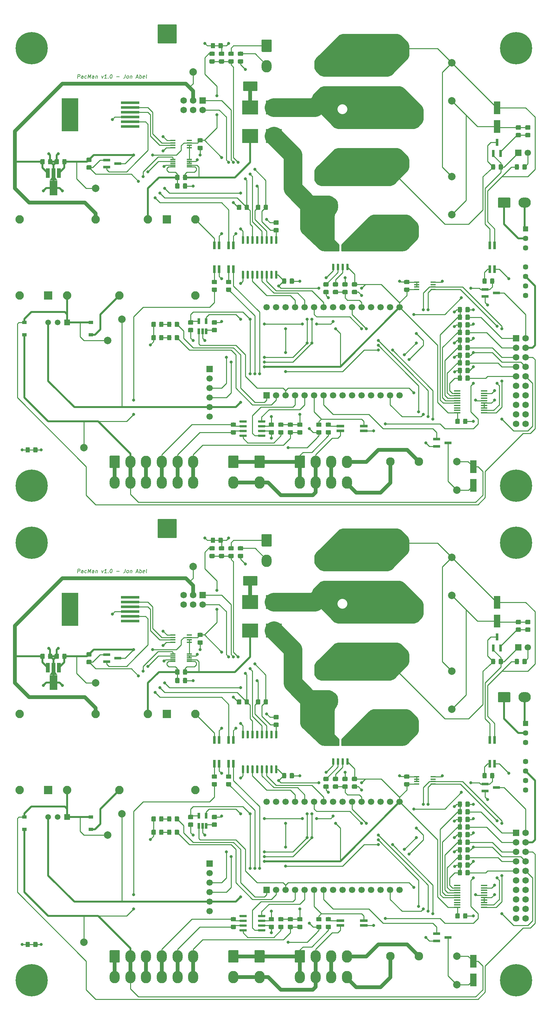
<source format=gbr>
*
%LPD*%
%LNPacMan-F_Cu*%
%FSLAX25Y25*%
%MOIN*%
%AD*%
%AD*%
%ADD10O,0.12992126X0.106299213*%
%ADD11C,0.003937008*%
%ADD12C,0.106299213*%
%ADD13C,0.066929134*%
%ADD14R,0.066929134X0.066929134*%
%ADD16O,0.106299213X0.12992126*%
%ADD17C,0.078740157*%
%ADD18C,0.090551181*%
%ADD19C,0.068*%
%ADD20R,0.068X0.068*%
%ADD21C,0.045275591*%
%ADD22C,0.088582677*%
%ADD23R,0.088582677X0.088582677*%
%ADD24C,0.157480315*%
%ADD25C,0.057086614*%
%ADD26R,0.057086614X0.057086614*%
%ADD27C,0.059370079*%
%ADD28R,0.059370079X0.059370079*%
%ADD29C,0.137795276*%
%ADD30C,0.338582677*%
%ADD31C,0.031496063*%
%ADD32C,0.00984252*%
%ADD33C,0.019685039*%
%ADD34C,0.039370079*%
%ADD35C,0.01*%
%ADD37C,0.005905512*%
%ADD39R,0.07480315X0.031496063*%
%ADD40R,0.196850394X0.02992126*%
%ADD41R,0.177165354X0.346456693*%
%ADD42C,0.023622047*%
%ADD43R,0.070866142X0.137795276*%
%ADD44R,0.057086614X0.017716535*%
%ADD45R,0.05511811X0.011811024*%
%ADD46R,0.047244094X0.035433071*%
%ADD47R,0.166929134X0.15*%
%ADD48R,0.078740157X0.02519685*%
%ADD49R,0.02519685X0.078740157*%
%ADD50R,0.031496063X0.07480315*%
%ADD51R,0.025590551X0.061417323*%
%ADD52R,0.068897638X0.017716535*%
%ADD53R,0.039370079X0.098425197*%
%ADD54R,0.078740157X0.157480315*%
%ADD55C,0.029527559*%
%ADD56C,0.196850394*%
G54D37*
%SRX1Y1I0.0J0.0*%
G1X78415Y458206D2*
G1X78907Y462144D1*
G1X80407Y462144D1*
G1X80759Y461956D1*
G1X80923Y461769D1*
G1X81063Y461394D1*
G1X80993Y460831D1*
G1X80759Y460456D1*
G1X80548Y460269D1*
G1X80149Y460081D1*
G1X78649Y460081D1*
G1X84039Y458206D2*
G1X84297Y460269D1*
G1X84157Y460644D1*
G1X83805Y460831D1*
G1X83055Y460831D1*
G1X82657Y460644D1*
G1X84063Y458394D2*
G1X83664Y458206D1*
G1X82727Y458206D1*
G1X82376Y458394D1*
G1X82235Y458769D1*
G1X82282Y459144D1*
G1X82516Y459519D1*
G1X82915Y459706D1*
G1X83852Y459706D1*
G1X84250Y459894D1*
G1X87625Y458394D2*
G1X87227Y458206D1*
G1X86477Y458206D1*
G1X86125Y458394D1*
G1X85961Y458581D1*
G1X85820Y458956D1*
G1X85961Y460081D1*
G1X86195Y460456D1*
G1X86406Y460644D1*
G1X86805Y460831D1*
G1X87555Y460831D1*
G1X87906Y460644D1*
G1X89289Y458206D2*
G1X89781Y462144D1*
G1X90742Y459331D1*
G1X92406Y462144D1*
G1X91913Y458206D1*
G1X95476Y458206D2*
G1X95733Y460269D1*
G1X95593Y460644D1*
G1X95241Y460831D1*
G1X94491Y460831D1*
G1X94093Y460644D1*
G1X95499Y458394D2*
G1X95101Y458206D1*
G1X94163Y458206D1*
G1X93812Y458394D1*
G1X93671Y458769D1*
G1X93718Y459144D1*
G1X93952Y459519D1*
G1X94351Y459706D1*
G1X95288Y459706D1*
G1X95686Y459894D1*
G1X97678Y460831D2*
G1X97350Y458206D1*
G1X97631Y460456D2*
G1X97842Y460644D1*
G1X98241Y460831D1*
G1X98803Y460831D1*
G1X99155Y460644D1*
G1X99295Y460269D1*
G1X99038Y458206D1*
G1X103865Y460831D2*
G1X104474Y458206D1*
G1X105740Y460831D1*
G1X108974Y458206D2*
G1X106724Y458206D1*
G1X107849Y458206D2*
G1X108341Y462144D1*
G1X107896Y461581D1*
G1X107474Y461206D1*
G1X107076Y461019D1*
G1X110708Y458581D2*
G1X110872Y458394D1*
G1X110661Y458206D1*
G1X110497Y458394D1*
G1X110708Y458581D1*
G1X110661Y458206D1*
G1X113778Y462144D2*
G1X114153Y462144D1*
G1X114504Y461956D1*
G1X114668Y461769D1*
G1X114809Y461394D1*
G1X114903Y460644D1*
G1X114786Y459706D1*
G1X114504Y458956D1*
G1X114270Y458581D1*
G1X114059Y458394D1*
G1X113661Y458206D1*
G1X113286Y458206D1*
G1X112934Y458394D1*
G1X112770Y458581D1*
G1X112630Y458956D1*
G1X112536Y459706D1*
G1X112653Y460644D1*
G1X112934Y461394D1*
G1X113169Y461769D1*
G1X113380Y461956D1*
G1X113778Y462144D1*
G1X119473Y459706D2*
G1X122472Y459706D1*
G1X128776Y462144D2*
G1X128425Y459331D1*
G1X128167Y458769D1*
G1X127745Y458394D1*
G1X127159Y458206D1*
G1X126784Y458206D1*
G1X130721Y458206D2*
G1X130370Y458394D1*
G1X130206Y458581D1*
G1X130065Y458956D1*
G1X130206Y460081D1*
G1X130440Y460456D1*
G1X130651Y460644D1*
G1X131049Y460831D1*
G1X131612Y460831D1*
G1X131963Y460644D1*
G1X132127Y460456D1*
G1X132268Y460081D1*
G1X132127Y458956D1*
G1X131893Y458581D1*
G1X131682Y458394D1*
G1X131284Y458206D1*
G1X130721Y458206D1*
G1X134049Y460831D2*
G1X133721Y458206D1*
G1X134002Y460456D2*
G1X134213Y460644D1*
G1X134611Y460831D1*
G1X135174Y460831D1*
G1X135525Y460644D1*
G1X135666Y460269D1*
G1X135408Y458206D1*
G1X140236Y459331D2*
G1X142110Y459331D1*
G1X139720Y458206D2*
G1X141524Y462144D1*
G1X142345Y458206D1*
G1X143657Y458206D2*
G1X144149Y462144D1*
G1X143962Y460644D2*
G1X144360Y460831D1*
G1X145110Y460831D1*
G1X145461Y460644D1*
G1X145626Y460456D1*
G1X145766Y460081D1*
G1X145626Y458956D1*
G1X145391Y458581D1*
G1X145180Y458394D1*
G1X144782Y458206D1*
G1X144032Y458206D1*
G1X143680Y458394D1*
G1X148742Y458394D2*
G1X148344Y458206D1*
G1X147594Y458206D1*
G1X147242Y458394D1*
G1X147102Y458769D1*
G1X147289Y460269D1*
G1X147524Y460644D1*
G1X147922Y460831D1*
G1X148672Y460831D1*
G1X149024Y460644D1*
G1X149164Y460269D1*
G1X149117Y459894D1*
G1X147196Y459519D1*
G1X151156Y458206D2*
G1X150805Y458394D1*
G1X150664Y458769D1*
G1X151086Y462144D1*
G54D39*
G1X468397Y74988D3*
G1X456586Y71247D3*
G1X456586Y78728D3*
G54D10*
G1X549145Y327488D3*
G54D11*
G36*
G1X520996Y323157D2*
G1X521000Y323060D1*
G1X521015Y322965D1*
G1X521038Y322871D1*
G1X521071Y322780D1*
G1X521112Y322693D1*
G1X521162Y322610D1*
G1X521219Y322532D1*
G1X521284Y322461D1*
G1X521356Y322396D1*
G1X521433Y322338D1*
G1X521516Y322289D1*
G1X521603Y322247D1*
G1X521694Y322215D1*
G1X521788Y322191D1*
G1X521884Y322177D1*
G1X521980Y322173D1*
G1X533004Y322173D1*
G1X533100Y322177D1*
G1X533196Y322191D1*
G1X533289Y322215D1*
G1X533380Y322247D1*
G1X533468Y322289D1*
G1X533550Y322338D1*
G1X533628Y322396D1*
G1X533700Y322461D1*
G1X533764Y322532D1*
G1X533822Y322610D1*
G1X533872Y322693D1*
G1X533913Y322780D1*
G1X533945Y322871D1*
G1X533969Y322965D1*
G1X533983Y323060D1*
G1X533988Y323157D1*
G1X533988Y331818D1*
G1X533983Y331915D1*
G1X533969Y332010D1*
G1X533945Y332104D1*
G1X533913Y332195D1*
G1X533872Y332282D1*
G1X533822Y332365D1*
G1X533764Y332443D1*
G1X533700Y332514D1*
G1X533628Y332579D1*
G1X533550Y332637D1*
G1X533468Y332686D1*
G1X533380Y332728D1*
G1X533289Y332760D1*
G1X533196Y332784D1*
G1X533100Y332798D1*
G1X533004Y332802D1*
G1X521980Y332802D1*
G1X521884Y332798D1*
G1X521788Y332784D1*
G1X521694Y332760D1*
G1X521603Y332728D1*
G1X521516Y332686D1*
G1X521433Y332637D1*
G1X521356Y332579D1*
G1X521284Y332514D1*
G1X521219Y332443D1*
G1X521162Y332365D1*
G1X521112Y332282D1*
G1X521071Y332195D1*
G1X521038Y332104D1*
G1X521015Y332010D1*
G1X521000Y331915D1*
G1X520996Y331818D1*
G1X520996Y323157D1*
G37*
G54D12*
G1X527492Y327488D3*
G54D13*
G1X337492Y217488D3*
G1X327492Y217488D3*
G1X417492Y217488D3*
G1X357492Y217488D3*
G1X317492Y217488D3*
G1X387492Y217488D3*
G1X347492Y217488D3*
G1X407492Y217488D3*
G1X277492Y217488D3*
G1X367492Y217488D3*
G1X297492Y217488D3*
G1X377492Y217488D3*
G1X287492Y217488D3*
G1X307492Y217488D3*
G1X397492Y217488D3*
G1X307492Y124988D3*
G1X357492Y124988D3*
G1X327492Y124988D3*
G1X347492Y124988D3*
G1X337492Y124988D3*
G1X377492Y124988D3*
G1X387492Y124988D3*
G1X417492Y124988D3*
G54D14*
G1X277492Y124988D3*
G54D13*
G1X317492Y124988D3*
G1X287492Y124988D3*
G1X397492Y124988D3*
G1X407492Y124988D3*
G1X367492Y124988D3*
G1X297492Y124988D3*
G54D40*
G1X133594Y407488D3*
G1X133594Y432488D3*
G1X133594Y427488D3*
G1X133594Y422488D3*
G1X133594Y417488D3*
G54D41*
G1X70405Y419988D3*
G54D40*
G1X133594Y412488D3*
G54D16*
G1X269992Y33334D3*
G54D11*
G36*
G1X264677Y49476D2*
G1X264682Y49379D1*
G1X264696Y49284D1*
G1X264719Y49190D1*
G1X264752Y49099D1*
G1X264793Y49012D1*
G1X264843Y48929D1*
G1X264900Y48851D1*
G1X264965Y48780D1*
G1X265037Y48715D1*
G1X265114Y48657D1*
G1X265197Y48608D1*
G1X265284Y48566D1*
G1X265375Y48534D1*
G1X265469Y48510D1*
G1X265565Y48496D1*
G1X265661Y48491D1*
G1X274322Y48491D1*
G1X274419Y48496D1*
G1X274514Y48510D1*
G1X274608Y48534D1*
G1X274699Y48566D1*
G1X274786Y48608D1*
G1X274869Y48657D1*
G1X274947Y48715D1*
G1X275018Y48780D1*
G1X275083Y48851D1*
G1X275141Y48929D1*
G1X275191Y49012D1*
G1X275232Y49099D1*
G1X275264Y49190D1*
G1X275288Y49284D1*
G1X275302Y49379D1*
G1X275307Y49476D1*
G1X275307Y60499D1*
G1X275302Y60596D1*
G1X275288Y60691D1*
G1X275264Y60785D1*
G1X275232Y60876D1*
G1X275191Y60963D1*
G1X275141Y61046D1*
G1X275083Y61124D1*
G1X275018Y61195D1*
G1X274947Y61260D1*
G1X274869Y61318D1*
G1X274786Y61367D1*
G1X274699Y61409D1*
G1X274608Y61441D1*
G1X274514Y61465D1*
G1X274419Y61479D1*
G1X274322Y61484D1*
G1X265661Y61484D1*
G1X265565Y61479D1*
G1X265469Y61465D1*
G1X265375Y61441D1*
G1X265284Y61409D1*
G1X265197Y61367D1*
G1X265114Y61318D1*
G1X265037Y61260D1*
G1X264965Y61195D1*
G1X264900Y61124D1*
G1X264843Y61046D1*
G1X264793Y60963D1*
G1X264752Y60876D1*
G1X264719Y60785D1*
G1X264696Y60691D1*
G1X264682Y60596D1*
G1X264677Y60499D1*
G1X264677Y49476D1*
G37*
G54D12*
G1X269992Y54988D3*
G54D16*
G1X242492Y33334D3*
G54D11*
G36*
G1X237177Y49476D2*
G1X237182Y49379D1*
G1X237196Y49284D1*
G1X237219Y49190D1*
G1X237252Y49099D1*
G1X237293Y49012D1*
G1X237343Y48929D1*
G1X237400Y48851D1*
G1X237465Y48780D1*
G1X237537Y48715D1*
G1X237614Y48657D1*
G1X237697Y48608D1*
G1X237784Y48566D1*
G1X237875Y48534D1*
G1X237969Y48510D1*
G1X238065Y48496D1*
G1X238161Y48491D1*
G1X246822Y48491D1*
G1X246919Y48496D1*
G1X247014Y48510D1*
G1X247108Y48534D1*
G1X247199Y48566D1*
G1X247286Y48608D1*
G1X247369Y48657D1*
G1X247447Y48715D1*
G1X247518Y48780D1*
G1X247583Y48851D1*
G1X247641Y48929D1*
G1X247691Y49012D1*
G1X247732Y49099D1*
G1X247764Y49190D1*
G1X247788Y49284D1*
G1X247802Y49379D1*
G1X247807Y49476D1*
G1X247807Y60499D1*
G1X247802Y60596D1*
G1X247788Y60691D1*
G1X247764Y60785D1*
G1X247732Y60876D1*
G1X247691Y60963D1*
G1X247641Y61046D1*
G1X247583Y61124D1*
G1X247518Y61195D1*
G1X247447Y61260D1*
G1X247369Y61318D1*
G1X247286Y61367D1*
G1X247199Y61409D1*
G1X247108Y61441D1*
G1X247014Y61465D1*
G1X246919Y61479D1*
G1X246822Y61484D1*
G1X238161Y61484D1*
G1X238065Y61479D1*
G1X237969Y61465D1*
G1X237875Y61441D1*
G1X237784Y61409D1*
G1X237697Y61367D1*
G1X237614Y61318D1*
G1X237537Y61260D1*
G1X237465Y61195D1*
G1X237400Y61124D1*
G1X237343Y61046D1*
G1X237293Y60963D1*
G1X237252Y60876D1*
G1X237219Y60785D1*
G1X237196Y60691D1*
G1X237182Y60596D1*
G1X237177Y60499D1*
G1X237177Y49476D1*
G37*
G54D12*
G1X242492Y54988D3*
G54D16*
G1X200169Y33334D3*
G1X183634Y33334D3*
G1X167098Y33334D3*
G1X150563Y33334D3*
G1X134027Y33334D3*
G1X117492Y33334D3*
G1X200169Y54988D3*
G1X183634Y54988D3*
G1X167098Y54988D3*
G1X150563Y54988D3*
G1X134027Y54988D3*
G54D11*
G36*
G1X112177Y49476D2*
G1X112182Y49379D1*
G1X112196Y49284D1*
G1X112219Y49190D1*
G1X112252Y49099D1*
G1X112293Y49012D1*
G1X112343Y48929D1*
G1X112400Y48851D1*
G1X112465Y48780D1*
G1X112537Y48715D1*
G1X112614Y48657D1*
G1X112697Y48608D1*
G1X112784Y48566D1*
G1X112875Y48534D1*
G1X112969Y48510D1*
G1X113065Y48496D1*
G1X113161Y48491D1*
G1X121822Y48491D1*
G1X121919Y48496D1*
G1X122014Y48510D1*
G1X122108Y48534D1*
G1X122199Y48566D1*
G1X122286Y48608D1*
G1X122369Y48657D1*
G1X122447Y48715D1*
G1X122518Y48780D1*
G1X122583Y48851D1*
G1X122641Y48929D1*
G1X122691Y49012D1*
G1X122732Y49099D1*
G1X122764Y49190D1*
G1X122788Y49284D1*
G1X122802Y49379D1*
G1X122807Y49476D1*
G1X122807Y60499D1*
G1X122802Y60596D1*
G1X122788Y60691D1*
G1X122764Y60785D1*
G1X122732Y60876D1*
G1X122691Y60963D1*
G1X122641Y61046D1*
G1X122583Y61124D1*
G1X122518Y61195D1*
G1X122447Y61260D1*
G1X122369Y61318D1*
G1X122286Y61367D1*
G1X122199Y61409D1*
G1X122108Y61441D1*
G1X122014Y61465D1*
G1X121919Y61479D1*
G1X121822Y61484D1*
G1X113161Y61484D1*
G1X113065Y61479D1*
G1X112969Y61465D1*
G1X112875Y61441D1*
G1X112784Y61409D1*
G1X112697Y61367D1*
G1X112614Y61318D1*
G1X112537Y61260D1*
G1X112465Y61195D1*
G1X112400Y61124D1*
G1X112343Y61046D1*
G1X112293Y60963D1*
G1X112252Y60876D1*
G1X112219Y60785D1*
G1X112196Y60691D1*
G1X112182Y60596D1*
G1X112177Y60499D1*
G1X112177Y49476D1*
G37*
G54D12*
G1X117492Y54988D3*
G54D16*
G1X362098Y33334D3*
G1X345563Y33334D3*
G1X329027Y33334D3*
G1X312492Y33334D3*
G1X362098Y54988D3*
G1X345563Y54988D3*
G1X329027Y54988D3*
G54D11*
G36*
G1X307177Y49476D2*
G1X307182Y49379D1*
G1X307196Y49284D1*
G1X307219Y49190D1*
G1X307252Y49099D1*
G1X307293Y49012D1*
G1X307343Y48929D1*
G1X307400Y48851D1*
G1X307465Y48780D1*
G1X307537Y48715D1*
G1X307614Y48657D1*
G1X307697Y48608D1*
G1X307784Y48566D1*
G1X307875Y48534D1*
G1X307969Y48510D1*
G1X308065Y48496D1*
G1X308161Y48491D1*
G1X316822Y48491D1*
G1X316919Y48496D1*
G1X317014Y48510D1*
G1X317108Y48534D1*
G1X317199Y48566D1*
G1X317286Y48608D1*
G1X317369Y48657D1*
G1X317447Y48715D1*
G1X317518Y48780D1*
G1X317583Y48851D1*
G1X317641Y48929D1*
G1X317691Y49012D1*
G1X317732Y49099D1*
G1X317764Y49190D1*
G1X317788Y49284D1*
G1X317802Y49379D1*
G1X317807Y49476D1*
G1X317807Y60499D1*
G1X317802Y60596D1*
G1X317788Y60691D1*
G1X317764Y60785D1*
G1X317732Y60876D1*
G1X317691Y60963D1*
G1X317641Y61046D1*
G1X317583Y61124D1*
G1X317518Y61195D1*
G1X317447Y61260D1*
G1X317369Y61318D1*
G1X317286Y61367D1*
G1X317199Y61409D1*
G1X317108Y61441D1*
G1X317014Y61465D1*
G1X316919Y61479D1*
G1X316822Y61484D1*
G1X308161Y61484D1*
G1X308065Y61479D1*
G1X307969Y61465D1*
G1X307875Y61441D1*
G1X307784Y61409D1*
G1X307697Y61367D1*
G1X307614Y61318D1*
G1X307537Y61260D1*
G1X307465Y61195D1*
G1X307400Y61124D1*
G1X307343Y61046D1*
G1X307293Y60963D1*
G1X307252Y60876D1*
G1X307219Y60785D1*
G1X307196Y60691D1*
G1X307182Y60596D1*
G1X307177Y60499D1*
G1X307177Y49476D1*
G37*
G54D12*
G1X312492Y54988D3*
G54D16*
G1X277492Y470834D3*
G54D11*
G36*
G1X272177Y486976D2*
G1X272182Y486879D1*
G1X272196Y486784D1*
G1X272219Y486690D1*
G1X272252Y486599D1*
G1X272293Y486512D1*
G1X272343Y486429D1*
G1X272400Y486351D1*
G1X272465Y486280D1*
G1X272537Y486215D1*
G1X272614Y486157D1*
G1X272697Y486108D1*
G1X272784Y486066D1*
G1X272875Y486034D1*
G1X272969Y486010D1*
G1X273065Y485996D1*
G1X273161Y485991D1*
G1X281822Y485991D1*
G1X281919Y485996D1*
G1X282014Y486010D1*
G1X282108Y486034D1*
G1X282199Y486066D1*
G1X282286Y486108D1*
G1X282369Y486157D1*
G1X282447Y486215D1*
G1X282518Y486280D1*
G1X282583Y486351D1*
G1X282641Y486429D1*
G1X282691Y486512D1*
G1X282732Y486599D1*
G1X282764Y486690D1*
G1X282788Y486784D1*
G1X282802Y486879D1*
G1X282807Y486976D1*
G1X282807Y497999D1*
G1X282802Y498096D1*
G1X282788Y498191D1*
G1X282764Y498285D1*
G1X282732Y498376D1*
G1X282691Y498463D1*
G1X282641Y498546D1*
G1X282583Y498624D1*
G1X282518Y498695D1*
G1X282447Y498760D1*
G1X282369Y498818D1*
G1X282286Y498867D1*
G1X282199Y498909D1*
G1X282108Y498941D1*
G1X282014Y498965D1*
G1X281919Y498979D1*
G1X281822Y498984D1*
G1X273161Y498984D1*
G1X273065Y498979D1*
G1X272969Y498965D1*
G1X272875Y498941D1*
G1X272784Y498909D1*
G1X272697Y498867D1*
G1X272614Y498818D1*
G1X272537Y498760D1*
G1X272465Y498695D1*
G1X272400Y498624D1*
G1X272343Y498546D1*
G1X272293Y498463D1*
G1X272252Y498376D1*
G1X272219Y498285D1*
G1X272196Y498191D1*
G1X272182Y498096D1*
G1X272177Y497999D1*
G1X272177Y486976D1*
G37*
G54D12*
G1X277492Y492488D3*
G54D11*
G36*
G1X361311Y256995D2*
G1X361314Y256938D1*
G1X361322Y256880D1*
G1X361336Y256824D1*
G1X361356Y256769D1*
G1X361380Y256717D1*
G1X361410Y256667D1*
G1X361445Y256621D1*
G1X361484Y256578D1*
G1X361527Y256539D1*
G1X361573Y256504D1*
G1X361623Y256475D1*
G1X361675Y256450D1*
G1X361730Y256430D1*
G1X361786Y256416D1*
G1X361843Y256408D1*
G1X361901Y256405D1*
G1X363082Y256405D1*
G1X363140Y256408D1*
G1X363198Y256416D1*
G1X363254Y256430D1*
G1X363308Y256450D1*
G1X363361Y256475D1*
G1X363410Y256504D1*
G1X363457Y256539D1*
G1X363500Y256578D1*
G1X363539Y256621D1*
G1X363573Y256667D1*
G1X363603Y256717D1*
G1X363628Y256769D1*
G1X363647Y256824D1*
G1X363662Y256880D1*
G1X363670Y256938D1*
G1X363673Y256995D1*
G1X363673Y262704D1*
G1X363670Y262762D1*
G1X363662Y262819D1*
G1X363647Y262875D1*
G1X363628Y262930D1*
G1X363603Y262982D1*
G1X363573Y263032D1*
G1X363539Y263079D1*
G1X363500Y263122D1*
G1X363457Y263161D1*
G1X363410Y263195D1*
G1X363361Y263225D1*
G1X363308Y263250D1*
G1X363254Y263269D1*
G1X363198Y263283D1*
G1X363140Y263292D1*
G1X363082Y263295D1*
G1X361901Y263295D1*
G1X361843Y263292D1*
G1X361786Y263283D1*
G1X361730Y263269D1*
G1X361675Y263250D1*
G1X361623Y263225D1*
G1X361573Y263195D1*
G1X361527Y263161D1*
G1X361484Y263122D1*
G1X361445Y263079D1*
G1X361410Y263032D1*
G1X361380Y262982D1*
G1X361356Y262930D1*
G1X361336Y262875D1*
G1X361322Y262819D1*
G1X361314Y262762D1*
G1X361311Y262704D1*
G1X361311Y256995D1*
G37*
G54D42*
G1X362492Y259850D3*
G54D11*
G36*
G1X356311Y256995D2*
G1X356314Y256938D1*
G1X356322Y256880D1*
G1X356336Y256824D1*
G1X356356Y256769D1*
G1X356380Y256717D1*
G1X356410Y256667D1*
G1X356445Y256621D1*
G1X356484Y256578D1*
G1X356527Y256539D1*
G1X356573Y256504D1*
G1X356623Y256475D1*
G1X356675Y256450D1*
G1X356730Y256430D1*
G1X356786Y256416D1*
G1X356843Y256408D1*
G1X356901Y256405D1*
G1X358082Y256405D1*
G1X358140Y256408D1*
G1X358198Y256416D1*
G1X358254Y256430D1*
G1X358308Y256450D1*
G1X358361Y256475D1*
G1X358410Y256504D1*
G1X358457Y256539D1*
G1X358500Y256578D1*
G1X358539Y256621D1*
G1X358573Y256667D1*
G1X358603Y256717D1*
G1X358628Y256769D1*
G1X358647Y256824D1*
G1X358662Y256880D1*
G1X358670Y256938D1*
G1X358673Y256995D1*
G1X358673Y262704D1*
G1X358670Y262762D1*
G1X358662Y262819D1*
G1X358647Y262875D1*
G1X358628Y262930D1*
G1X358603Y262982D1*
G1X358573Y263032D1*
G1X358539Y263079D1*
G1X358500Y263122D1*
G1X358457Y263161D1*
G1X358410Y263195D1*
G1X358361Y263225D1*
G1X358308Y263250D1*
G1X358254Y263269D1*
G1X358198Y263283D1*
G1X358140Y263292D1*
G1X358082Y263295D1*
G1X356901Y263295D1*
G1X356843Y263292D1*
G1X356786Y263283D1*
G1X356730Y263269D1*
G1X356675Y263250D1*
G1X356623Y263225D1*
G1X356573Y263195D1*
G1X356527Y263161D1*
G1X356484Y263122D1*
G1X356445Y263079D1*
G1X356410Y263032D1*
G1X356380Y262982D1*
G1X356356Y262930D1*
G1X356336Y262875D1*
G1X356322Y262819D1*
G1X356314Y262762D1*
G1X356311Y262704D1*
G1X356311Y256995D1*
G37*
G54D42*
G1X357492Y259850D3*
G54D11*
G36*
G1X351311Y256995D2*
G1X351314Y256938D1*
G1X351322Y256880D1*
G1X351336Y256824D1*
G1X351356Y256769D1*
G1X351380Y256717D1*
G1X351410Y256667D1*
G1X351445Y256621D1*
G1X351484Y256578D1*
G1X351527Y256539D1*
G1X351573Y256504D1*
G1X351623Y256475D1*
G1X351675Y256450D1*
G1X351730Y256430D1*
G1X351786Y256416D1*
G1X351843Y256408D1*
G1X351901Y256405D1*
G1X353082Y256405D1*
G1X353140Y256408D1*
G1X353198Y256416D1*
G1X353254Y256430D1*
G1X353308Y256450D1*
G1X353361Y256475D1*
G1X353410Y256504D1*
G1X353457Y256539D1*
G1X353500Y256578D1*
G1X353539Y256621D1*
G1X353573Y256667D1*
G1X353603Y256717D1*
G1X353628Y256769D1*
G1X353647Y256824D1*
G1X353662Y256880D1*
G1X353670Y256938D1*
G1X353673Y256995D1*
G1X353673Y262704D1*
G1X353670Y262762D1*
G1X353662Y262819D1*
G1X353647Y262875D1*
G1X353628Y262930D1*
G1X353603Y262982D1*
G1X353573Y263032D1*
G1X353539Y263079D1*
G1X353500Y263122D1*
G1X353457Y263161D1*
G1X353410Y263195D1*
G1X353361Y263225D1*
G1X353308Y263250D1*
G1X353254Y263269D1*
G1X353198Y263283D1*
G1X353140Y263292D1*
G1X353082Y263295D1*
G1X351901Y263295D1*
G1X351843Y263292D1*
G1X351786Y263283D1*
G1X351730Y263269D1*
G1X351675Y263250D1*
G1X351623Y263225D1*
G1X351573Y263195D1*
G1X351527Y263161D1*
G1X351484Y263122D1*
G1X351445Y263079D1*
G1X351410Y263032D1*
G1X351380Y262982D1*
G1X351356Y262930D1*
G1X351336Y262875D1*
G1X351322Y262819D1*
G1X351314Y262762D1*
G1X351311Y262704D1*
G1X351311Y256995D1*
G37*
G54D42*
G1X352492Y259850D3*
G54D11*
G36*
G1X346311Y256995D2*
G1X346314Y256938D1*
G1X346322Y256880D1*
G1X346336Y256824D1*
G1X346356Y256769D1*
G1X346380Y256717D1*
G1X346410Y256667D1*
G1X346445Y256621D1*
G1X346484Y256578D1*
G1X346527Y256539D1*
G1X346573Y256504D1*
G1X346623Y256475D1*
G1X346675Y256450D1*
G1X346730Y256430D1*
G1X346786Y256416D1*
G1X346843Y256408D1*
G1X346901Y256405D1*
G1X348082Y256405D1*
G1X348140Y256408D1*
G1X348198Y256416D1*
G1X348254Y256430D1*
G1X348308Y256450D1*
G1X348361Y256475D1*
G1X348410Y256504D1*
G1X348457Y256539D1*
G1X348500Y256578D1*
G1X348539Y256621D1*
G1X348573Y256667D1*
G1X348603Y256717D1*
G1X348628Y256769D1*
G1X348647Y256824D1*
G1X348662Y256880D1*
G1X348670Y256938D1*
G1X348673Y256995D1*
G1X348673Y262704D1*
G1X348670Y262762D1*
G1X348662Y262819D1*
G1X348647Y262875D1*
G1X348628Y262930D1*
G1X348603Y262982D1*
G1X348573Y263032D1*
G1X348539Y263079D1*
G1X348500Y263122D1*
G1X348457Y263161D1*
G1X348410Y263195D1*
G1X348361Y263225D1*
G1X348308Y263250D1*
G1X348254Y263269D1*
G1X348198Y263283D1*
G1X348140Y263292D1*
G1X348082Y263295D1*
G1X346901Y263295D1*
G1X346843Y263292D1*
G1X346786Y263283D1*
G1X346730Y263269D1*
G1X346675Y263250D1*
G1X346623Y263225D1*
G1X346573Y263195D1*
G1X346527Y263161D1*
G1X346484Y263122D1*
G1X346445Y263079D1*
G1X346410Y263032D1*
G1X346380Y262982D1*
G1X346356Y262930D1*
G1X346336Y262875D1*
G1X346322Y262819D1*
G1X346314Y262762D1*
G1X346311Y262704D1*
G1X346311Y256995D1*
G37*
G54D42*
G1X347492Y259850D3*
G54D11*
G36*
G1X346311Y277271D2*
G1X346314Y277213D1*
G1X346322Y277156D1*
G1X346336Y277100D1*
G1X346356Y277045D1*
G1X346380Y276993D1*
G1X346410Y276943D1*
G1X346445Y276896D1*
G1X346484Y276853D1*
G1X346527Y276814D1*
G1X346573Y276780D1*
G1X346623Y276750D1*
G1X346675Y276725D1*
G1X346730Y276706D1*
G1X346786Y276692D1*
G1X346843Y276683D1*
G1X346901Y276680D1*
G1X348082Y276680D1*
G1X348140Y276683D1*
G1X348198Y276692D1*
G1X348254Y276706D1*
G1X348308Y276725D1*
G1X348361Y276750D1*
G1X348410Y276780D1*
G1X348457Y276814D1*
G1X348500Y276853D1*
G1X348539Y276896D1*
G1X348573Y276943D1*
G1X348603Y276993D1*
G1X348628Y277045D1*
G1X348647Y277100D1*
G1X348662Y277156D1*
G1X348670Y277213D1*
G1X348673Y277271D1*
G1X348673Y282980D1*
G1X348670Y283038D1*
G1X348662Y283095D1*
G1X348647Y283151D1*
G1X348628Y283206D1*
G1X348603Y283258D1*
G1X348573Y283308D1*
G1X348539Y283354D1*
G1X348500Y283397D1*
G1X348457Y283436D1*
G1X348410Y283471D1*
G1X348361Y283500D1*
G1X348308Y283525D1*
G1X348254Y283545D1*
G1X348198Y283559D1*
G1X348140Y283567D1*
G1X348082Y283570D1*
G1X346901Y283570D1*
G1X346843Y283567D1*
G1X346786Y283559D1*
G1X346730Y283545D1*
G1X346675Y283525D1*
G1X346623Y283500D1*
G1X346573Y283471D1*
G1X346527Y283436D1*
G1X346484Y283397D1*
G1X346445Y283354D1*
G1X346410Y283308D1*
G1X346380Y283258D1*
G1X346356Y283206D1*
G1X346336Y283151D1*
G1X346322Y283095D1*
G1X346314Y283038D1*
G1X346311Y282980D1*
G1X346311Y277271D1*
G37*
G54D42*
G1X347492Y280125D3*
G54D11*
G36*
G1X351311Y277271D2*
G1X351314Y277213D1*
G1X351322Y277156D1*
G1X351336Y277100D1*
G1X351356Y277045D1*
G1X351380Y276993D1*
G1X351410Y276943D1*
G1X351445Y276896D1*
G1X351484Y276853D1*
G1X351527Y276814D1*
G1X351573Y276780D1*
G1X351623Y276750D1*
G1X351675Y276725D1*
G1X351730Y276706D1*
G1X351786Y276692D1*
G1X351843Y276683D1*
G1X351901Y276680D1*
G1X353082Y276680D1*
G1X353140Y276683D1*
G1X353198Y276692D1*
G1X353254Y276706D1*
G1X353308Y276725D1*
G1X353361Y276750D1*
G1X353410Y276780D1*
G1X353457Y276814D1*
G1X353500Y276853D1*
G1X353539Y276896D1*
G1X353573Y276943D1*
G1X353603Y276993D1*
G1X353628Y277045D1*
G1X353647Y277100D1*
G1X353662Y277156D1*
G1X353670Y277213D1*
G1X353673Y277271D1*
G1X353673Y282980D1*
G1X353670Y283038D1*
G1X353662Y283095D1*
G1X353647Y283151D1*
G1X353628Y283206D1*
G1X353603Y283258D1*
G1X353573Y283308D1*
G1X353539Y283354D1*
G1X353500Y283397D1*
G1X353457Y283436D1*
G1X353410Y283471D1*
G1X353361Y283500D1*
G1X353308Y283525D1*
G1X353254Y283545D1*
G1X353198Y283559D1*
G1X353140Y283567D1*
G1X353082Y283570D1*
G1X351901Y283570D1*
G1X351843Y283567D1*
G1X351786Y283559D1*
G1X351730Y283545D1*
G1X351675Y283525D1*
G1X351623Y283500D1*
G1X351573Y283471D1*
G1X351527Y283436D1*
G1X351484Y283397D1*
G1X351445Y283354D1*
G1X351410Y283308D1*
G1X351380Y283258D1*
G1X351356Y283206D1*
G1X351336Y283151D1*
G1X351322Y283095D1*
G1X351314Y283038D1*
G1X351311Y282980D1*
G1X351311Y277271D1*
G37*
G54D42*
G1X352492Y280125D3*
G54D11*
G36*
G1X356311Y277271D2*
G1X356314Y277213D1*
G1X356322Y277156D1*
G1X356336Y277100D1*
G1X356356Y277045D1*
G1X356380Y276993D1*
G1X356410Y276943D1*
G1X356445Y276896D1*
G1X356484Y276853D1*
G1X356527Y276814D1*
G1X356573Y276780D1*
G1X356623Y276750D1*
G1X356675Y276725D1*
G1X356730Y276706D1*
G1X356786Y276692D1*
G1X356843Y276683D1*
G1X356901Y276680D1*
G1X358082Y276680D1*
G1X358140Y276683D1*
G1X358198Y276692D1*
G1X358254Y276706D1*
G1X358308Y276725D1*
G1X358361Y276750D1*
G1X358410Y276780D1*
G1X358457Y276814D1*
G1X358500Y276853D1*
G1X358539Y276896D1*
G1X358573Y276943D1*
G1X358603Y276993D1*
G1X358628Y277045D1*
G1X358647Y277100D1*
G1X358662Y277156D1*
G1X358670Y277213D1*
G1X358673Y277271D1*
G1X358673Y282980D1*
G1X358670Y283038D1*
G1X358662Y283095D1*
G1X358647Y283151D1*
G1X358628Y283206D1*
G1X358603Y283258D1*
G1X358573Y283308D1*
G1X358539Y283354D1*
G1X358500Y283397D1*
G1X358457Y283436D1*
G1X358410Y283471D1*
G1X358361Y283500D1*
G1X358308Y283525D1*
G1X358254Y283545D1*
G1X358198Y283559D1*
G1X358140Y283567D1*
G1X358082Y283570D1*
G1X356901Y283570D1*
G1X356843Y283567D1*
G1X356786Y283559D1*
G1X356730Y283545D1*
G1X356675Y283525D1*
G1X356623Y283500D1*
G1X356573Y283471D1*
G1X356527Y283436D1*
G1X356484Y283397D1*
G1X356445Y283354D1*
G1X356410Y283308D1*
G1X356380Y283258D1*
G1X356356Y283206D1*
G1X356336Y283151D1*
G1X356322Y283095D1*
G1X356314Y283038D1*
G1X356311Y282980D1*
G1X356311Y277271D1*
G37*
G54D42*
G1X357492Y280125D3*
G54D11*
G36*
G1X361311Y277271D2*
G1X361314Y277213D1*
G1X361322Y277156D1*
G1X361336Y277100D1*
G1X361356Y277045D1*
G1X361380Y276993D1*
G1X361410Y276943D1*
G1X361445Y276896D1*
G1X361484Y276853D1*
G1X361527Y276814D1*
G1X361573Y276780D1*
G1X361623Y276750D1*
G1X361675Y276725D1*
G1X361730Y276706D1*
G1X361786Y276692D1*
G1X361843Y276683D1*
G1X361901Y276680D1*
G1X363082Y276680D1*
G1X363140Y276683D1*
G1X363198Y276692D1*
G1X363254Y276706D1*
G1X363308Y276725D1*
G1X363361Y276750D1*
G1X363410Y276780D1*
G1X363457Y276814D1*
G1X363500Y276853D1*
G1X363539Y276896D1*
G1X363573Y276943D1*
G1X363603Y276993D1*
G1X363628Y277045D1*
G1X363647Y277100D1*
G1X363662Y277156D1*
G1X363670Y277213D1*
G1X363673Y277271D1*
G1X363673Y282980D1*
G1X363670Y283038D1*
G1X363662Y283095D1*
G1X363647Y283151D1*
G1X363628Y283206D1*
G1X363603Y283258D1*
G1X363573Y283308D1*
G1X363539Y283354D1*
G1X363500Y283397D1*
G1X363457Y283436D1*
G1X363410Y283471D1*
G1X363361Y283500D1*
G1X363308Y283525D1*
G1X363254Y283545D1*
G1X363198Y283559D1*
G1X363140Y283567D1*
G1X363082Y283570D1*
G1X361901Y283570D1*
G1X361843Y283567D1*
G1X361786Y283559D1*
G1X361730Y283545D1*
G1X361675Y283525D1*
G1X361623Y283500D1*
G1X361573Y283471D1*
G1X361527Y283436D1*
G1X361484Y283397D1*
G1X361445Y283354D1*
G1X361410Y283308D1*
G1X361380Y283258D1*
G1X361356Y283206D1*
G1X361336Y283151D1*
G1X361322Y283095D1*
G1X361314Y283038D1*
G1X361311Y282980D1*
G1X361311Y277271D1*
G37*
G54D42*
G1X362492Y280125D3*
G54D43*
G1X494992Y49830D3*
G1X494992Y30145D3*
G54D17*
G1X477742Y25238D3*
G54D18*
G1X407742Y55238D3*
G1X437742Y55238D3*
G54D17*
G1X477742Y55238D3*
G54D19*
G1X549992Y94988D3*
G1X539992Y94988D3*
G1X549992Y104988D3*
G1X539992Y104988D3*
G1X549992Y114988D3*
G1X539992Y114988D3*
G1X549992Y124988D3*
G1X539992Y124988D3*
G1X549992Y134988D3*
G1X539992Y134988D3*
G1X549992Y144988D3*
G1X539992Y144988D3*
G1X549992Y154988D3*
G1X539992Y154988D3*
G1X549992Y164988D3*
G1X539992Y164988D3*
G1X549992Y174988D3*
G1X539992Y174988D3*
G1X549992Y184988D3*
G54D20*
G1X539992Y184988D3*
G54D11*
G36*
G1X31763Y65714D2*
G1X31768Y65618D1*
G1X31782Y65522D1*
G1X31806Y65429D1*
G1X31838Y65338D1*
G1X31879Y65251D1*
G1X31929Y65168D1*
G1X31986Y65091D1*
G1X32051Y65019D1*
G1X32123Y64955D1*
G1X32200Y64897D1*
G1X32283Y64848D1*
G1X32370Y64806D1*
G1X32461Y64774D1*
G1X32554Y64750D1*
G1X32650Y64736D1*
G1X32746Y64732D1*
G1X35309Y64732D1*
G1X35405Y64736D1*
G1X35500Y64750D1*
G1X35594Y64774D1*
G1X35684Y64806D1*
G1X35772Y64848D1*
G1X35854Y64897D1*
G1X35932Y64955D1*
G1X36003Y65019D1*
G1X36068Y65091D1*
G1X36125Y65168D1*
G1X36175Y65251D1*
G1X36216Y65338D1*
G1X36249Y65429D1*
G1X36272Y65522D1*
G1X36286Y65618D1*
G1X36291Y65714D1*
G1X36291Y69261D1*
G1X36286Y69357D1*
G1X36272Y69453D1*
G1X36249Y69546D1*
G1X36216Y69637D1*
G1X36175Y69724D1*
G1X36125Y69807D1*
G1X36068Y69884D1*
G1X36003Y69956D1*
G1X35932Y70020D1*
G1X35854Y70078D1*
G1X35772Y70127D1*
G1X35684Y70169D1*
G1X35594Y70201D1*
G1X35500Y70225D1*
G1X35405Y70239D1*
G1X35309Y70243D1*
G1X32746Y70243D1*
G1X32650Y70239D1*
G1X32554Y70225D1*
G1X32461Y70201D1*
G1X32370Y70169D1*
G1X32283Y70127D1*
G1X32200Y70078D1*
G1X32123Y70020D1*
G1X32051Y69956D1*
G1X31986Y69884D1*
G1X31929Y69807D1*
G1X31879Y69724D1*
G1X31838Y69637D1*
G1X31806Y69546D1*
G1X31782Y69453D1*
G1X31768Y69357D1*
G1X31763Y69261D1*
G1X31763Y65714D1*
G37*
G54D21*
G1X34027Y67488D3*
G54D11*
G36*
G1X23693Y65716D2*
G1X23697Y65619D1*
G1X23711Y65524D1*
G1X23735Y65430D1*
G1X23767Y65339D1*
G1X23809Y65252D1*
G1X23858Y65169D1*
G1X23916Y65091D1*
G1X23981Y65020D1*
G1X24052Y64955D1*
G1X24130Y64897D1*
G1X24213Y64848D1*
G1X24300Y64807D1*
G1X24391Y64774D1*
G1X24485Y64751D1*
G1X24580Y64736D1*
G1X24677Y64732D1*
G1X27236Y64732D1*
G1X27332Y64736D1*
G1X27428Y64751D1*
G1X27522Y64774D1*
G1X27613Y64807D1*
G1X27700Y64848D1*
G1X27783Y64897D1*
G1X27860Y64955D1*
G1X27932Y65020D1*
G1X27997Y65091D1*
G1X28054Y65169D1*
G1X28104Y65252D1*
G1X28145Y65339D1*
G1X28178Y65430D1*
G1X28201Y65524D1*
G1X28215Y65619D1*
G1X28220Y65716D1*
G1X28220Y69259D1*
G1X28215Y69356D1*
G1X28201Y69451D1*
G1X28178Y69545D1*
G1X28145Y69636D1*
G1X28104Y69723D1*
G1X28054Y69806D1*
G1X27997Y69884D1*
G1X27932Y69955D1*
G1X27860Y70020D1*
G1X27783Y70078D1*
G1X27700Y70127D1*
G1X27613Y70169D1*
G1X27522Y70201D1*
G1X27428Y70225D1*
G1X27332Y70239D1*
G1X27236Y70243D1*
G1X24677Y70243D1*
G1X24580Y70239D1*
G1X24485Y70225D1*
G1X24391Y70201D1*
G1X24300Y70169D1*
G1X24213Y70127D1*
G1X24130Y70078D1*
G1X24052Y70020D1*
G1X23981Y69955D1*
G1X23916Y69884D1*
G1X23858Y69806D1*
G1X23809Y69723D1*
G1X23767Y69636D1*
G1X23735Y69545D1*
G1X23711Y69451D1*
G1X23697Y69356D1*
G1X23693Y69259D1*
G1X23693Y65716D1*
G37*
G54D21*
G1X25956Y67488D3*
G54D11*
G36*
G1X226763Y490714D2*
G1X226768Y490618D1*
G1X226782Y490522D1*
G1X226806Y490429D1*
G1X226838Y490338D1*
G1X226879Y490251D1*
G1X226929Y490168D1*
G1X226986Y490091D1*
G1X227051Y490019D1*
G1X227123Y489955D1*
G1X227200Y489897D1*
G1X227283Y489848D1*
G1X227370Y489806D1*
G1X227461Y489774D1*
G1X227554Y489750D1*
G1X227650Y489736D1*
G1X227746Y489732D1*
G1X230309Y489732D1*
G1X230405Y489736D1*
G1X230500Y489750D1*
G1X230594Y489774D1*
G1X230684Y489806D1*
G1X230772Y489848D1*
G1X230854Y489897D1*
G1X230932Y489955D1*
G1X231003Y490019D1*
G1X231068Y490091D1*
G1X231125Y490168D1*
G1X231175Y490251D1*
G1X231216Y490338D1*
G1X231249Y490429D1*
G1X231272Y490522D1*
G1X231286Y490618D1*
G1X231291Y490714D1*
G1X231291Y494261D1*
G1X231286Y494357D1*
G1X231272Y494453D1*
G1X231249Y494546D1*
G1X231216Y494637D1*
G1X231175Y494724D1*
G1X231125Y494807D1*
G1X231068Y494884D1*
G1X231003Y494956D1*
G1X230932Y495020D1*
G1X230854Y495078D1*
G1X230772Y495127D1*
G1X230684Y495169D1*
G1X230594Y495201D1*
G1X230500Y495225D1*
G1X230405Y495239D1*
G1X230309Y495243D1*
G1X227746Y495243D1*
G1X227650Y495239D1*
G1X227554Y495225D1*
G1X227461Y495201D1*
G1X227370Y495169D1*
G1X227283Y495127D1*
G1X227200Y495078D1*
G1X227123Y495020D1*
G1X227051Y494956D1*
G1X226986Y494884D1*
G1X226929Y494807D1*
G1X226879Y494724D1*
G1X226838Y494637D1*
G1X226806Y494546D1*
G1X226782Y494453D1*
G1X226768Y494357D1*
G1X226763Y494261D1*
G1X226763Y490714D1*
G37*
G54D21*
G1X229027Y492488D3*
G54D11*
G36*
G1X218693Y490716D2*
G1X218697Y490619D1*
G1X218711Y490524D1*
G1X218735Y490430D1*
G1X218767Y490339D1*
G1X218809Y490252D1*
G1X218858Y490169D1*
G1X218916Y490091D1*
G1X218981Y490020D1*
G1X219052Y489955D1*
G1X219130Y489897D1*
G1X219213Y489848D1*
G1X219300Y489807D1*
G1X219391Y489774D1*
G1X219485Y489751D1*
G1X219580Y489736D1*
G1X219677Y489732D1*
G1X222236Y489732D1*
G1X222332Y489736D1*
G1X222428Y489751D1*
G1X222522Y489774D1*
G1X222613Y489807D1*
G1X222700Y489848D1*
G1X222783Y489897D1*
G1X222860Y489955D1*
G1X222932Y490020D1*
G1X222997Y490091D1*
G1X223054Y490169D1*
G1X223104Y490252D1*
G1X223145Y490339D1*
G1X223178Y490430D1*
G1X223201Y490524D1*
G1X223215Y490619D1*
G1X223220Y490716D1*
G1X223220Y494259D1*
G1X223215Y494356D1*
G1X223201Y494451D1*
G1X223178Y494545D1*
G1X223145Y494636D1*
G1X223104Y494723D1*
G1X223054Y494806D1*
G1X222997Y494884D1*
G1X222932Y494955D1*
G1X222860Y495020D1*
G1X222783Y495078D1*
G1X222700Y495127D1*
G1X222613Y495169D1*
G1X222522Y495201D1*
G1X222428Y495225D1*
G1X222332Y495239D1*
G1X222236Y495243D1*
G1X219677Y495243D1*
G1X219580Y495239D1*
G1X219485Y495225D1*
G1X219391Y495201D1*
G1X219300Y495169D1*
G1X219213Y495127D1*
G1X219130Y495078D1*
G1X219052Y495020D1*
G1X218981Y494955D1*
G1X218916Y494884D1*
G1X218858Y494806D1*
G1X218809Y494723D1*
G1X218767Y494636D1*
G1X218735Y494545D1*
G1X218711Y494451D1*
G1X218697Y494356D1*
G1X218693Y494259D1*
G1X218693Y490716D1*
G37*
G54D21*
G1X220956Y492488D3*
G54D44*
G1X435346Y236149D3*
G1X435346Y238708D3*
G1X435346Y241267D3*
G1X435346Y243826D3*
G1X452669Y243826D3*
G1X452669Y241267D3*
G1X452669Y238708D3*
G1X452669Y236149D3*
G54D11*
G36*
G1X422236Y242743D2*
G1X422241Y242647D1*
G1X422255Y242551D1*
G1X422278Y242458D1*
G1X422311Y242367D1*
G1X422352Y242279D1*
G1X422402Y242197D1*
G1X422459Y242119D1*
G1X422524Y242047D1*
G1X422596Y241983D1*
G1X422673Y241925D1*
G1X422756Y241875D1*
G1X422843Y241834D1*
G1X422934Y241802D1*
G1X423028Y241778D1*
G1X423124Y241764D1*
G1X423220Y241759D1*
G1X426763Y241759D1*
G1X426860Y241764D1*
G1X426955Y241778D1*
G1X427049Y241802D1*
G1X427140Y241834D1*
G1X427227Y241875D1*
G1X427310Y241925D1*
G1X427388Y241983D1*
G1X427459Y242047D1*
G1X427524Y242119D1*
G1X427582Y242197D1*
G1X427631Y242279D1*
G1X427673Y242367D1*
G1X427705Y242458D1*
G1X427729Y242551D1*
G1X427743Y242647D1*
G1X427748Y242743D1*
G1X427748Y245302D1*
G1X427743Y245399D1*
G1X427729Y245494D1*
G1X427705Y245588D1*
G1X427673Y245679D1*
G1X427631Y245766D1*
G1X427582Y245849D1*
G1X427524Y245927D1*
G1X427459Y245998D1*
G1X427388Y246063D1*
G1X427310Y246121D1*
G1X427227Y246171D1*
G1X427140Y246212D1*
G1X427049Y246244D1*
G1X426955Y246268D1*
G1X426860Y246282D1*
G1X426763Y246287D1*
G1X423220Y246287D1*
G1X423124Y246282D1*
G1X423028Y246268D1*
G1X422934Y246244D1*
G1X422843Y246212D1*
G1X422756Y246171D1*
G1X422673Y246121D1*
G1X422596Y246063D1*
G1X422524Y245998D1*
G1X422459Y245927D1*
G1X422402Y245849D1*
G1X422352Y245766D1*
G1X422311Y245679D1*
G1X422278Y245588D1*
G1X422255Y245494D1*
G1X422241Y245399D1*
G1X422236Y245302D1*
G1X422236Y242743D1*
G37*
G54D21*
G1X424992Y244023D3*
G54D11*
G36*
G1X422236Y234673D2*
G1X422241Y234576D1*
G1X422255Y234481D1*
G1X422278Y234387D1*
G1X422311Y234296D1*
G1X422352Y234209D1*
G1X422402Y234126D1*
G1X422459Y234048D1*
G1X422524Y233977D1*
G1X422596Y233912D1*
G1X422673Y233854D1*
G1X422756Y233805D1*
G1X422843Y233763D1*
G1X422934Y233731D1*
G1X423028Y233707D1*
G1X423124Y233693D1*
G1X423220Y233688D1*
G1X426763Y233688D1*
G1X426860Y233693D1*
G1X426955Y233707D1*
G1X427049Y233731D1*
G1X427140Y233763D1*
G1X427227Y233805D1*
G1X427310Y233854D1*
G1X427388Y233912D1*
G1X427459Y233977D1*
G1X427524Y234048D1*
G1X427582Y234126D1*
G1X427631Y234209D1*
G1X427673Y234296D1*
G1X427705Y234387D1*
G1X427729Y234481D1*
G1X427743Y234576D1*
G1X427748Y234673D1*
G1X427748Y237232D1*
G1X427743Y237328D1*
G1X427729Y237424D1*
G1X427705Y237517D1*
G1X427673Y237608D1*
G1X427631Y237696D1*
G1X427582Y237778D1*
G1X427524Y237856D1*
G1X427459Y237928D1*
G1X427388Y237992D1*
G1X427310Y238050D1*
G1X427227Y238100D1*
G1X427140Y238141D1*
G1X427049Y238173D1*
G1X426955Y238197D1*
G1X426860Y238211D1*
G1X426763Y238216D1*
G1X423220Y238216D1*
G1X423124Y238211D1*
G1X423028Y238197D1*
G1X422934Y238173D1*
G1X422843Y238141D1*
G1X422756Y238100D1*
G1X422673Y238050D1*
G1X422596Y237992D1*
G1X422524Y237928D1*
G1X422459Y237856D1*
G1X422402Y237778D1*
G1X422352Y237696D1*
G1X422311Y237608D1*
G1X422278Y237517D1*
G1X422255Y237424D1*
G1X422241Y237328D1*
G1X422236Y237232D1*
G1X422236Y234673D1*
G37*
G54D21*
G1X424992Y235952D3*
G54D22*
G1X202492Y309988D3*
G1X202492Y229988D3*
G1X122492Y229988D3*
G1X152492Y309988D3*
G54D23*
G1X172492Y309988D3*
G54D22*
G1X17492Y229988D3*
G1X17492Y309988D3*
G1X97492Y309988D3*
G1X67492Y229988D3*
G54D23*
G1X47492Y229988D3*
G54D45*
G1X196153Y365051D3*
G1X196153Y367019D3*
G1X196153Y368988D3*
G1X196153Y370956D3*
G1X196153Y372925D3*
G1X178830Y372925D3*
G1X178830Y370956D3*
G1X178830Y368988D3*
G1X178830Y367019D3*
G1X178830Y365051D3*
G54D44*
G1X178830Y392826D3*
G1X178830Y390267D3*
G1X178830Y387708D3*
G1X178830Y385149D3*
G1X196153Y385149D3*
G1X196153Y387708D3*
G1X196153Y390267D3*
G1X196153Y392826D3*
G54D11*
G36*
G1X181193Y352216D2*
G1X181197Y352119D1*
G1X181211Y352024D1*
G1X181235Y351930D1*
G1X181267Y351839D1*
G1X181309Y351752D1*
G1X181358Y351669D1*
G1X181416Y351591D1*
G1X181481Y351520D1*
G1X181552Y351455D1*
G1X181630Y351397D1*
G1X181713Y351348D1*
G1X181800Y351307D1*
G1X181891Y351274D1*
G1X181985Y351251D1*
G1X182080Y351236D1*
G1X182177Y351232D1*
G1X184736Y351232D1*
G1X184832Y351236D1*
G1X184928Y351251D1*
G1X185022Y351274D1*
G1X185113Y351307D1*
G1X185200Y351348D1*
G1X185283Y351397D1*
G1X185360Y351455D1*
G1X185432Y351520D1*
G1X185497Y351591D1*
G1X185554Y351669D1*
G1X185604Y351752D1*
G1X185645Y351839D1*
G1X185678Y351930D1*
G1X185701Y352024D1*
G1X185715Y352119D1*
G1X185720Y352216D1*
G1X185720Y355759D1*
G1X185715Y355856D1*
G1X185701Y355951D1*
G1X185678Y356045D1*
G1X185645Y356136D1*
G1X185604Y356223D1*
G1X185554Y356306D1*
G1X185497Y356384D1*
G1X185432Y356455D1*
G1X185360Y356520D1*
G1X185283Y356578D1*
G1X185200Y356627D1*
G1X185113Y356669D1*
G1X185022Y356701D1*
G1X184928Y356725D1*
G1X184832Y356739D1*
G1X184736Y356743D1*
G1X182177Y356743D1*
G1X182080Y356739D1*
G1X181985Y356725D1*
G1X181891Y356701D1*
G1X181800Y356669D1*
G1X181713Y356627D1*
G1X181630Y356578D1*
G1X181552Y356520D1*
G1X181481Y356455D1*
G1X181416Y356384D1*
G1X181358Y356306D1*
G1X181309Y356223D1*
G1X181267Y356136D1*
G1X181235Y356045D1*
G1X181211Y355951D1*
G1X181197Y355856D1*
G1X181193Y355759D1*
G1X181193Y352216D1*
G37*
G54D21*
G1X183456Y353988D3*
G54D11*
G36*
G1X189263Y352216D2*
G1X189268Y352119D1*
G1X189282Y352024D1*
G1X189306Y351930D1*
G1X189338Y351839D1*
G1X189380Y351752D1*
G1X189429Y351669D1*
G1X189487Y351591D1*
G1X189552Y351520D1*
G1X189623Y351455D1*
G1X189701Y351397D1*
G1X189784Y351348D1*
G1X189871Y351307D1*
G1X189962Y351274D1*
G1X190056Y351251D1*
G1X190151Y351236D1*
G1X190248Y351232D1*
G1X192807Y351232D1*
G1X192903Y351236D1*
G1X192999Y351251D1*
G1X193092Y351274D1*
G1X193183Y351307D1*
G1X193271Y351348D1*
G1X193354Y351397D1*
G1X193431Y351455D1*
G1X193503Y351520D1*
G1X193568Y351591D1*
G1X193625Y351669D1*
G1X193675Y351752D1*
G1X193716Y351839D1*
G1X193749Y351930D1*
G1X193772Y352024D1*
G1X193786Y352119D1*
G1X193791Y352216D1*
G1X193791Y355759D1*
G1X193786Y355856D1*
G1X193772Y355951D1*
G1X193749Y356045D1*
G1X193716Y356136D1*
G1X193675Y356223D1*
G1X193625Y356306D1*
G1X193568Y356384D1*
G1X193503Y356455D1*
G1X193431Y356520D1*
G1X193354Y356578D1*
G1X193271Y356627D1*
G1X193183Y356669D1*
G1X193092Y356701D1*
G1X192999Y356725D1*
G1X192903Y356739D1*
G1X192807Y356743D1*
G1X190248Y356743D1*
G1X190151Y356739D1*
G1X190056Y356725D1*
G1X189962Y356701D1*
G1X189871Y356669D1*
G1X189784Y356627D1*
G1X189701Y356578D1*
G1X189623Y356520D1*
G1X189552Y356455D1*
G1X189487Y356384D1*
G1X189429Y356306D1*
G1X189380Y356223D1*
G1X189338Y356136D1*
G1X189306Y356045D1*
G1X189282Y355951D1*
G1X189268Y355856D1*
G1X189263Y355759D1*
G1X189263Y352216D1*
G37*
G54D21*
G1X191527Y353988D3*
G54D11*
G36*
G1X204736Y391743D2*
G1X204741Y391647D1*
G1X204755Y391551D1*
G1X204778Y391458D1*
G1X204811Y391367D1*
G1X204852Y391279D1*
G1X204902Y391197D1*
G1X204959Y391119D1*
G1X205024Y391047D1*
G1X205096Y390983D1*
G1X205173Y390925D1*
G1X205256Y390875D1*
G1X205343Y390834D1*
G1X205434Y390802D1*
G1X205528Y390778D1*
G1X205624Y390764D1*
G1X205720Y390759D1*
G1X209263Y390759D1*
G1X209360Y390764D1*
G1X209455Y390778D1*
G1X209549Y390802D1*
G1X209640Y390834D1*
G1X209727Y390875D1*
G1X209810Y390925D1*
G1X209888Y390983D1*
G1X209959Y391047D1*
G1X210024Y391119D1*
G1X210082Y391197D1*
G1X210131Y391279D1*
G1X210173Y391367D1*
G1X210205Y391458D1*
G1X210229Y391551D1*
G1X210243Y391647D1*
G1X210248Y391743D1*
G1X210248Y394302D1*
G1X210243Y394399D1*
G1X210229Y394494D1*
G1X210205Y394588D1*
G1X210173Y394679D1*
G1X210131Y394766D1*
G1X210082Y394849D1*
G1X210024Y394927D1*
G1X209959Y394998D1*
G1X209888Y395063D1*
G1X209810Y395121D1*
G1X209727Y395171D1*
G1X209640Y395212D1*
G1X209549Y395244D1*
G1X209455Y395268D1*
G1X209360Y395282D1*
G1X209263Y395287D1*
G1X205720Y395287D1*
G1X205624Y395282D1*
G1X205528Y395268D1*
G1X205434Y395244D1*
G1X205343Y395212D1*
G1X205256Y395171D1*
G1X205173Y395121D1*
G1X205096Y395063D1*
G1X205024Y394998D1*
G1X204959Y394927D1*
G1X204902Y394849D1*
G1X204852Y394766D1*
G1X204811Y394679D1*
G1X204778Y394588D1*
G1X204755Y394494D1*
G1X204741Y394399D1*
G1X204736Y394302D1*
G1X204736Y391743D1*
G37*
G54D21*
G1X207492Y393023D3*
G54D11*
G36*
G1X204736Y383673D2*
G1X204741Y383576D1*
G1X204755Y383481D1*
G1X204778Y383387D1*
G1X204811Y383296D1*
G1X204852Y383209D1*
G1X204902Y383126D1*
G1X204959Y383048D1*
G1X205024Y382977D1*
G1X205096Y382912D1*
G1X205173Y382854D1*
G1X205256Y382805D1*
G1X205343Y382763D1*
G1X205434Y382731D1*
G1X205528Y382707D1*
G1X205624Y382693D1*
G1X205720Y382688D1*
G1X209263Y382688D1*
G1X209360Y382693D1*
G1X209455Y382707D1*
G1X209549Y382731D1*
G1X209640Y382763D1*
G1X209727Y382805D1*
G1X209810Y382854D1*
G1X209888Y382912D1*
G1X209959Y382977D1*
G1X210024Y383048D1*
G1X210082Y383126D1*
G1X210131Y383209D1*
G1X210173Y383296D1*
G1X210205Y383387D1*
G1X210229Y383481D1*
G1X210243Y383576D1*
G1X210248Y383673D1*
G1X210248Y386232D1*
G1X210243Y386328D1*
G1X210229Y386424D1*
G1X210205Y386517D1*
G1X210173Y386608D1*
G1X210131Y386696D1*
G1X210082Y386778D1*
G1X210024Y386856D1*
G1X209959Y386928D1*
G1X209888Y386992D1*
G1X209810Y387050D1*
G1X209727Y387100D1*
G1X209640Y387141D1*
G1X209549Y387173D1*
G1X209455Y387197D1*
G1X209360Y387211D1*
G1X209263Y387216D1*
G1X205720Y387216D1*
G1X205624Y387211D1*
G1X205528Y387197D1*
G1X205434Y387173D1*
G1X205343Y387141D1*
G1X205256Y387100D1*
G1X205173Y387050D1*
G1X205096Y386992D1*
G1X205024Y386928D1*
G1X204959Y386856D1*
G1X204902Y386778D1*
G1X204852Y386696D1*
G1X204811Y386608D1*
G1X204778Y386517D1*
G1X204755Y386424D1*
G1X204741Y386328D1*
G1X204736Y386232D1*
G1X204736Y383673D1*
G37*
G54D21*
G1X207492Y384952D3*
G54D17*
G1X472492Y474515D3*
G1X472492Y434515D3*
G54D24*
G1X422492Y419515D3*
G1X412492Y489515D3*
G54D17*
G1X472492Y354988D3*
G1X472492Y314988D3*
G54D24*
G1X422492Y299988D3*
G1X412492Y369988D3*
G54D25*
G1X549992Y229988D3*
G1X549992Y239988D3*
G1X549992Y249988D3*
G1X549992Y259988D3*
G1X549992Y279988D3*
G1X549992Y289988D3*
G54D26*
G1X549992Y299988D3*
G54D27*
G1X47492Y201385D3*
G1X57492Y201385D3*
G54D28*
G1X67492Y201385D3*
G54D29*
G1X339992Y324397D3*
G1X339992Y355578D3*
G1X339992Y439397D3*
G1X339992Y470578D3*
G54D11*
G36*
G1X194736Y192173D2*
G1X194741Y192076D1*
G1X194755Y191981D1*
G1X194778Y191887D1*
G1X194811Y191796D1*
G1X194852Y191709D1*
G1X194902Y191626D1*
G1X194959Y191548D1*
G1X195024Y191477D1*
G1X195096Y191412D1*
G1X195173Y191354D1*
G1X195256Y191305D1*
G1X195343Y191263D1*
G1X195434Y191231D1*
G1X195528Y191207D1*
G1X195624Y191193D1*
G1X195720Y191188D1*
G1X199263Y191188D1*
G1X199360Y191193D1*
G1X199455Y191207D1*
G1X199549Y191231D1*
G1X199640Y191263D1*
G1X199727Y191305D1*
G1X199810Y191354D1*
G1X199888Y191412D1*
G1X199959Y191477D1*
G1X200024Y191548D1*
G1X200082Y191626D1*
G1X200131Y191709D1*
G1X200173Y191796D1*
G1X200205Y191887D1*
G1X200229Y191981D1*
G1X200243Y192076D1*
G1X200248Y192173D1*
G1X200248Y194732D1*
G1X200243Y194828D1*
G1X200229Y194924D1*
G1X200205Y195017D1*
G1X200173Y195108D1*
G1X200131Y195196D1*
G1X200082Y195278D1*
G1X200024Y195356D1*
G1X199959Y195428D1*
G1X199888Y195492D1*
G1X199810Y195550D1*
G1X199727Y195600D1*
G1X199640Y195641D1*
G1X199549Y195673D1*
G1X199455Y195697D1*
G1X199360Y195711D1*
G1X199263Y195716D1*
G1X195720Y195716D1*
G1X195624Y195711D1*
G1X195528Y195697D1*
G1X195434Y195673D1*
G1X195343Y195641D1*
G1X195256Y195600D1*
G1X195173Y195550D1*
G1X195096Y195492D1*
G1X195024Y195428D1*
G1X194959Y195356D1*
G1X194902Y195278D1*
G1X194852Y195196D1*
G1X194811Y195108D1*
G1X194778Y195017D1*
G1X194755Y194924D1*
G1X194741Y194828D1*
G1X194736Y194732D1*
G1X194736Y192173D1*
G37*
G54D21*
G1X197492Y193452D3*
G54D11*
G36*
G1X194736Y200243D2*
G1X194741Y200147D1*
G1X194755Y200051D1*
G1X194778Y199958D1*
G1X194811Y199867D1*
G1X194852Y199779D1*
G1X194902Y199697D1*
G1X194959Y199619D1*
G1X195024Y199547D1*
G1X195096Y199483D1*
G1X195173Y199425D1*
G1X195256Y199375D1*
G1X195343Y199334D1*
G1X195434Y199302D1*
G1X195528Y199278D1*
G1X195624Y199264D1*
G1X195720Y199259D1*
G1X199263Y199259D1*
G1X199360Y199264D1*
G1X199455Y199278D1*
G1X199549Y199302D1*
G1X199640Y199334D1*
G1X199727Y199375D1*
G1X199810Y199425D1*
G1X199888Y199483D1*
G1X199959Y199547D1*
G1X200024Y199619D1*
G1X200082Y199697D1*
G1X200131Y199779D1*
G1X200173Y199867D1*
G1X200205Y199958D1*
G1X200229Y200051D1*
G1X200243Y200147D1*
G1X200248Y200243D1*
G1X200248Y202802D1*
G1X200243Y202899D1*
G1X200229Y202994D1*
G1X200205Y203088D1*
G1X200173Y203179D1*
G1X200131Y203266D1*
G1X200082Y203349D1*
G1X200024Y203427D1*
G1X199959Y203498D1*
G1X199888Y203563D1*
G1X199810Y203621D1*
G1X199727Y203671D1*
G1X199640Y203712D1*
G1X199549Y203744D1*
G1X199455Y203768D1*
G1X199360Y203782D1*
G1X199263Y203787D1*
G1X195720Y203787D1*
G1X195624Y203782D1*
G1X195528Y203768D1*
G1X195434Y203744D1*
G1X195343Y203712D1*
G1X195256Y203671D1*
G1X195173Y203621D1*
G1X195096Y203563D1*
G1X195024Y203498D1*
G1X194959Y203427D1*
G1X194902Y203349D1*
G1X194852Y203266D1*
G1X194811Y203179D1*
G1X194778Y203088D1*
G1X194755Y202994D1*
G1X194741Y202899D1*
G1X194736Y202802D1*
G1X194736Y200243D1*
G37*
G54D21*
G1X197492Y201523D3*
G54D11*
G36*
G1X219736Y200243D2*
G1X219741Y200147D1*
G1X219755Y200051D1*
G1X219778Y199958D1*
G1X219811Y199867D1*
G1X219852Y199779D1*
G1X219902Y199697D1*
G1X219959Y199619D1*
G1X220024Y199547D1*
G1X220096Y199483D1*
G1X220173Y199425D1*
G1X220256Y199375D1*
G1X220343Y199334D1*
G1X220434Y199302D1*
G1X220528Y199278D1*
G1X220624Y199264D1*
G1X220720Y199259D1*
G1X224263Y199259D1*
G1X224360Y199264D1*
G1X224455Y199278D1*
G1X224549Y199302D1*
G1X224640Y199334D1*
G1X224727Y199375D1*
G1X224810Y199425D1*
G1X224888Y199483D1*
G1X224959Y199547D1*
G1X225024Y199619D1*
G1X225082Y199697D1*
G1X225131Y199779D1*
G1X225173Y199867D1*
G1X225205Y199958D1*
G1X225229Y200051D1*
G1X225243Y200147D1*
G1X225248Y200243D1*
G1X225248Y202802D1*
G1X225243Y202899D1*
G1X225229Y202994D1*
G1X225205Y203088D1*
G1X225173Y203179D1*
G1X225131Y203266D1*
G1X225082Y203349D1*
G1X225024Y203427D1*
G1X224959Y203498D1*
G1X224888Y203563D1*
G1X224810Y203621D1*
G1X224727Y203671D1*
G1X224640Y203712D1*
G1X224549Y203744D1*
G1X224455Y203768D1*
G1X224360Y203782D1*
G1X224263Y203787D1*
G1X220720Y203787D1*
G1X220624Y203782D1*
G1X220528Y203768D1*
G1X220434Y203744D1*
G1X220343Y203712D1*
G1X220256Y203671D1*
G1X220173Y203621D1*
G1X220096Y203563D1*
G1X220024Y203498D1*
G1X219959Y203427D1*
G1X219902Y203349D1*
G1X219852Y203266D1*
G1X219811Y203179D1*
G1X219778Y203088D1*
G1X219755Y202994D1*
G1X219741Y202899D1*
G1X219736Y202802D1*
G1X219736Y200243D1*
G37*
G54D21*
G1X222492Y201523D3*
G54D11*
G36*
G1X219736Y192173D2*
G1X219741Y192076D1*
G1X219755Y191981D1*
G1X219778Y191887D1*
G1X219811Y191796D1*
G1X219852Y191709D1*
G1X219902Y191626D1*
G1X219959Y191548D1*
G1X220024Y191477D1*
G1X220096Y191412D1*
G1X220173Y191354D1*
G1X220256Y191305D1*
G1X220343Y191263D1*
G1X220434Y191231D1*
G1X220528Y191207D1*
G1X220624Y191193D1*
G1X220720Y191188D1*
G1X224263Y191188D1*
G1X224360Y191193D1*
G1X224455Y191207D1*
G1X224549Y191231D1*
G1X224640Y191263D1*
G1X224727Y191305D1*
G1X224810Y191354D1*
G1X224888Y191412D1*
G1X224959Y191477D1*
G1X225024Y191548D1*
G1X225082Y191626D1*
G1X225131Y191709D1*
G1X225173Y191796D1*
G1X225205Y191887D1*
G1X225229Y191981D1*
G1X225243Y192076D1*
G1X225248Y192173D1*
G1X225248Y194732D1*
G1X225243Y194828D1*
G1X225229Y194924D1*
G1X225205Y195017D1*
G1X225173Y195108D1*
G1X225131Y195196D1*
G1X225082Y195278D1*
G1X225024Y195356D1*
G1X224959Y195428D1*
G1X224888Y195492D1*
G1X224810Y195550D1*
G1X224727Y195600D1*
G1X224640Y195641D1*
G1X224549Y195673D1*
G1X224455Y195697D1*
G1X224360Y195711D1*
G1X224263Y195716D1*
G1X220720Y195716D1*
G1X220624Y195711D1*
G1X220528Y195697D1*
G1X220434Y195673D1*
G1X220343Y195641D1*
G1X220256Y195600D1*
G1X220173Y195550D1*
G1X220096Y195492D1*
G1X220024Y195428D1*
G1X219959Y195356D1*
G1X219902Y195278D1*
G1X219852Y195196D1*
G1X219811Y195108D1*
G1X219778Y195017D1*
G1X219755Y194924D1*
G1X219741Y194828D1*
G1X219736Y194732D1*
G1X219736Y192173D1*
G37*
G54D21*
G1X222492Y193452D3*
G54D11*
G36*
G1X309736Y92743D2*
G1X309741Y92647D1*
G1X309755Y92551D1*
G1X309778Y92458D1*
G1X309811Y92367D1*
G1X309852Y92279D1*
G1X309902Y92197D1*
G1X309959Y92119D1*
G1X310024Y92047D1*
G1X310096Y91983D1*
G1X310173Y91925D1*
G1X310256Y91875D1*
G1X310343Y91834D1*
G1X310434Y91802D1*
G1X310528Y91778D1*
G1X310624Y91764D1*
G1X310720Y91759D1*
G1X314263Y91759D1*
G1X314360Y91764D1*
G1X314455Y91778D1*
G1X314549Y91802D1*
G1X314640Y91834D1*
G1X314727Y91875D1*
G1X314810Y91925D1*
G1X314888Y91983D1*
G1X314959Y92047D1*
G1X315024Y92119D1*
G1X315082Y92197D1*
G1X315131Y92279D1*
G1X315173Y92367D1*
G1X315205Y92458D1*
G1X315229Y92551D1*
G1X315243Y92647D1*
G1X315248Y92743D1*
G1X315248Y95302D1*
G1X315243Y95399D1*
G1X315229Y95494D1*
G1X315205Y95588D1*
G1X315173Y95679D1*
G1X315131Y95766D1*
G1X315082Y95849D1*
G1X315024Y95927D1*
G1X314959Y95998D1*
G1X314888Y96063D1*
G1X314810Y96121D1*
G1X314727Y96171D1*
G1X314640Y96212D1*
G1X314549Y96244D1*
G1X314455Y96268D1*
G1X314360Y96282D1*
G1X314263Y96287D1*
G1X310720Y96287D1*
G1X310624Y96282D1*
G1X310528Y96268D1*
G1X310434Y96244D1*
G1X310343Y96212D1*
G1X310256Y96171D1*
G1X310173Y96121D1*
G1X310096Y96063D1*
G1X310024Y95998D1*
G1X309959Y95927D1*
G1X309902Y95849D1*
G1X309852Y95766D1*
G1X309811Y95679D1*
G1X309778Y95588D1*
G1X309755Y95494D1*
G1X309741Y95399D1*
G1X309736Y95302D1*
G1X309736Y92743D1*
G37*
G54D21*
G1X312492Y94023D3*
G54D11*
G36*
G1X309736Y84673D2*
G1X309741Y84576D1*
G1X309755Y84481D1*
G1X309778Y84387D1*
G1X309811Y84296D1*
G1X309852Y84209D1*
G1X309902Y84126D1*
G1X309959Y84048D1*
G1X310024Y83977D1*
G1X310096Y83912D1*
G1X310173Y83854D1*
G1X310256Y83805D1*
G1X310343Y83763D1*
G1X310434Y83731D1*
G1X310528Y83707D1*
G1X310624Y83693D1*
G1X310720Y83688D1*
G1X314263Y83688D1*
G1X314360Y83693D1*
G1X314455Y83707D1*
G1X314549Y83731D1*
G1X314640Y83763D1*
G1X314727Y83805D1*
G1X314810Y83854D1*
G1X314888Y83912D1*
G1X314959Y83977D1*
G1X315024Y84048D1*
G1X315082Y84126D1*
G1X315131Y84209D1*
G1X315173Y84296D1*
G1X315205Y84387D1*
G1X315229Y84481D1*
G1X315243Y84576D1*
G1X315248Y84673D1*
G1X315248Y87232D1*
G1X315243Y87328D1*
G1X315229Y87424D1*
G1X315205Y87517D1*
G1X315173Y87608D1*
G1X315131Y87696D1*
G1X315082Y87778D1*
G1X315024Y87856D1*
G1X314959Y87928D1*
G1X314888Y87992D1*
G1X314810Y88050D1*
G1X314727Y88100D1*
G1X314640Y88141D1*
G1X314549Y88173D1*
G1X314455Y88197D1*
G1X314360Y88211D1*
G1X314263Y88216D1*
G1X310720Y88216D1*
G1X310624Y88211D1*
G1X310528Y88197D1*
G1X310434Y88173D1*
G1X310343Y88141D1*
G1X310256Y88100D1*
G1X310173Y88050D1*
G1X310096Y87992D1*
G1X310024Y87928D1*
G1X309959Y87856D1*
G1X309902Y87778D1*
G1X309852Y87696D1*
G1X309811Y87608D1*
G1X309778Y87517D1*
G1X309755Y87424D1*
G1X309741Y87328D1*
G1X309736Y87232D1*
G1X309736Y84673D1*
G37*
G54D21*
G1X312492Y85952D3*
G54D11*
G36*
G1X279736Y92743D2*
G1X279741Y92647D1*
G1X279755Y92551D1*
G1X279778Y92458D1*
G1X279811Y92367D1*
G1X279852Y92279D1*
G1X279902Y92197D1*
G1X279959Y92119D1*
G1X280024Y92047D1*
G1X280096Y91983D1*
G1X280173Y91925D1*
G1X280256Y91875D1*
G1X280343Y91834D1*
G1X280434Y91802D1*
G1X280528Y91778D1*
G1X280624Y91764D1*
G1X280720Y91759D1*
G1X284263Y91759D1*
G1X284360Y91764D1*
G1X284455Y91778D1*
G1X284549Y91802D1*
G1X284640Y91834D1*
G1X284727Y91875D1*
G1X284810Y91925D1*
G1X284888Y91983D1*
G1X284959Y92047D1*
G1X285024Y92119D1*
G1X285082Y92197D1*
G1X285131Y92279D1*
G1X285173Y92367D1*
G1X285205Y92458D1*
G1X285229Y92551D1*
G1X285243Y92647D1*
G1X285248Y92743D1*
G1X285248Y95302D1*
G1X285243Y95399D1*
G1X285229Y95494D1*
G1X285205Y95588D1*
G1X285173Y95679D1*
G1X285131Y95766D1*
G1X285082Y95849D1*
G1X285024Y95927D1*
G1X284959Y95998D1*
G1X284888Y96063D1*
G1X284810Y96121D1*
G1X284727Y96171D1*
G1X284640Y96212D1*
G1X284549Y96244D1*
G1X284455Y96268D1*
G1X284360Y96282D1*
G1X284263Y96287D1*
G1X280720Y96287D1*
G1X280624Y96282D1*
G1X280528Y96268D1*
G1X280434Y96244D1*
G1X280343Y96212D1*
G1X280256Y96171D1*
G1X280173Y96121D1*
G1X280096Y96063D1*
G1X280024Y95998D1*
G1X279959Y95927D1*
G1X279902Y95849D1*
G1X279852Y95766D1*
G1X279811Y95679D1*
G1X279778Y95588D1*
G1X279755Y95494D1*
G1X279741Y95399D1*
G1X279736Y95302D1*
G1X279736Y92743D1*
G37*
G54D21*
G1X282492Y94023D3*
G54D11*
G36*
G1X279736Y84673D2*
G1X279741Y84576D1*
G1X279755Y84481D1*
G1X279778Y84387D1*
G1X279811Y84296D1*
G1X279852Y84209D1*
G1X279902Y84126D1*
G1X279959Y84048D1*
G1X280024Y83977D1*
G1X280096Y83912D1*
G1X280173Y83854D1*
G1X280256Y83805D1*
G1X280343Y83763D1*
G1X280434Y83731D1*
G1X280528Y83707D1*
G1X280624Y83693D1*
G1X280720Y83688D1*
G1X284263Y83688D1*
G1X284360Y83693D1*
G1X284455Y83707D1*
G1X284549Y83731D1*
G1X284640Y83763D1*
G1X284727Y83805D1*
G1X284810Y83854D1*
G1X284888Y83912D1*
G1X284959Y83977D1*
G1X285024Y84048D1*
G1X285082Y84126D1*
G1X285131Y84209D1*
G1X285173Y84296D1*
G1X285205Y84387D1*
G1X285229Y84481D1*
G1X285243Y84576D1*
G1X285248Y84673D1*
G1X285248Y87232D1*
G1X285243Y87328D1*
G1X285229Y87424D1*
G1X285205Y87517D1*
G1X285173Y87608D1*
G1X285131Y87696D1*
G1X285082Y87778D1*
G1X285024Y87856D1*
G1X284959Y87928D1*
G1X284888Y87992D1*
G1X284810Y88050D1*
G1X284727Y88100D1*
G1X284640Y88141D1*
G1X284549Y88173D1*
G1X284455Y88197D1*
G1X284360Y88211D1*
G1X284263Y88216D1*
G1X280720Y88216D1*
G1X280624Y88211D1*
G1X280528Y88197D1*
G1X280434Y88173D1*
G1X280343Y88141D1*
G1X280256Y88100D1*
G1X280173Y88050D1*
G1X280096Y87992D1*
G1X280024Y87928D1*
G1X279959Y87856D1*
G1X279902Y87778D1*
G1X279852Y87696D1*
G1X279811Y87608D1*
G1X279778Y87517D1*
G1X279755Y87424D1*
G1X279741Y87328D1*
G1X279736Y87232D1*
G1X279736Y84673D1*
G37*
G54D21*
G1X282492Y85952D3*
G54D11*
G36*
G1X484263Y95716D2*
G1X484268Y95619D1*
G1X484282Y95524D1*
G1X484306Y95430D1*
G1X484338Y95339D1*
G1X484380Y95252D1*
G1X484429Y95169D1*
G1X484487Y95091D1*
G1X484552Y95020D1*
G1X484623Y94955D1*
G1X484701Y94897D1*
G1X484784Y94848D1*
G1X484871Y94807D1*
G1X484962Y94774D1*
G1X485056Y94751D1*
G1X485151Y94736D1*
G1X485248Y94732D1*
G1X487807Y94732D1*
G1X487903Y94736D1*
G1X487999Y94751D1*
G1X488092Y94774D1*
G1X488183Y94807D1*
G1X488271Y94848D1*
G1X488354Y94897D1*
G1X488431Y94955D1*
G1X488503Y95020D1*
G1X488568Y95091D1*
G1X488625Y95169D1*
G1X488675Y95252D1*
G1X488716Y95339D1*
G1X488749Y95430D1*
G1X488772Y95524D1*
G1X488786Y95619D1*
G1X488791Y95716D1*
G1X488791Y99259D1*
G1X488786Y99356D1*
G1X488772Y99451D1*
G1X488749Y99545D1*
G1X488716Y99636D1*
G1X488675Y99723D1*
G1X488625Y99806D1*
G1X488568Y99884D1*
G1X488503Y99955D1*
G1X488431Y100020D1*
G1X488354Y100078D1*
G1X488271Y100127D1*
G1X488183Y100169D1*
G1X488092Y100201D1*
G1X487999Y100225D1*
G1X487903Y100239D1*
G1X487807Y100243D1*
G1X485248Y100243D1*
G1X485151Y100239D1*
G1X485056Y100225D1*
G1X484962Y100201D1*
G1X484871Y100169D1*
G1X484784Y100127D1*
G1X484701Y100078D1*
G1X484623Y100020D1*
G1X484552Y99955D1*
G1X484487Y99884D1*
G1X484429Y99806D1*
G1X484380Y99723D1*
G1X484338Y99636D1*
G1X484306Y99545D1*
G1X484282Y99451D1*
G1X484268Y99356D1*
G1X484263Y99259D1*
G1X484263Y95716D1*
G37*
G54D21*
G1X486527Y97488D3*
G54D11*
G36*
G1X476193Y95716D2*
G1X476197Y95619D1*
G1X476211Y95524D1*
G1X476235Y95430D1*
G1X476267Y95339D1*
G1X476309Y95252D1*
G1X476358Y95169D1*
G1X476416Y95091D1*
G1X476481Y95020D1*
G1X476552Y94955D1*
G1X476630Y94897D1*
G1X476713Y94848D1*
G1X476800Y94807D1*
G1X476891Y94774D1*
G1X476985Y94751D1*
G1X477080Y94736D1*
G1X477177Y94732D1*
G1X479736Y94732D1*
G1X479832Y94736D1*
G1X479928Y94751D1*
G1X480022Y94774D1*
G1X480113Y94807D1*
G1X480200Y94848D1*
G1X480283Y94897D1*
G1X480360Y94955D1*
G1X480432Y95020D1*
G1X480497Y95091D1*
G1X480554Y95169D1*
G1X480604Y95252D1*
G1X480645Y95339D1*
G1X480678Y95430D1*
G1X480701Y95524D1*
G1X480715Y95619D1*
G1X480720Y95716D1*
G1X480720Y99259D1*
G1X480715Y99356D1*
G1X480701Y99451D1*
G1X480678Y99545D1*
G1X480645Y99636D1*
G1X480604Y99723D1*
G1X480554Y99806D1*
G1X480497Y99884D1*
G1X480432Y99955D1*
G1X480360Y100020D1*
G1X480283Y100078D1*
G1X480200Y100127D1*
G1X480113Y100169D1*
G1X480022Y100201D1*
G1X479928Y100225D1*
G1X479832Y100239D1*
G1X479736Y100243D1*
G1X477177Y100243D1*
G1X477080Y100239D1*
G1X476985Y100225D1*
G1X476891Y100201D1*
G1X476800Y100169D1*
G1X476713Y100127D1*
G1X476630Y100078D1*
G1X476552Y100020D1*
G1X476481Y99955D1*
G1X476416Y99884D1*
G1X476358Y99806D1*
G1X476309Y99723D1*
G1X476267Y99636D1*
G1X476235Y99545D1*
G1X476211Y99451D1*
G1X476197Y99356D1*
G1X476193Y99259D1*
G1X476193Y95716D1*
G37*
G54D21*
G1X478456Y97488D3*
G54D11*
G36*
G1X337236Y240243D2*
G1X337241Y240147D1*
G1X337255Y240051D1*
G1X337278Y239958D1*
G1X337311Y239867D1*
G1X337352Y239779D1*
G1X337402Y239697D1*
G1X337459Y239619D1*
G1X337524Y239547D1*
G1X337596Y239483D1*
G1X337673Y239425D1*
G1X337756Y239375D1*
G1X337843Y239334D1*
G1X337934Y239302D1*
G1X338028Y239278D1*
G1X338124Y239264D1*
G1X338220Y239259D1*
G1X341763Y239259D1*
G1X341860Y239264D1*
G1X341955Y239278D1*
G1X342049Y239302D1*
G1X342140Y239334D1*
G1X342227Y239375D1*
G1X342310Y239425D1*
G1X342388Y239483D1*
G1X342459Y239547D1*
G1X342524Y239619D1*
G1X342582Y239697D1*
G1X342631Y239779D1*
G1X342673Y239867D1*
G1X342705Y239958D1*
G1X342729Y240051D1*
G1X342743Y240147D1*
G1X342748Y240243D1*
G1X342748Y242802D1*
G1X342743Y242899D1*
G1X342729Y242994D1*
G1X342705Y243088D1*
G1X342673Y243179D1*
G1X342631Y243266D1*
G1X342582Y243349D1*
G1X342524Y243427D1*
G1X342459Y243498D1*
G1X342388Y243563D1*
G1X342310Y243621D1*
G1X342227Y243671D1*
G1X342140Y243712D1*
G1X342049Y243744D1*
G1X341955Y243768D1*
G1X341860Y243782D1*
G1X341763Y243787D1*
G1X338220Y243787D1*
G1X338124Y243782D1*
G1X338028Y243768D1*
G1X337934Y243744D1*
G1X337843Y243712D1*
G1X337756Y243671D1*
G1X337673Y243621D1*
G1X337596Y243563D1*
G1X337524Y243498D1*
G1X337459Y243427D1*
G1X337402Y243349D1*
G1X337352Y243266D1*
G1X337311Y243179D1*
G1X337278Y243088D1*
G1X337255Y242994D1*
G1X337241Y242899D1*
G1X337236Y242802D1*
G1X337236Y240243D1*
G37*
G54D21*
G1X339992Y241523D3*
G54D11*
G36*
G1X337236Y232173D2*
G1X337241Y232076D1*
G1X337255Y231981D1*
G1X337278Y231887D1*
G1X337311Y231796D1*
G1X337352Y231709D1*
G1X337402Y231626D1*
G1X337459Y231548D1*
G1X337524Y231477D1*
G1X337596Y231412D1*
G1X337673Y231354D1*
G1X337756Y231305D1*
G1X337843Y231263D1*
G1X337934Y231231D1*
G1X338028Y231207D1*
G1X338124Y231193D1*
G1X338220Y231188D1*
G1X341763Y231188D1*
G1X341860Y231193D1*
G1X341955Y231207D1*
G1X342049Y231231D1*
G1X342140Y231263D1*
G1X342227Y231305D1*
G1X342310Y231354D1*
G1X342388Y231412D1*
G1X342459Y231477D1*
G1X342524Y231548D1*
G1X342582Y231626D1*
G1X342631Y231709D1*
G1X342673Y231796D1*
G1X342705Y231887D1*
G1X342729Y231981D1*
G1X342743Y232076D1*
G1X342748Y232173D1*
G1X342748Y234732D1*
G1X342743Y234828D1*
G1X342729Y234924D1*
G1X342705Y235017D1*
G1X342673Y235108D1*
G1X342631Y235196D1*
G1X342582Y235278D1*
G1X342524Y235356D1*
G1X342459Y235428D1*
G1X342388Y235492D1*
G1X342310Y235550D1*
G1X342227Y235600D1*
G1X342140Y235641D1*
G1X342049Y235673D1*
G1X341955Y235697D1*
G1X341860Y235711D1*
G1X341763Y235716D1*
G1X338220Y235716D1*
G1X338124Y235711D1*
G1X338028Y235697D1*
G1X337934Y235673D1*
G1X337843Y235641D1*
G1X337756Y235600D1*
G1X337673Y235550D1*
G1X337596Y235492D1*
G1X337524Y235428D1*
G1X337459Y235356D1*
G1X337402Y235278D1*
G1X337352Y235196D1*
G1X337311Y235108D1*
G1X337278Y235017D1*
G1X337255Y234924D1*
G1X337241Y234828D1*
G1X337236Y234732D1*
G1X337236Y232173D1*
G37*
G54D21*
G1X339992Y233452D3*
G54D11*
G36*
G1X367236Y240243D2*
G1X367241Y240147D1*
G1X367255Y240051D1*
G1X367278Y239958D1*
G1X367311Y239867D1*
G1X367352Y239779D1*
G1X367402Y239697D1*
G1X367459Y239619D1*
G1X367524Y239547D1*
G1X367596Y239483D1*
G1X367673Y239425D1*
G1X367756Y239375D1*
G1X367843Y239334D1*
G1X367934Y239302D1*
G1X368028Y239278D1*
G1X368124Y239264D1*
G1X368220Y239259D1*
G1X371763Y239259D1*
G1X371860Y239264D1*
G1X371955Y239278D1*
G1X372049Y239302D1*
G1X372140Y239334D1*
G1X372227Y239375D1*
G1X372310Y239425D1*
G1X372388Y239483D1*
G1X372459Y239547D1*
G1X372524Y239619D1*
G1X372582Y239697D1*
G1X372631Y239779D1*
G1X372673Y239867D1*
G1X372705Y239958D1*
G1X372729Y240051D1*
G1X372743Y240147D1*
G1X372748Y240243D1*
G1X372748Y242802D1*
G1X372743Y242899D1*
G1X372729Y242994D1*
G1X372705Y243088D1*
G1X372673Y243179D1*
G1X372631Y243266D1*
G1X372582Y243349D1*
G1X372524Y243427D1*
G1X372459Y243498D1*
G1X372388Y243563D1*
G1X372310Y243621D1*
G1X372227Y243671D1*
G1X372140Y243712D1*
G1X372049Y243744D1*
G1X371955Y243768D1*
G1X371860Y243782D1*
G1X371763Y243787D1*
G1X368220Y243787D1*
G1X368124Y243782D1*
G1X368028Y243768D1*
G1X367934Y243744D1*
G1X367843Y243712D1*
G1X367756Y243671D1*
G1X367673Y243621D1*
G1X367596Y243563D1*
G1X367524Y243498D1*
G1X367459Y243427D1*
G1X367402Y243349D1*
G1X367352Y243266D1*
G1X367311Y243179D1*
G1X367278Y243088D1*
G1X367255Y242994D1*
G1X367241Y242899D1*
G1X367236Y242802D1*
G1X367236Y240243D1*
G37*
G54D21*
G1X369992Y241523D3*
G54D11*
G36*
G1X367236Y232173D2*
G1X367241Y232076D1*
G1X367255Y231981D1*
G1X367278Y231887D1*
G1X367311Y231796D1*
G1X367352Y231709D1*
G1X367402Y231626D1*
G1X367459Y231548D1*
G1X367524Y231477D1*
G1X367596Y231412D1*
G1X367673Y231354D1*
G1X367756Y231305D1*
G1X367843Y231263D1*
G1X367934Y231231D1*
G1X368028Y231207D1*
G1X368124Y231193D1*
G1X368220Y231188D1*
G1X371763Y231188D1*
G1X371860Y231193D1*
G1X371955Y231207D1*
G1X372049Y231231D1*
G1X372140Y231263D1*
G1X372227Y231305D1*
G1X372310Y231354D1*
G1X372388Y231412D1*
G1X372459Y231477D1*
G1X372524Y231548D1*
G1X372582Y231626D1*
G1X372631Y231709D1*
G1X372673Y231796D1*
G1X372705Y231887D1*
G1X372729Y231981D1*
G1X372743Y232076D1*
G1X372748Y232173D1*
G1X372748Y234732D1*
G1X372743Y234828D1*
G1X372729Y234924D1*
G1X372705Y235017D1*
G1X372673Y235108D1*
G1X372631Y235196D1*
G1X372582Y235278D1*
G1X372524Y235356D1*
G1X372459Y235428D1*
G1X372388Y235492D1*
G1X372310Y235550D1*
G1X372227Y235600D1*
G1X372140Y235641D1*
G1X372049Y235673D1*
G1X371955Y235697D1*
G1X371860Y235711D1*
G1X371763Y235716D1*
G1X368220Y235716D1*
G1X368124Y235711D1*
G1X368028Y235697D1*
G1X367934Y235673D1*
G1X367843Y235641D1*
G1X367756Y235600D1*
G1X367673Y235550D1*
G1X367596Y235492D1*
G1X367524Y235428D1*
G1X367459Y235356D1*
G1X367402Y235278D1*
G1X367352Y235196D1*
G1X367311Y235108D1*
G1X367278Y235017D1*
G1X367255Y234924D1*
G1X367241Y234828D1*
G1X367236Y234732D1*
G1X367236Y232173D1*
G37*
G54D21*
G1X369992Y233452D3*
G54D11*
G36*
G1X39193Y368716D2*
G1X39197Y368619D1*
G1X39211Y368524D1*
G1X39235Y368430D1*
G1X39267Y368339D1*
G1X39309Y368252D1*
G1X39358Y368169D1*
G1X39416Y368091D1*
G1X39481Y368020D1*
G1X39552Y367955D1*
G1X39630Y367897D1*
G1X39713Y367848D1*
G1X39800Y367807D1*
G1X39891Y367774D1*
G1X39985Y367751D1*
G1X40080Y367736D1*
G1X40177Y367732D1*
G1X42736Y367732D1*
G1X42832Y367736D1*
G1X42928Y367751D1*
G1X43022Y367774D1*
G1X43113Y367807D1*
G1X43200Y367848D1*
G1X43283Y367897D1*
G1X43360Y367955D1*
G1X43432Y368020D1*
G1X43497Y368091D1*
G1X43554Y368169D1*
G1X43604Y368252D1*
G1X43645Y368339D1*
G1X43678Y368430D1*
G1X43701Y368524D1*
G1X43715Y368619D1*
G1X43720Y368716D1*
G1X43720Y372259D1*
G1X43715Y372356D1*
G1X43701Y372451D1*
G1X43678Y372545D1*
G1X43645Y372636D1*
G1X43604Y372723D1*
G1X43554Y372806D1*
G1X43497Y372884D1*
G1X43432Y372955D1*
G1X43360Y373020D1*
G1X43283Y373078D1*
G1X43200Y373127D1*
G1X43113Y373169D1*
G1X43022Y373201D1*
G1X42928Y373225D1*
G1X42832Y373239D1*
G1X42736Y373243D1*
G1X40177Y373243D1*
G1X40080Y373239D1*
G1X39985Y373225D1*
G1X39891Y373201D1*
G1X39800Y373169D1*
G1X39713Y373127D1*
G1X39630Y373078D1*
G1X39552Y373020D1*
G1X39481Y372955D1*
G1X39416Y372884D1*
G1X39358Y372806D1*
G1X39309Y372723D1*
G1X39267Y372636D1*
G1X39235Y372545D1*
G1X39211Y372451D1*
G1X39197Y372356D1*
G1X39193Y372259D1*
G1X39193Y368716D1*
G37*
G54D21*
G1X41456Y370488D3*
G54D11*
G36*
G1X47263Y368716D2*
G1X47268Y368619D1*
G1X47282Y368524D1*
G1X47306Y368430D1*
G1X47338Y368339D1*
G1X47380Y368252D1*
G1X47429Y368169D1*
G1X47487Y368091D1*
G1X47552Y368020D1*
G1X47623Y367955D1*
G1X47701Y367897D1*
G1X47784Y367848D1*
G1X47871Y367807D1*
G1X47962Y367774D1*
G1X48056Y367751D1*
G1X48151Y367736D1*
G1X48248Y367732D1*
G1X50807Y367732D1*
G1X50903Y367736D1*
G1X50999Y367751D1*
G1X51092Y367774D1*
G1X51183Y367807D1*
G1X51271Y367848D1*
G1X51354Y367897D1*
G1X51431Y367955D1*
G1X51503Y368020D1*
G1X51568Y368091D1*
G1X51625Y368169D1*
G1X51675Y368252D1*
G1X51716Y368339D1*
G1X51749Y368430D1*
G1X51772Y368524D1*
G1X51786Y368619D1*
G1X51791Y368716D1*
G1X51791Y372259D1*
G1X51786Y372356D1*
G1X51772Y372451D1*
G1X51749Y372545D1*
G1X51716Y372636D1*
G1X51675Y372723D1*
G1X51625Y372806D1*
G1X51568Y372884D1*
G1X51503Y372955D1*
G1X51431Y373020D1*
G1X51354Y373078D1*
G1X51271Y373127D1*
G1X51183Y373169D1*
G1X51092Y373201D1*
G1X50999Y373225D1*
G1X50903Y373239D1*
G1X50807Y373243D1*
G1X48248Y373243D1*
G1X48151Y373239D1*
G1X48056Y373225D1*
G1X47962Y373201D1*
G1X47871Y373169D1*
G1X47784Y373127D1*
G1X47701Y373078D1*
G1X47623Y373020D1*
G1X47552Y372955D1*
G1X47487Y372884D1*
G1X47429Y372806D1*
G1X47380Y372723D1*
G1X47338Y372636D1*
G1X47306Y372545D1*
G1X47282Y372451D1*
G1X47268Y372356D1*
G1X47263Y372259D1*
G1X47263Y368716D1*
G37*
G54D21*
G1X49527Y370488D3*
G54D11*
G36*
G1X54193Y368716D2*
G1X54197Y368619D1*
G1X54211Y368524D1*
G1X54235Y368430D1*
G1X54267Y368339D1*
G1X54309Y368252D1*
G1X54358Y368169D1*
G1X54416Y368091D1*
G1X54481Y368020D1*
G1X54552Y367955D1*
G1X54630Y367897D1*
G1X54713Y367848D1*
G1X54800Y367807D1*
G1X54891Y367774D1*
G1X54985Y367751D1*
G1X55080Y367736D1*
G1X55177Y367732D1*
G1X57736Y367732D1*
G1X57832Y367736D1*
G1X57928Y367751D1*
G1X58022Y367774D1*
G1X58113Y367807D1*
G1X58200Y367848D1*
G1X58283Y367897D1*
G1X58360Y367955D1*
G1X58432Y368020D1*
G1X58497Y368091D1*
G1X58554Y368169D1*
G1X58604Y368252D1*
G1X58645Y368339D1*
G1X58678Y368430D1*
G1X58701Y368524D1*
G1X58715Y368619D1*
G1X58720Y368716D1*
G1X58720Y372259D1*
G1X58715Y372356D1*
G1X58701Y372451D1*
G1X58678Y372545D1*
G1X58645Y372636D1*
G1X58604Y372723D1*
G1X58554Y372806D1*
G1X58497Y372884D1*
G1X58432Y372955D1*
G1X58360Y373020D1*
G1X58283Y373078D1*
G1X58200Y373127D1*
G1X58113Y373169D1*
G1X58022Y373201D1*
G1X57928Y373225D1*
G1X57832Y373239D1*
G1X57736Y373243D1*
G1X55177Y373243D1*
G1X55080Y373239D1*
G1X54985Y373225D1*
G1X54891Y373201D1*
G1X54800Y373169D1*
G1X54713Y373127D1*
G1X54630Y373078D1*
G1X54552Y373020D1*
G1X54481Y372955D1*
G1X54416Y372884D1*
G1X54358Y372806D1*
G1X54309Y372723D1*
G1X54267Y372636D1*
G1X54235Y372545D1*
G1X54211Y372451D1*
G1X54197Y372356D1*
G1X54193Y372259D1*
G1X54193Y368716D1*
G37*
G54D21*
G1X56456Y370488D3*
G54D11*
G36*
G1X62263Y368716D2*
G1X62268Y368619D1*
G1X62282Y368524D1*
G1X62306Y368430D1*
G1X62338Y368339D1*
G1X62380Y368252D1*
G1X62429Y368169D1*
G1X62487Y368091D1*
G1X62552Y368020D1*
G1X62623Y367955D1*
G1X62701Y367897D1*
G1X62784Y367848D1*
G1X62871Y367807D1*
G1X62962Y367774D1*
G1X63056Y367751D1*
G1X63151Y367736D1*
G1X63248Y367732D1*
G1X65807Y367732D1*
G1X65903Y367736D1*
G1X65999Y367751D1*
G1X66092Y367774D1*
G1X66183Y367807D1*
G1X66271Y367848D1*
G1X66354Y367897D1*
G1X66431Y367955D1*
G1X66503Y368020D1*
G1X66568Y368091D1*
G1X66625Y368169D1*
G1X66675Y368252D1*
G1X66716Y368339D1*
G1X66749Y368430D1*
G1X66772Y368524D1*
G1X66786Y368619D1*
G1X66791Y368716D1*
G1X66791Y372259D1*
G1X66786Y372356D1*
G1X66772Y372451D1*
G1X66749Y372545D1*
G1X66716Y372636D1*
G1X66675Y372723D1*
G1X66625Y372806D1*
G1X66568Y372884D1*
G1X66503Y372955D1*
G1X66431Y373020D1*
G1X66354Y373078D1*
G1X66271Y373127D1*
G1X66183Y373169D1*
G1X66092Y373201D1*
G1X65999Y373225D1*
G1X65903Y373239D1*
G1X65807Y373243D1*
G1X63248Y373243D1*
G1X63151Y373239D1*
G1X63056Y373225D1*
G1X62962Y373201D1*
G1X62871Y373169D1*
G1X62784Y373127D1*
G1X62701Y373078D1*
G1X62623Y373020D1*
G1X62552Y372955D1*
G1X62487Y372884D1*
G1X62429Y372806D1*
G1X62380Y372723D1*
G1X62338Y372636D1*
G1X62306Y372545D1*
G1X62282Y372451D1*
G1X62268Y372356D1*
G1X62263Y372259D1*
G1X62263Y368716D1*
G37*
G54D21*
G1X64527Y370488D3*
G54D11*
G36*
G1X227236Y482743D2*
G1X227241Y482647D1*
G1X227255Y482551D1*
G1X227278Y482458D1*
G1X227311Y482367D1*
G1X227352Y482279D1*
G1X227402Y482197D1*
G1X227459Y482119D1*
G1X227524Y482047D1*
G1X227596Y481983D1*
G1X227673Y481925D1*
G1X227756Y481875D1*
G1X227843Y481834D1*
G1X227934Y481802D1*
G1X228028Y481778D1*
G1X228124Y481764D1*
G1X228220Y481759D1*
G1X231763Y481759D1*
G1X231860Y481764D1*
G1X231955Y481778D1*
G1X232049Y481802D1*
G1X232140Y481834D1*
G1X232227Y481875D1*
G1X232310Y481925D1*
G1X232388Y481983D1*
G1X232459Y482047D1*
G1X232524Y482119D1*
G1X232582Y482197D1*
G1X232631Y482279D1*
G1X232673Y482367D1*
G1X232705Y482458D1*
G1X232729Y482551D1*
G1X232743Y482647D1*
G1X232748Y482743D1*
G1X232748Y485302D1*
G1X232743Y485399D1*
G1X232729Y485494D1*
G1X232705Y485588D1*
G1X232673Y485679D1*
G1X232631Y485766D1*
G1X232582Y485849D1*
G1X232524Y485927D1*
G1X232459Y485998D1*
G1X232388Y486063D1*
G1X232310Y486121D1*
G1X232227Y486171D1*
G1X232140Y486212D1*
G1X232049Y486244D1*
G1X231955Y486268D1*
G1X231860Y486282D1*
G1X231763Y486287D1*
G1X228220Y486287D1*
G1X228124Y486282D1*
G1X228028Y486268D1*
G1X227934Y486244D1*
G1X227843Y486212D1*
G1X227756Y486171D1*
G1X227673Y486121D1*
G1X227596Y486063D1*
G1X227524Y485998D1*
G1X227459Y485927D1*
G1X227402Y485849D1*
G1X227352Y485766D1*
G1X227311Y485679D1*
G1X227278Y485588D1*
G1X227255Y485494D1*
G1X227241Y485399D1*
G1X227236Y485302D1*
G1X227236Y482743D1*
G37*
G54D21*
G1X229992Y484023D3*
G54D11*
G36*
G1X227236Y474673D2*
G1X227241Y474576D1*
G1X227255Y474481D1*
G1X227278Y474387D1*
G1X227311Y474296D1*
G1X227352Y474209D1*
G1X227402Y474126D1*
G1X227459Y474048D1*
G1X227524Y473977D1*
G1X227596Y473912D1*
G1X227673Y473854D1*
G1X227756Y473805D1*
G1X227843Y473763D1*
G1X227934Y473731D1*
G1X228028Y473707D1*
G1X228124Y473693D1*
G1X228220Y473688D1*
G1X231763Y473688D1*
G1X231860Y473693D1*
G1X231955Y473707D1*
G1X232049Y473731D1*
G1X232140Y473763D1*
G1X232227Y473805D1*
G1X232310Y473854D1*
G1X232388Y473912D1*
G1X232459Y473977D1*
G1X232524Y474048D1*
G1X232582Y474126D1*
G1X232631Y474209D1*
G1X232673Y474296D1*
G1X232705Y474387D1*
G1X232729Y474481D1*
G1X232743Y474576D1*
G1X232748Y474673D1*
G1X232748Y477232D1*
G1X232743Y477328D1*
G1X232729Y477424D1*
G1X232705Y477517D1*
G1X232673Y477608D1*
G1X232631Y477696D1*
G1X232582Y477778D1*
G1X232524Y477856D1*
G1X232459Y477928D1*
G1X232388Y477992D1*
G1X232310Y478050D1*
G1X232227Y478100D1*
G1X232140Y478141D1*
G1X232049Y478173D1*
G1X231955Y478197D1*
G1X231860Y478211D1*
G1X231763Y478216D1*
G1X228220Y478216D1*
G1X228124Y478211D1*
G1X228028Y478197D1*
G1X227934Y478173D1*
G1X227843Y478141D1*
G1X227756Y478100D1*
G1X227673Y478050D1*
G1X227596Y477992D1*
G1X227524Y477928D1*
G1X227459Y477856D1*
G1X227402Y477778D1*
G1X227352Y477696D1*
G1X227311Y477608D1*
G1X227278Y477517D1*
G1X227255Y477424D1*
G1X227241Y477328D1*
G1X227236Y477232D1*
G1X227236Y474673D1*
G37*
G54D21*
G1X229992Y475952D3*
G54D11*
G36*
G1X284736Y297173D2*
G1X284741Y297076D1*
G1X284755Y296981D1*
G1X284778Y296887D1*
G1X284811Y296796D1*
G1X284852Y296709D1*
G1X284902Y296626D1*
G1X284959Y296548D1*
G1X285024Y296477D1*
G1X285096Y296412D1*
G1X285173Y296354D1*
G1X285256Y296305D1*
G1X285343Y296263D1*
G1X285434Y296231D1*
G1X285528Y296207D1*
G1X285624Y296193D1*
G1X285720Y296188D1*
G1X289263Y296188D1*
G1X289360Y296193D1*
G1X289455Y296207D1*
G1X289549Y296231D1*
G1X289640Y296263D1*
G1X289727Y296305D1*
G1X289810Y296354D1*
G1X289888Y296412D1*
G1X289959Y296477D1*
G1X290024Y296548D1*
G1X290082Y296626D1*
G1X290131Y296709D1*
G1X290173Y296796D1*
G1X290205Y296887D1*
G1X290229Y296981D1*
G1X290243Y297076D1*
G1X290248Y297173D1*
G1X290248Y299732D1*
G1X290243Y299828D1*
G1X290229Y299924D1*
G1X290205Y300017D1*
G1X290173Y300108D1*
G1X290131Y300196D1*
G1X290082Y300278D1*
G1X290024Y300356D1*
G1X289959Y300428D1*
G1X289888Y300492D1*
G1X289810Y300550D1*
G1X289727Y300600D1*
G1X289640Y300641D1*
G1X289549Y300673D1*
G1X289455Y300697D1*
G1X289360Y300711D1*
G1X289263Y300716D1*
G1X285720Y300716D1*
G1X285624Y300711D1*
G1X285528Y300697D1*
G1X285434Y300673D1*
G1X285343Y300641D1*
G1X285256Y300600D1*
G1X285173Y300550D1*
G1X285096Y300492D1*
G1X285024Y300428D1*
G1X284959Y300356D1*
G1X284902Y300278D1*
G1X284852Y300196D1*
G1X284811Y300108D1*
G1X284778Y300017D1*
G1X284755Y299924D1*
G1X284741Y299828D1*
G1X284736Y299732D1*
G1X284736Y297173D1*
G37*
G54D21*
G1X287492Y298452D3*
G54D11*
G36*
G1X284736Y305243D2*
G1X284741Y305147D1*
G1X284755Y305051D1*
G1X284778Y304958D1*
G1X284811Y304867D1*
G1X284852Y304779D1*
G1X284902Y304697D1*
G1X284959Y304619D1*
G1X285024Y304547D1*
G1X285096Y304483D1*
G1X285173Y304425D1*
G1X285256Y304375D1*
G1X285343Y304334D1*
G1X285434Y304302D1*
G1X285528Y304278D1*
G1X285624Y304264D1*
G1X285720Y304259D1*
G1X289263Y304259D1*
G1X289360Y304264D1*
G1X289455Y304278D1*
G1X289549Y304302D1*
G1X289640Y304334D1*
G1X289727Y304375D1*
G1X289810Y304425D1*
G1X289888Y304483D1*
G1X289959Y304547D1*
G1X290024Y304619D1*
G1X290082Y304697D1*
G1X290131Y304779D1*
G1X290173Y304867D1*
G1X290205Y304958D1*
G1X290229Y305051D1*
G1X290243Y305147D1*
G1X290248Y305243D1*
G1X290248Y307802D1*
G1X290243Y307899D1*
G1X290229Y307994D1*
G1X290205Y308088D1*
G1X290173Y308179D1*
G1X290131Y308266D1*
G1X290082Y308349D1*
G1X290024Y308427D1*
G1X289959Y308498D1*
G1X289888Y308563D1*
G1X289810Y308621D1*
G1X289727Y308671D1*
G1X289640Y308712D1*
G1X289549Y308744D1*
G1X289455Y308768D1*
G1X289360Y308782D1*
G1X289263Y308787D1*
G1X285720Y308787D1*
G1X285624Y308782D1*
G1X285528Y308768D1*
G1X285434Y308744D1*
G1X285343Y308712D1*
G1X285256Y308671D1*
G1X285173Y308621D1*
G1X285096Y308563D1*
G1X285024Y308498D1*
G1X284959Y308427D1*
G1X284902Y308349D1*
G1X284852Y308266D1*
G1X284811Y308179D1*
G1X284778Y308088D1*
G1X284755Y307994D1*
G1X284741Y307899D1*
G1X284736Y307802D1*
G1X284736Y305243D1*
G37*
G54D21*
G1X287492Y306523D3*
G54D11*
G36*
G1X301763Y243216D2*
G1X301768Y243119D1*
G1X301782Y243024D1*
G1X301806Y242930D1*
G1X301838Y242839D1*
G1X301880Y242752D1*
G1X301929Y242669D1*
G1X301987Y242591D1*
G1X302052Y242520D1*
G1X302123Y242455D1*
G1X302201Y242397D1*
G1X302284Y242348D1*
G1X302371Y242307D1*
G1X302462Y242274D1*
G1X302556Y242251D1*
G1X302651Y242236D1*
G1X302748Y242232D1*
G1X305307Y242232D1*
G1X305403Y242236D1*
G1X305499Y242251D1*
G1X305592Y242274D1*
G1X305683Y242307D1*
G1X305771Y242348D1*
G1X305854Y242397D1*
G1X305931Y242455D1*
G1X306003Y242520D1*
G1X306068Y242591D1*
G1X306125Y242669D1*
G1X306175Y242752D1*
G1X306216Y242839D1*
G1X306249Y242930D1*
G1X306272Y243024D1*
G1X306286Y243119D1*
G1X306291Y243216D1*
G1X306291Y246759D1*
G1X306286Y246856D1*
G1X306272Y246951D1*
G1X306249Y247045D1*
G1X306216Y247136D1*
G1X306175Y247223D1*
G1X306125Y247306D1*
G1X306068Y247384D1*
G1X306003Y247455D1*
G1X305931Y247520D1*
G1X305854Y247578D1*
G1X305771Y247627D1*
G1X305683Y247669D1*
G1X305592Y247701D1*
G1X305499Y247725D1*
G1X305403Y247739D1*
G1X305307Y247743D1*
G1X302748Y247743D1*
G1X302651Y247739D1*
G1X302556Y247725D1*
G1X302462Y247701D1*
G1X302371Y247669D1*
G1X302284Y247627D1*
G1X302201Y247578D1*
G1X302123Y247520D1*
G1X302052Y247455D1*
G1X301987Y247384D1*
G1X301929Y247306D1*
G1X301880Y247223D1*
G1X301838Y247136D1*
G1X301806Y247045D1*
G1X301782Y246951D1*
G1X301768Y246856D1*
G1X301763Y246759D1*
G1X301763Y243216D1*
G37*
G54D21*
G1X304027Y244988D3*
G54D11*
G36*
G1X293693Y243216D2*
G1X293697Y243119D1*
G1X293711Y243024D1*
G1X293735Y242930D1*
G1X293767Y242839D1*
G1X293809Y242752D1*
G1X293858Y242669D1*
G1X293916Y242591D1*
G1X293981Y242520D1*
G1X294052Y242455D1*
G1X294130Y242397D1*
G1X294213Y242348D1*
G1X294300Y242307D1*
G1X294391Y242274D1*
G1X294485Y242251D1*
G1X294580Y242236D1*
G1X294677Y242232D1*
G1X297236Y242232D1*
G1X297332Y242236D1*
G1X297428Y242251D1*
G1X297522Y242274D1*
G1X297613Y242307D1*
G1X297700Y242348D1*
G1X297783Y242397D1*
G1X297860Y242455D1*
G1X297932Y242520D1*
G1X297997Y242591D1*
G1X298054Y242669D1*
G1X298104Y242752D1*
G1X298145Y242839D1*
G1X298178Y242930D1*
G1X298201Y243024D1*
G1X298215Y243119D1*
G1X298220Y243216D1*
G1X298220Y246759D1*
G1X298215Y246856D1*
G1X298201Y246951D1*
G1X298178Y247045D1*
G1X298145Y247136D1*
G1X298104Y247223D1*
G1X298054Y247306D1*
G1X297997Y247384D1*
G1X297932Y247455D1*
G1X297860Y247520D1*
G1X297783Y247578D1*
G1X297700Y247627D1*
G1X297613Y247669D1*
G1X297522Y247701D1*
G1X297428Y247725D1*
G1X297332Y247739D1*
G1X297236Y247743D1*
G1X294677Y247743D1*
G1X294580Y247739D1*
G1X294485Y247725D1*
G1X294391Y247701D1*
G1X294300Y247669D1*
G1X294213Y247627D1*
G1X294130Y247578D1*
G1X294052Y247520D1*
G1X293981Y247455D1*
G1X293916Y247384D1*
G1X293858Y247306D1*
G1X293809Y247223D1*
G1X293767Y247136D1*
G1X293735Y247045D1*
G1X293711Y246951D1*
G1X293697Y246856D1*
G1X293693Y246759D1*
G1X293693Y243216D1*
G37*
G54D21*
G1X295956Y244988D3*
G54D11*
G36*
G1X156193Y197716D2*
G1X156197Y197619D1*
G1X156211Y197524D1*
G1X156235Y197430D1*
G1X156267Y197339D1*
G1X156309Y197252D1*
G1X156358Y197169D1*
G1X156416Y197091D1*
G1X156481Y197020D1*
G1X156552Y196955D1*
G1X156630Y196897D1*
G1X156713Y196848D1*
G1X156800Y196807D1*
G1X156891Y196774D1*
G1X156985Y196751D1*
G1X157080Y196736D1*
G1X157177Y196732D1*
G1X159736Y196732D1*
G1X159832Y196736D1*
G1X159928Y196751D1*
G1X160022Y196774D1*
G1X160113Y196807D1*
G1X160200Y196848D1*
G1X160283Y196897D1*
G1X160360Y196955D1*
G1X160432Y197020D1*
G1X160497Y197091D1*
G1X160554Y197169D1*
G1X160604Y197252D1*
G1X160645Y197339D1*
G1X160678Y197430D1*
G1X160701Y197524D1*
G1X160715Y197619D1*
G1X160720Y197716D1*
G1X160720Y201259D1*
G1X160715Y201356D1*
G1X160701Y201451D1*
G1X160678Y201545D1*
G1X160645Y201636D1*
G1X160604Y201723D1*
G1X160554Y201806D1*
G1X160497Y201884D1*
G1X160432Y201955D1*
G1X160360Y202020D1*
G1X160283Y202078D1*
G1X160200Y202127D1*
G1X160113Y202169D1*
G1X160022Y202201D1*
G1X159928Y202225D1*
G1X159832Y202239D1*
G1X159736Y202243D1*
G1X157177Y202243D1*
G1X157080Y202239D1*
G1X156985Y202225D1*
G1X156891Y202201D1*
G1X156800Y202169D1*
G1X156713Y202127D1*
G1X156630Y202078D1*
G1X156552Y202020D1*
G1X156481Y201955D1*
G1X156416Y201884D1*
G1X156358Y201806D1*
G1X156309Y201723D1*
G1X156267Y201636D1*
G1X156235Y201545D1*
G1X156211Y201451D1*
G1X156197Y201356D1*
G1X156193Y201259D1*
G1X156193Y197716D1*
G37*
G54D21*
G1X158456Y199488D3*
G54D11*
G36*
G1X164263Y197716D2*
G1X164268Y197619D1*
G1X164282Y197524D1*
G1X164306Y197430D1*
G1X164338Y197339D1*
G1X164380Y197252D1*
G1X164429Y197169D1*
G1X164487Y197091D1*
G1X164552Y197020D1*
G1X164623Y196955D1*
G1X164701Y196897D1*
G1X164784Y196848D1*
G1X164871Y196807D1*
G1X164962Y196774D1*
G1X165056Y196751D1*
G1X165151Y196736D1*
G1X165248Y196732D1*
G1X167807Y196732D1*
G1X167903Y196736D1*
G1X167999Y196751D1*
G1X168092Y196774D1*
G1X168183Y196807D1*
G1X168271Y196848D1*
G1X168354Y196897D1*
G1X168431Y196955D1*
G1X168503Y197020D1*
G1X168568Y197091D1*
G1X168625Y197169D1*
G1X168675Y197252D1*
G1X168716Y197339D1*
G1X168749Y197430D1*
G1X168772Y197524D1*
G1X168786Y197619D1*
G1X168791Y197716D1*
G1X168791Y201259D1*
G1X168786Y201356D1*
G1X168772Y201451D1*
G1X168749Y201545D1*
G1X168716Y201636D1*
G1X168675Y201723D1*
G1X168625Y201806D1*
G1X168568Y201884D1*
G1X168503Y201955D1*
G1X168431Y202020D1*
G1X168354Y202078D1*
G1X168271Y202127D1*
G1X168183Y202169D1*
G1X168092Y202201D1*
G1X167999Y202225D1*
G1X167903Y202239D1*
G1X167807Y202243D1*
G1X165248Y202243D1*
G1X165151Y202239D1*
G1X165056Y202225D1*
G1X164962Y202201D1*
G1X164871Y202169D1*
G1X164784Y202127D1*
G1X164701Y202078D1*
G1X164623Y202020D1*
G1X164552Y201955D1*
G1X164487Y201884D1*
G1X164429Y201806D1*
G1X164380Y201723D1*
G1X164338Y201636D1*
G1X164306Y201545D1*
G1X164282Y201451D1*
G1X164268Y201356D1*
G1X164263Y201259D1*
G1X164263Y197716D1*
G37*
G54D21*
G1X166527Y199488D3*
G54D11*
G36*
G1X164263Y183716D2*
G1X164268Y183619D1*
G1X164282Y183524D1*
G1X164306Y183430D1*
G1X164338Y183339D1*
G1X164380Y183252D1*
G1X164429Y183169D1*
G1X164487Y183091D1*
G1X164552Y183020D1*
G1X164623Y182955D1*
G1X164701Y182897D1*
G1X164784Y182848D1*
G1X164871Y182807D1*
G1X164962Y182774D1*
G1X165056Y182751D1*
G1X165151Y182736D1*
G1X165248Y182732D1*
G1X167807Y182732D1*
G1X167903Y182736D1*
G1X167999Y182751D1*
G1X168092Y182774D1*
G1X168183Y182807D1*
G1X168271Y182848D1*
G1X168354Y182897D1*
G1X168431Y182955D1*
G1X168503Y183020D1*
G1X168568Y183091D1*
G1X168625Y183169D1*
G1X168675Y183252D1*
G1X168716Y183339D1*
G1X168749Y183430D1*
G1X168772Y183524D1*
G1X168786Y183619D1*
G1X168791Y183716D1*
G1X168791Y187259D1*
G1X168786Y187356D1*
G1X168772Y187451D1*
G1X168749Y187545D1*
G1X168716Y187636D1*
G1X168675Y187723D1*
G1X168625Y187806D1*
G1X168568Y187884D1*
G1X168503Y187955D1*
G1X168431Y188020D1*
G1X168354Y188078D1*
G1X168271Y188127D1*
G1X168183Y188169D1*
G1X168092Y188201D1*
G1X167999Y188225D1*
G1X167903Y188239D1*
G1X167807Y188243D1*
G1X165248Y188243D1*
G1X165151Y188239D1*
G1X165056Y188225D1*
G1X164962Y188201D1*
G1X164871Y188169D1*
G1X164784Y188127D1*
G1X164701Y188078D1*
G1X164623Y188020D1*
G1X164552Y187955D1*
G1X164487Y187884D1*
G1X164429Y187806D1*
G1X164380Y187723D1*
G1X164338Y187636D1*
G1X164306Y187545D1*
G1X164282Y187451D1*
G1X164268Y187356D1*
G1X164263Y187259D1*
G1X164263Y183716D1*
G37*
G54D21*
G1X166527Y185488D3*
G54D11*
G36*
G1X156193Y183716D2*
G1X156197Y183619D1*
G1X156211Y183524D1*
G1X156235Y183430D1*
G1X156267Y183339D1*
G1X156309Y183252D1*
G1X156358Y183169D1*
G1X156416Y183091D1*
G1X156481Y183020D1*
G1X156552Y182955D1*
G1X156630Y182897D1*
G1X156713Y182848D1*
G1X156800Y182807D1*
G1X156891Y182774D1*
G1X156985Y182751D1*
G1X157080Y182736D1*
G1X157177Y182732D1*
G1X159736Y182732D1*
G1X159832Y182736D1*
G1X159928Y182751D1*
G1X160022Y182774D1*
G1X160113Y182807D1*
G1X160200Y182848D1*
G1X160283Y182897D1*
G1X160360Y182955D1*
G1X160432Y183020D1*
G1X160497Y183091D1*
G1X160554Y183169D1*
G1X160604Y183252D1*
G1X160645Y183339D1*
G1X160678Y183430D1*
G1X160701Y183524D1*
G1X160715Y183619D1*
G1X160720Y183716D1*
G1X160720Y187259D1*
G1X160715Y187356D1*
G1X160701Y187451D1*
G1X160678Y187545D1*
G1X160645Y187636D1*
G1X160604Y187723D1*
G1X160554Y187806D1*
G1X160497Y187884D1*
G1X160432Y187955D1*
G1X160360Y188020D1*
G1X160283Y188078D1*
G1X160200Y188127D1*
G1X160113Y188169D1*
G1X160022Y188201D1*
G1X159928Y188225D1*
G1X159832Y188239D1*
G1X159736Y188243D1*
G1X157177Y188243D1*
G1X157080Y188239D1*
G1X156985Y188225D1*
G1X156891Y188201D1*
G1X156800Y188169D1*
G1X156713Y188127D1*
G1X156630Y188078D1*
G1X156552Y188020D1*
G1X156481Y187955D1*
G1X156416Y187884D1*
G1X156358Y187806D1*
G1X156309Y187723D1*
G1X156267Y187636D1*
G1X156235Y187545D1*
G1X156211Y187451D1*
G1X156197Y187356D1*
G1X156193Y187259D1*
G1X156193Y183716D1*
G37*
G54D21*
G1X158456Y185488D3*
G54D43*
G1X519992Y427330D3*
G1X519992Y407645D3*
G54D46*
G1X92492Y201484D3*
G1X92492Y188491D3*
G1X22492Y188491D3*
G1X22492Y201484D3*
G54D47*
G1X259952Y397488D3*
G1X285031Y397488D3*
G1X285031Y427488D3*
G1X259952Y427488D3*
G54D30*
G1X29992Y489988D3*
G1X539992Y489988D3*
G1X539992Y29988D3*
G1X29992Y29988D3*
G54D48*
G1X379893Y92488D3*
G1X379893Y87488D3*
G1X355090Y87488D3*
G1X355090Y92488D3*
G54D49*
G1X512492Y257586D3*
G1X517492Y257586D3*
G1X517492Y282389D3*
G1X512492Y282389D3*
G1X222492Y257586D3*
G1X227492Y257586D3*
G1X227492Y282389D3*
G1X222492Y282389D3*
G1X237492Y257586D3*
G1X242492Y257586D3*
G1X242492Y282389D3*
G1X237492Y282389D3*
G54D19*
G1X189992Y424988D3*
G1X189992Y434988D3*
G1X199992Y424988D3*
G1X199992Y434988D3*
G1X209992Y424988D3*
G54D20*
G1X209992Y434988D3*
G54D13*
G1X552492Y379988D3*
G54D14*
G1X542492Y379988D3*
G54D50*
G1X519992Y390893D3*
G1X523732Y379082D3*
G1X516252Y379082D3*
G54D39*
G1X507492Y236228D3*
G1X507492Y228747D3*
G1X519303Y232488D3*
G1X109086Y372228D3*
G1X109086Y364747D3*
G1X120897Y368488D3*
G54D11*
G36*
G1X299736Y84673D2*
G1X299741Y84576D1*
G1X299755Y84481D1*
G1X299778Y84387D1*
G1X299811Y84296D1*
G1X299852Y84209D1*
G1X299902Y84126D1*
G1X299959Y84048D1*
G1X300024Y83977D1*
G1X300096Y83912D1*
G1X300173Y83854D1*
G1X300256Y83805D1*
G1X300343Y83763D1*
G1X300434Y83731D1*
G1X300528Y83707D1*
G1X300624Y83693D1*
G1X300720Y83688D1*
G1X304263Y83688D1*
G1X304360Y83693D1*
G1X304455Y83707D1*
G1X304549Y83731D1*
G1X304640Y83763D1*
G1X304727Y83805D1*
G1X304810Y83854D1*
G1X304888Y83912D1*
G1X304959Y83977D1*
G1X305024Y84048D1*
G1X305082Y84126D1*
G1X305131Y84209D1*
G1X305173Y84296D1*
G1X305205Y84387D1*
G1X305229Y84481D1*
G1X305243Y84576D1*
G1X305248Y84673D1*
G1X305248Y87232D1*
G1X305243Y87328D1*
G1X305229Y87424D1*
G1X305205Y87517D1*
G1X305173Y87608D1*
G1X305131Y87696D1*
G1X305082Y87778D1*
G1X305024Y87856D1*
G1X304959Y87928D1*
G1X304888Y87992D1*
G1X304810Y88050D1*
G1X304727Y88100D1*
G1X304640Y88141D1*
G1X304549Y88173D1*
G1X304455Y88197D1*
G1X304360Y88211D1*
G1X304263Y88216D1*
G1X300720Y88216D1*
G1X300624Y88211D1*
G1X300528Y88197D1*
G1X300434Y88173D1*
G1X300343Y88141D1*
G1X300256Y88100D1*
G1X300173Y88050D1*
G1X300096Y87992D1*
G1X300024Y87928D1*
G1X299959Y87856D1*
G1X299902Y87778D1*
G1X299852Y87696D1*
G1X299811Y87608D1*
G1X299778Y87517D1*
G1X299755Y87424D1*
G1X299741Y87328D1*
G1X299736Y87232D1*
G1X299736Y84673D1*
G37*
G54D21*
G1X302492Y85952D3*
G54D11*
G36*
G1X299736Y92743D2*
G1X299741Y92647D1*
G1X299755Y92551D1*
G1X299778Y92458D1*
G1X299811Y92367D1*
G1X299852Y92279D1*
G1X299902Y92197D1*
G1X299959Y92119D1*
G1X300024Y92047D1*
G1X300096Y91983D1*
G1X300173Y91925D1*
G1X300256Y91875D1*
G1X300343Y91834D1*
G1X300434Y91802D1*
G1X300528Y91778D1*
G1X300624Y91764D1*
G1X300720Y91759D1*
G1X304263Y91759D1*
G1X304360Y91764D1*
G1X304455Y91778D1*
G1X304549Y91802D1*
G1X304640Y91834D1*
G1X304727Y91875D1*
G1X304810Y91925D1*
G1X304888Y91983D1*
G1X304959Y92047D1*
G1X305024Y92119D1*
G1X305082Y92197D1*
G1X305131Y92279D1*
G1X305173Y92367D1*
G1X305205Y92458D1*
G1X305229Y92551D1*
G1X305243Y92647D1*
G1X305248Y92743D1*
G1X305248Y95302D1*
G1X305243Y95399D1*
G1X305229Y95494D1*
G1X305205Y95588D1*
G1X305173Y95679D1*
G1X305131Y95766D1*
G1X305082Y95849D1*
G1X305024Y95927D1*
G1X304959Y95998D1*
G1X304888Y96063D1*
G1X304810Y96121D1*
G1X304727Y96171D1*
G1X304640Y96212D1*
G1X304549Y96244D1*
G1X304455Y96268D1*
G1X304360Y96282D1*
G1X304263Y96287D1*
G1X300720Y96287D1*
G1X300624Y96282D1*
G1X300528Y96268D1*
G1X300434Y96244D1*
G1X300343Y96212D1*
G1X300256Y96171D1*
G1X300173Y96121D1*
G1X300096Y96063D1*
G1X300024Y95998D1*
G1X299959Y95927D1*
G1X299902Y95849D1*
G1X299852Y95766D1*
G1X299811Y95679D1*
G1X299778Y95588D1*
G1X299755Y95494D1*
G1X299741Y95399D1*
G1X299736Y95302D1*
G1X299736Y92743D1*
G37*
G54D21*
G1X302492Y94023D3*
G54D11*
G36*
G1X339736Y84673D2*
G1X339741Y84576D1*
G1X339755Y84481D1*
G1X339778Y84387D1*
G1X339811Y84296D1*
G1X339852Y84209D1*
G1X339902Y84126D1*
G1X339959Y84048D1*
G1X340024Y83977D1*
G1X340096Y83912D1*
G1X340173Y83854D1*
G1X340256Y83805D1*
G1X340343Y83763D1*
G1X340434Y83731D1*
G1X340528Y83707D1*
G1X340624Y83693D1*
G1X340720Y83688D1*
G1X344263Y83688D1*
G1X344360Y83693D1*
G1X344455Y83707D1*
G1X344549Y83731D1*
G1X344640Y83763D1*
G1X344727Y83805D1*
G1X344810Y83854D1*
G1X344888Y83912D1*
G1X344959Y83977D1*
G1X345024Y84048D1*
G1X345082Y84126D1*
G1X345131Y84209D1*
G1X345173Y84296D1*
G1X345205Y84387D1*
G1X345229Y84481D1*
G1X345243Y84576D1*
G1X345248Y84673D1*
G1X345248Y87232D1*
G1X345243Y87328D1*
G1X345229Y87424D1*
G1X345205Y87517D1*
G1X345173Y87608D1*
G1X345131Y87696D1*
G1X345082Y87778D1*
G1X345024Y87856D1*
G1X344959Y87928D1*
G1X344888Y87992D1*
G1X344810Y88050D1*
G1X344727Y88100D1*
G1X344640Y88141D1*
G1X344549Y88173D1*
G1X344455Y88197D1*
G1X344360Y88211D1*
G1X344263Y88216D1*
G1X340720Y88216D1*
G1X340624Y88211D1*
G1X340528Y88197D1*
G1X340434Y88173D1*
G1X340343Y88141D1*
G1X340256Y88100D1*
G1X340173Y88050D1*
G1X340096Y87992D1*
G1X340024Y87928D1*
G1X339959Y87856D1*
G1X339902Y87778D1*
G1X339852Y87696D1*
G1X339811Y87608D1*
G1X339778Y87517D1*
G1X339755Y87424D1*
G1X339741Y87328D1*
G1X339736Y87232D1*
G1X339736Y84673D1*
G37*
G54D21*
G1X342492Y85952D3*
G54D11*
G36*
G1X339736Y92743D2*
G1X339741Y92647D1*
G1X339755Y92551D1*
G1X339778Y92458D1*
G1X339811Y92367D1*
G1X339852Y92279D1*
G1X339902Y92197D1*
G1X339959Y92119D1*
G1X340024Y92047D1*
G1X340096Y91983D1*
G1X340173Y91925D1*
G1X340256Y91875D1*
G1X340343Y91834D1*
G1X340434Y91802D1*
G1X340528Y91778D1*
G1X340624Y91764D1*
G1X340720Y91759D1*
G1X344263Y91759D1*
G1X344360Y91764D1*
G1X344455Y91778D1*
G1X344549Y91802D1*
G1X344640Y91834D1*
G1X344727Y91875D1*
G1X344810Y91925D1*
G1X344888Y91983D1*
G1X344959Y92047D1*
G1X345024Y92119D1*
G1X345082Y92197D1*
G1X345131Y92279D1*
G1X345173Y92367D1*
G1X345205Y92458D1*
G1X345229Y92551D1*
G1X345243Y92647D1*
G1X345248Y92743D1*
G1X345248Y95302D1*
G1X345243Y95399D1*
G1X345229Y95494D1*
G1X345205Y95588D1*
G1X345173Y95679D1*
G1X345131Y95766D1*
G1X345082Y95849D1*
G1X345024Y95927D1*
G1X344959Y95998D1*
G1X344888Y96063D1*
G1X344810Y96121D1*
G1X344727Y96171D1*
G1X344640Y96212D1*
G1X344549Y96244D1*
G1X344455Y96268D1*
G1X344360Y96282D1*
G1X344263Y96287D1*
G1X340720Y96287D1*
G1X340624Y96282D1*
G1X340528Y96268D1*
G1X340434Y96244D1*
G1X340343Y96212D1*
G1X340256Y96171D1*
G1X340173Y96121D1*
G1X340096Y96063D1*
G1X340024Y95998D1*
G1X339959Y95927D1*
G1X339902Y95849D1*
G1X339852Y95766D1*
G1X339811Y95679D1*
G1X339778Y95588D1*
G1X339755Y95494D1*
G1X339741Y95399D1*
G1X339736Y95302D1*
G1X339736Y92743D1*
G37*
G54D21*
G1X342492Y94023D3*
G54D11*
G36*
G1X329736Y92743D2*
G1X329741Y92647D1*
G1X329755Y92551D1*
G1X329778Y92458D1*
G1X329811Y92367D1*
G1X329852Y92279D1*
G1X329902Y92197D1*
G1X329959Y92119D1*
G1X330024Y92047D1*
G1X330096Y91983D1*
G1X330173Y91925D1*
G1X330256Y91875D1*
G1X330343Y91834D1*
G1X330434Y91802D1*
G1X330528Y91778D1*
G1X330624Y91764D1*
G1X330720Y91759D1*
G1X334263Y91759D1*
G1X334360Y91764D1*
G1X334455Y91778D1*
G1X334549Y91802D1*
G1X334640Y91834D1*
G1X334727Y91875D1*
G1X334810Y91925D1*
G1X334888Y91983D1*
G1X334959Y92047D1*
G1X335024Y92119D1*
G1X335082Y92197D1*
G1X335131Y92279D1*
G1X335173Y92367D1*
G1X335205Y92458D1*
G1X335229Y92551D1*
G1X335243Y92647D1*
G1X335248Y92743D1*
G1X335248Y95302D1*
G1X335243Y95399D1*
G1X335229Y95494D1*
G1X335205Y95588D1*
G1X335173Y95679D1*
G1X335131Y95766D1*
G1X335082Y95849D1*
G1X335024Y95927D1*
G1X334959Y95998D1*
G1X334888Y96063D1*
G1X334810Y96121D1*
G1X334727Y96171D1*
G1X334640Y96212D1*
G1X334549Y96244D1*
G1X334455Y96268D1*
G1X334360Y96282D1*
G1X334263Y96287D1*
G1X330720Y96287D1*
G1X330624Y96282D1*
G1X330528Y96268D1*
G1X330434Y96244D1*
G1X330343Y96212D1*
G1X330256Y96171D1*
G1X330173Y96121D1*
G1X330096Y96063D1*
G1X330024Y95998D1*
G1X329959Y95927D1*
G1X329902Y95849D1*
G1X329852Y95766D1*
G1X329811Y95679D1*
G1X329778Y95588D1*
G1X329755Y95494D1*
G1X329741Y95399D1*
G1X329736Y95302D1*
G1X329736Y92743D1*
G37*
G54D21*
G1X332492Y94023D3*
G54D11*
G36*
G1X329736Y84673D2*
G1X329741Y84576D1*
G1X329755Y84481D1*
G1X329778Y84387D1*
G1X329811Y84296D1*
G1X329852Y84209D1*
G1X329902Y84126D1*
G1X329959Y84048D1*
G1X330024Y83977D1*
G1X330096Y83912D1*
G1X330173Y83854D1*
G1X330256Y83805D1*
G1X330343Y83763D1*
G1X330434Y83731D1*
G1X330528Y83707D1*
G1X330624Y83693D1*
G1X330720Y83688D1*
G1X334263Y83688D1*
G1X334360Y83693D1*
G1X334455Y83707D1*
G1X334549Y83731D1*
G1X334640Y83763D1*
G1X334727Y83805D1*
G1X334810Y83854D1*
G1X334888Y83912D1*
G1X334959Y83977D1*
G1X335024Y84048D1*
G1X335082Y84126D1*
G1X335131Y84209D1*
G1X335173Y84296D1*
G1X335205Y84387D1*
G1X335229Y84481D1*
G1X335243Y84576D1*
G1X335248Y84673D1*
G1X335248Y87232D1*
G1X335243Y87328D1*
G1X335229Y87424D1*
G1X335205Y87517D1*
G1X335173Y87608D1*
G1X335131Y87696D1*
G1X335082Y87778D1*
G1X335024Y87856D1*
G1X334959Y87928D1*
G1X334888Y87992D1*
G1X334810Y88050D1*
G1X334727Y88100D1*
G1X334640Y88141D1*
G1X334549Y88173D1*
G1X334455Y88197D1*
G1X334360Y88211D1*
G1X334263Y88216D1*
G1X330720Y88216D1*
G1X330624Y88211D1*
G1X330528Y88197D1*
G1X330434Y88173D1*
G1X330343Y88141D1*
G1X330256Y88100D1*
G1X330173Y88050D1*
G1X330096Y87992D1*
G1X330024Y87928D1*
G1X329959Y87856D1*
G1X329902Y87778D1*
G1X329852Y87696D1*
G1X329811Y87608D1*
G1X329778Y87517D1*
G1X329755Y87424D1*
G1X329741Y87328D1*
G1X329736Y87232D1*
G1X329736Y84673D1*
G37*
G54D21*
G1X332492Y85952D3*
G54D11*
G36*
G1X289736Y92743D2*
G1X289741Y92647D1*
G1X289755Y92551D1*
G1X289778Y92458D1*
G1X289811Y92367D1*
G1X289852Y92279D1*
G1X289902Y92197D1*
G1X289959Y92119D1*
G1X290024Y92047D1*
G1X290096Y91983D1*
G1X290173Y91925D1*
G1X290256Y91875D1*
G1X290343Y91834D1*
G1X290434Y91802D1*
G1X290528Y91778D1*
G1X290624Y91764D1*
G1X290720Y91759D1*
G1X294263Y91759D1*
G1X294360Y91764D1*
G1X294455Y91778D1*
G1X294549Y91802D1*
G1X294640Y91834D1*
G1X294727Y91875D1*
G1X294810Y91925D1*
G1X294888Y91983D1*
G1X294959Y92047D1*
G1X295024Y92119D1*
G1X295082Y92197D1*
G1X295131Y92279D1*
G1X295173Y92367D1*
G1X295205Y92458D1*
G1X295229Y92551D1*
G1X295243Y92647D1*
G1X295248Y92743D1*
G1X295248Y95302D1*
G1X295243Y95399D1*
G1X295229Y95494D1*
G1X295205Y95588D1*
G1X295173Y95679D1*
G1X295131Y95766D1*
G1X295082Y95849D1*
G1X295024Y95927D1*
G1X294959Y95998D1*
G1X294888Y96063D1*
G1X294810Y96121D1*
G1X294727Y96171D1*
G1X294640Y96212D1*
G1X294549Y96244D1*
G1X294455Y96268D1*
G1X294360Y96282D1*
G1X294263Y96287D1*
G1X290720Y96287D1*
G1X290624Y96282D1*
G1X290528Y96268D1*
G1X290434Y96244D1*
G1X290343Y96212D1*
G1X290256Y96171D1*
G1X290173Y96121D1*
G1X290096Y96063D1*
G1X290024Y95998D1*
G1X289959Y95927D1*
G1X289902Y95849D1*
G1X289852Y95766D1*
G1X289811Y95679D1*
G1X289778Y95588D1*
G1X289755Y95494D1*
G1X289741Y95399D1*
G1X289736Y95302D1*
G1X289736Y92743D1*
G37*
G54D21*
G1X292492Y94023D3*
G54D11*
G36*
G1X289736Y84673D2*
G1X289741Y84576D1*
G1X289755Y84481D1*
G1X289778Y84387D1*
G1X289811Y84296D1*
G1X289852Y84209D1*
G1X289902Y84126D1*
G1X289959Y84048D1*
G1X290024Y83977D1*
G1X290096Y83912D1*
G1X290173Y83854D1*
G1X290256Y83805D1*
G1X290343Y83763D1*
G1X290434Y83731D1*
G1X290528Y83707D1*
G1X290624Y83693D1*
G1X290720Y83688D1*
G1X294263Y83688D1*
G1X294360Y83693D1*
G1X294455Y83707D1*
G1X294549Y83731D1*
G1X294640Y83763D1*
G1X294727Y83805D1*
G1X294810Y83854D1*
G1X294888Y83912D1*
G1X294959Y83977D1*
G1X295024Y84048D1*
G1X295082Y84126D1*
G1X295131Y84209D1*
G1X295173Y84296D1*
G1X295205Y84387D1*
G1X295229Y84481D1*
G1X295243Y84576D1*
G1X295248Y84673D1*
G1X295248Y87232D1*
G1X295243Y87328D1*
G1X295229Y87424D1*
G1X295205Y87517D1*
G1X295173Y87608D1*
G1X295131Y87696D1*
G1X295082Y87778D1*
G1X295024Y87856D1*
G1X294959Y87928D1*
G1X294888Y87992D1*
G1X294810Y88050D1*
G1X294727Y88100D1*
G1X294640Y88141D1*
G1X294549Y88173D1*
G1X294455Y88197D1*
G1X294360Y88211D1*
G1X294263Y88216D1*
G1X290720Y88216D1*
G1X290624Y88211D1*
G1X290528Y88197D1*
G1X290434Y88173D1*
G1X290343Y88141D1*
G1X290256Y88100D1*
G1X290173Y88050D1*
G1X290096Y87992D1*
G1X290024Y87928D1*
G1X289959Y87856D1*
G1X289902Y87778D1*
G1X289852Y87696D1*
G1X289811Y87608D1*
G1X289778Y87517D1*
G1X289755Y87424D1*
G1X289741Y87328D1*
G1X289736Y87232D1*
G1X289736Y84673D1*
G37*
G54D21*
G1X292492Y85952D3*
G54D11*
G36*
G1X239736Y84673D2*
G1X239741Y84576D1*
G1X239755Y84481D1*
G1X239778Y84387D1*
G1X239811Y84296D1*
G1X239852Y84209D1*
G1X239902Y84126D1*
G1X239959Y84048D1*
G1X240024Y83977D1*
G1X240096Y83912D1*
G1X240173Y83854D1*
G1X240256Y83805D1*
G1X240343Y83763D1*
G1X240434Y83731D1*
G1X240528Y83707D1*
G1X240624Y83693D1*
G1X240720Y83688D1*
G1X244263Y83688D1*
G1X244360Y83693D1*
G1X244455Y83707D1*
G1X244549Y83731D1*
G1X244640Y83763D1*
G1X244727Y83805D1*
G1X244810Y83854D1*
G1X244888Y83912D1*
G1X244959Y83977D1*
G1X245024Y84048D1*
G1X245082Y84126D1*
G1X245131Y84209D1*
G1X245173Y84296D1*
G1X245205Y84387D1*
G1X245229Y84481D1*
G1X245243Y84576D1*
G1X245248Y84673D1*
G1X245248Y87232D1*
G1X245243Y87328D1*
G1X245229Y87424D1*
G1X245205Y87517D1*
G1X245173Y87608D1*
G1X245131Y87696D1*
G1X245082Y87778D1*
G1X245024Y87856D1*
G1X244959Y87928D1*
G1X244888Y87992D1*
G1X244810Y88050D1*
G1X244727Y88100D1*
G1X244640Y88141D1*
G1X244549Y88173D1*
G1X244455Y88197D1*
G1X244360Y88211D1*
G1X244263Y88216D1*
G1X240720Y88216D1*
G1X240624Y88211D1*
G1X240528Y88197D1*
G1X240434Y88173D1*
G1X240343Y88141D1*
G1X240256Y88100D1*
G1X240173Y88050D1*
G1X240096Y87992D1*
G1X240024Y87928D1*
G1X239959Y87856D1*
G1X239902Y87778D1*
G1X239852Y87696D1*
G1X239811Y87608D1*
G1X239778Y87517D1*
G1X239755Y87424D1*
G1X239741Y87328D1*
G1X239736Y87232D1*
G1X239736Y84673D1*
G37*
G54D21*
G1X242492Y85952D3*
G54D11*
G36*
G1X239736Y92743D2*
G1X239741Y92647D1*
G1X239755Y92551D1*
G1X239778Y92458D1*
G1X239811Y92367D1*
G1X239852Y92279D1*
G1X239902Y92197D1*
G1X239959Y92119D1*
G1X240024Y92047D1*
G1X240096Y91983D1*
G1X240173Y91925D1*
G1X240256Y91875D1*
G1X240343Y91834D1*
G1X240434Y91802D1*
G1X240528Y91778D1*
G1X240624Y91764D1*
G1X240720Y91759D1*
G1X244263Y91759D1*
G1X244360Y91764D1*
G1X244455Y91778D1*
G1X244549Y91802D1*
G1X244640Y91834D1*
G1X244727Y91875D1*
G1X244810Y91925D1*
G1X244888Y91983D1*
G1X244959Y92047D1*
G1X245024Y92119D1*
G1X245082Y92197D1*
G1X245131Y92279D1*
G1X245173Y92367D1*
G1X245205Y92458D1*
G1X245229Y92551D1*
G1X245243Y92647D1*
G1X245248Y92743D1*
G1X245248Y95302D1*
G1X245243Y95399D1*
G1X245229Y95494D1*
G1X245205Y95588D1*
G1X245173Y95679D1*
G1X245131Y95766D1*
G1X245082Y95849D1*
G1X245024Y95927D1*
G1X244959Y95998D1*
G1X244888Y96063D1*
G1X244810Y96121D1*
G1X244727Y96171D1*
G1X244640Y96212D1*
G1X244549Y96244D1*
G1X244455Y96268D1*
G1X244360Y96282D1*
G1X244263Y96287D1*
G1X240720Y96287D1*
G1X240624Y96282D1*
G1X240528Y96268D1*
G1X240434Y96244D1*
G1X240343Y96212D1*
G1X240256Y96171D1*
G1X240173Y96121D1*
G1X240096Y96063D1*
G1X240024Y95998D1*
G1X239959Y95927D1*
G1X239902Y95849D1*
G1X239852Y95766D1*
G1X239811Y95679D1*
G1X239778Y95588D1*
G1X239755Y95494D1*
G1X239741Y95399D1*
G1X239736Y95302D1*
G1X239736Y92743D1*
G37*
G54D21*
G1X242492Y94023D3*
G54D11*
G36*
G1X180799Y197716D2*
G1X180804Y197619D1*
G1X180818Y197524D1*
G1X180841Y197430D1*
G1X180874Y197339D1*
G1X180915Y197252D1*
G1X180965Y197169D1*
G1X181022Y197091D1*
G1X181087Y197020D1*
G1X181159Y196955D1*
G1X181236Y196897D1*
G1X181319Y196848D1*
G1X181406Y196807D1*
G1X181497Y196774D1*
G1X181591Y196751D1*
G1X181687Y196736D1*
G1X181783Y196732D1*
G1X184342Y196732D1*
G1X184439Y196736D1*
G1X184534Y196751D1*
G1X184628Y196774D1*
G1X184719Y196807D1*
G1X184806Y196848D1*
G1X184889Y196897D1*
G1X184967Y196955D1*
G1X185038Y197020D1*
G1X185103Y197091D1*
G1X185161Y197169D1*
G1X185210Y197252D1*
G1X185251Y197339D1*
G1X185284Y197430D1*
G1X185308Y197524D1*
G1X185322Y197619D1*
G1X185326Y197716D1*
G1X185326Y201259D1*
G1X185322Y201356D1*
G1X185308Y201451D1*
G1X185284Y201545D1*
G1X185251Y201636D1*
G1X185210Y201723D1*
G1X185161Y201806D1*
G1X185103Y201884D1*
G1X185038Y201955D1*
G1X184967Y202020D1*
G1X184889Y202078D1*
G1X184806Y202127D1*
G1X184719Y202169D1*
G1X184628Y202201D1*
G1X184534Y202225D1*
G1X184439Y202239D1*
G1X184342Y202243D1*
G1X181783Y202243D1*
G1X181687Y202239D1*
G1X181591Y202225D1*
G1X181497Y202201D1*
G1X181406Y202169D1*
G1X181319Y202127D1*
G1X181236Y202078D1*
G1X181159Y202020D1*
G1X181087Y201955D1*
G1X181022Y201884D1*
G1X180965Y201806D1*
G1X180915Y201723D1*
G1X180874Y201636D1*
G1X180841Y201545D1*
G1X180818Y201451D1*
G1X180804Y201356D1*
G1X180799Y201259D1*
G1X180799Y197716D1*
G37*
G54D21*
G1X183063Y199488D3*
G54D11*
G36*
G1X172728Y197716D2*
G1X172733Y197619D1*
G1X172747Y197524D1*
G1X172770Y197430D1*
G1X172803Y197339D1*
G1X172844Y197252D1*
G1X172894Y197169D1*
G1X172951Y197091D1*
G1X173016Y197020D1*
G1X173088Y196955D1*
G1X173165Y196897D1*
G1X173248Y196848D1*
G1X173336Y196807D1*
G1X173427Y196774D1*
G1X173520Y196751D1*
G1X173616Y196736D1*
G1X173712Y196732D1*
G1X176271Y196732D1*
G1X176368Y196736D1*
G1X176463Y196751D1*
G1X176557Y196774D1*
G1X176648Y196807D1*
G1X176735Y196848D1*
G1X176818Y196897D1*
G1X176896Y196955D1*
G1X176967Y197020D1*
G1X177032Y197091D1*
G1X177090Y197169D1*
G1X177139Y197252D1*
G1X177181Y197339D1*
G1X177213Y197430D1*
G1X177237Y197524D1*
G1X177251Y197619D1*
G1X177256Y197716D1*
G1X177256Y201259D1*
G1X177251Y201356D1*
G1X177237Y201451D1*
G1X177213Y201545D1*
G1X177181Y201636D1*
G1X177139Y201723D1*
G1X177090Y201806D1*
G1X177032Y201884D1*
G1X176967Y201955D1*
G1X176896Y202020D1*
G1X176818Y202078D1*
G1X176735Y202127D1*
G1X176648Y202169D1*
G1X176557Y202201D1*
G1X176463Y202225D1*
G1X176368Y202239D1*
G1X176271Y202243D1*
G1X173712Y202243D1*
G1X173616Y202239D1*
G1X173520Y202225D1*
G1X173427Y202201D1*
G1X173336Y202169D1*
G1X173248Y202127D1*
G1X173165Y202078D1*
G1X173088Y202020D1*
G1X173016Y201955D1*
G1X172951Y201884D1*
G1X172894Y201806D1*
G1X172844Y201723D1*
G1X172803Y201636D1*
G1X172770Y201545D1*
G1X172747Y201451D1*
G1X172733Y201356D1*
G1X172728Y201259D1*
G1X172728Y197716D1*
G37*
G54D21*
G1X174992Y199488D3*
G54D11*
G36*
G1X180799Y183716D2*
G1X180804Y183619D1*
G1X180818Y183524D1*
G1X180841Y183430D1*
G1X180874Y183339D1*
G1X180915Y183252D1*
G1X180965Y183169D1*
G1X181022Y183091D1*
G1X181087Y183020D1*
G1X181159Y182955D1*
G1X181236Y182897D1*
G1X181319Y182848D1*
G1X181406Y182807D1*
G1X181497Y182774D1*
G1X181591Y182751D1*
G1X181687Y182736D1*
G1X181783Y182732D1*
G1X184342Y182732D1*
G1X184439Y182736D1*
G1X184534Y182751D1*
G1X184628Y182774D1*
G1X184719Y182807D1*
G1X184806Y182848D1*
G1X184889Y182897D1*
G1X184967Y182955D1*
G1X185038Y183020D1*
G1X185103Y183091D1*
G1X185161Y183169D1*
G1X185210Y183252D1*
G1X185251Y183339D1*
G1X185284Y183430D1*
G1X185308Y183524D1*
G1X185322Y183619D1*
G1X185326Y183716D1*
G1X185326Y187259D1*
G1X185322Y187356D1*
G1X185308Y187451D1*
G1X185284Y187545D1*
G1X185251Y187636D1*
G1X185210Y187723D1*
G1X185161Y187806D1*
G1X185103Y187884D1*
G1X185038Y187955D1*
G1X184967Y188020D1*
G1X184889Y188078D1*
G1X184806Y188127D1*
G1X184719Y188169D1*
G1X184628Y188201D1*
G1X184534Y188225D1*
G1X184439Y188239D1*
G1X184342Y188243D1*
G1X181783Y188243D1*
G1X181687Y188239D1*
G1X181591Y188225D1*
G1X181497Y188201D1*
G1X181406Y188169D1*
G1X181319Y188127D1*
G1X181236Y188078D1*
G1X181159Y188020D1*
G1X181087Y187955D1*
G1X181022Y187884D1*
G1X180965Y187806D1*
G1X180915Y187723D1*
G1X180874Y187636D1*
G1X180841Y187545D1*
G1X180818Y187451D1*
G1X180804Y187356D1*
G1X180799Y187259D1*
G1X180799Y183716D1*
G37*
G54D21*
G1X183063Y185488D3*
G54D11*
G36*
G1X172728Y183716D2*
G1X172733Y183619D1*
G1X172747Y183524D1*
G1X172770Y183430D1*
G1X172803Y183339D1*
G1X172844Y183252D1*
G1X172894Y183169D1*
G1X172951Y183091D1*
G1X173016Y183020D1*
G1X173088Y182955D1*
G1X173165Y182897D1*
G1X173248Y182848D1*
G1X173336Y182807D1*
G1X173427Y182774D1*
G1X173520Y182751D1*
G1X173616Y182736D1*
G1X173712Y182732D1*
G1X176271Y182732D1*
G1X176368Y182736D1*
G1X176463Y182751D1*
G1X176557Y182774D1*
G1X176648Y182807D1*
G1X176735Y182848D1*
G1X176818Y182897D1*
G1X176896Y182955D1*
G1X176967Y183020D1*
G1X177032Y183091D1*
G1X177090Y183169D1*
G1X177139Y183252D1*
G1X177181Y183339D1*
G1X177213Y183430D1*
G1X177237Y183524D1*
G1X177251Y183619D1*
G1X177256Y183716D1*
G1X177256Y187259D1*
G1X177251Y187356D1*
G1X177237Y187451D1*
G1X177213Y187545D1*
G1X177181Y187636D1*
G1X177139Y187723D1*
G1X177090Y187806D1*
G1X177032Y187884D1*
G1X176967Y187955D1*
G1X176896Y188020D1*
G1X176818Y188078D1*
G1X176735Y188127D1*
G1X176648Y188169D1*
G1X176557Y188201D1*
G1X176463Y188225D1*
G1X176368Y188239D1*
G1X176271Y188243D1*
G1X173712Y188243D1*
G1X173616Y188239D1*
G1X173520Y188225D1*
G1X173427Y188201D1*
G1X173336Y188169D1*
G1X173248Y188127D1*
G1X173165Y188078D1*
G1X173088Y188020D1*
G1X173016Y187955D1*
G1X172951Y187884D1*
G1X172894Y187806D1*
G1X172844Y187723D1*
G1X172803Y187636D1*
G1X172770Y187545D1*
G1X172747Y187451D1*
G1X172733Y187356D1*
G1X172728Y187259D1*
G1X172728Y183716D1*
G37*
G54D21*
G1X174992Y185488D3*
G54D11*
G36*
G1X478693Y213216D2*
G1X478697Y213119D1*
G1X478711Y213024D1*
G1X478735Y212930D1*
G1X478767Y212839D1*
G1X478809Y212752D1*
G1X478858Y212669D1*
G1X478916Y212591D1*
G1X478981Y212520D1*
G1X479052Y212455D1*
G1X479130Y212397D1*
G1X479213Y212348D1*
G1X479300Y212307D1*
G1X479391Y212274D1*
G1X479485Y212251D1*
G1X479580Y212236D1*
G1X479677Y212232D1*
G1X482236Y212232D1*
G1X482332Y212236D1*
G1X482428Y212251D1*
G1X482522Y212274D1*
G1X482613Y212307D1*
G1X482700Y212348D1*
G1X482783Y212397D1*
G1X482860Y212455D1*
G1X482932Y212520D1*
G1X482997Y212591D1*
G1X483054Y212669D1*
G1X483104Y212752D1*
G1X483145Y212839D1*
G1X483178Y212930D1*
G1X483201Y213024D1*
G1X483215Y213119D1*
G1X483220Y213216D1*
G1X483220Y216759D1*
G1X483215Y216856D1*
G1X483201Y216951D1*
G1X483178Y217045D1*
G1X483145Y217136D1*
G1X483104Y217223D1*
G1X483054Y217306D1*
G1X482997Y217384D1*
G1X482932Y217455D1*
G1X482860Y217520D1*
G1X482783Y217578D1*
G1X482700Y217627D1*
G1X482613Y217669D1*
G1X482522Y217701D1*
G1X482428Y217725D1*
G1X482332Y217739D1*
G1X482236Y217743D1*
G1X479677Y217743D1*
G1X479580Y217739D1*
G1X479485Y217725D1*
G1X479391Y217701D1*
G1X479300Y217669D1*
G1X479213Y217627D1*
G1X479130Y217578D1*
G1X479052Y217520D1*
G1X478981Y217455D1*
G1X478916Y217384D1*
G1X478858Y217306D1*
G1X478809Y217223D1*
G1X478767Y217136D1*
G1X478735Y217045D1*
G1X478711Y216951D1*
G1X478697Y216856D1*
G1X478693Y216759D1*
G1X478693Y213216D1*
G37*
G54D21*
G1X480956Y214988D3*
G54D11*
G36*
G1X486763Y213216D2*
G1X486768Y213119D1*
G1X486782Y213024D1*
G1X486806Y212930D1*
G1X486838Y212839D1*
G1X486880Y212752D1*
G1X486929Y212669D1*
G1X486987Y212591D1*
G1X487052Y212520D1*
G1X487123Y212455D1*
G1X487201Y212397D1*
G1X487284Y212348D1*
G1X487371Y212307D1*
G1X487462Y212274D1*
G1X487556Y212251D1*
G1X487651Y212236D1*
G1X487748Y212232D1*
G1X490307Y212232D1*
G1X490403Y212236D1*
G1X490499Y212251D1*
G1X490592Y212274D1*
G1X490683Y212307D1*
G1X490771Y212348D1*
G1X490854Y212397D1*
G1X490931Y212455D1*
G1X491003Y212520D1*
G1X491068Y212591D1*
G1X491125Y212669D1*
G1X491175Y212752D1*
G1X491216Y212839D1*
G1X491249Y212930D1*
G1X491272Y213024D1*
G1X491286Y213119D1*
G1X491291Y213216D1*
G1X491291Y216759D1*
G1X491286Y216856D1*
G1X491272Y216951D1*
G1X491249Y217045D1*
G1X491216Y217136D1*
G1X491175Y217223D1*
G1X491125Y217306D1*
G1X491068Y217384D1*
G1X491003Y217455D1*
G1X490931Y217520D1*
G1X490854Y217578D1*
G1X490771Y217627D1*
G1X490683Y217669D1*
G1X490592Y217701D1*
G1X490499Y217725D1*
G1X490403Y217739D1*
G1X490307Y217743D1*
G1X487748Y217743D1*
G1X487651Y217739D1*
G1X487556Y217725D1*
G1X487462Y217701D1*
G1X487371Y217669D1*
G1X487284Y217627D1*
G1X487201Y217578D1*
G1X487123Y217520D1*
G1X487052Y217455D1*
G1X486987Y217384D1*
G1X486929Y217306D1*
G1X486880Y217223D1*
G1X486838Y217136D1*
G1X486806Y217045D1*
G1X486782Y216951D1*
G1X486768Y216856D1*
G1X486763Y216759D1*
G1X486763Y213216D1*
G37*
G54D21*
G1X489027Y214988D3*
G54D11*
G36*
G1X486763Y205216D2*
G1X486768Y205119D1*
G1X486782Y205024D1*
G1X486806Y204930D1*
G1X486838Y204839D1*
G1X486880Y204752D1*
G1X486929Y204669D1*
G1X486987Y204591D1*
G1X487052Y204520D1*
G1X487123Y204455D1*
G1X487201Y204397D1*
G1X487284Y204348D1*
G1X487371Y204307D1*
G1X487462Y204274D1*
G1X487556Y204251D1*
G1X487651Y204236D1*
G1X487748Y204232D1*
G1X490307Y204232D1*
G1X490403Y204236D1*
G1X490499Y204251D1*
G1X490592Y204274D1*
G1X490683Y204307D1*
G1X490771Y204348D1*
G1X490854Y204397D1*
G1X490931Y204455D1*
G1X491003Y204520D1*
G1X491068Y204591D1*
G1X491125Y204669D1*
G1X491175Y204752D1*
G1X491216Y204839D1*
G1X491249Y204930D1*
G1X491272Y205024D1*
G1X491286Y205119D1*
G1X491291Y205216D1*
G1X491291Y208759D1*
G1X491286Y208856D1*
G1X491272Y208951D1*
G1X491249Y209045D1*
G1X491216Y209136D1*
G1X491175Y209223D1*
G1X491125Y209306D1*
G1X491068Y209384D1*
G1X491003Y209455D1*
G1X490931Y209520D1*
G1X490854Y209578D1*
G1X490771Y209627D1*
G1X490683Y209669D1*
G1X490592Y209701D1*
G1X490499Y209725D1*
G1X490403Y209739D1*
G1X490307Y209743D1*
G1X487748Y209743D1*
G1X487651Y209739D1*
G1X487556Y209725D1*
G1X487462Y209701D1*
G1X487371Y209669D1*
G1X487284Y209627D1*
G1X487201Y209578D1*
G1X487123Y209520D1*
G1X487052Y209455D1*
G1X486987Y209384D1*
G1X486929Y209306D1*
G1X486880Y209223D1*
G1X486838Y209136D1*
G1X486806Y209045D1*
G1X486782Y208951D1*
G1X486768Y208856D1*
G1X486763Y208759D1*
G1X486763Y205216D1*
G37*
G54D21*
G1X489027Y206988D3*
G54D11*
G36*
G1X478693Y205216D2*
G1X478697Y205119D1*
G1X478711Y205024D1*
G1X478735Y204930D1*
G1X478767Y204839D1*
G1X478809Y204752D1*
G1X478858Y204669D1*
G1X478916Y204591D1*
G1X478981Y204520D1*
G1X479052Y204455D1*
G1X479130Y204397D1*
G1X479213Y204348D1*
G1X479300Y204307D1*
G1X479391Y204274D1*
G1X479485Y204251D1*
G1X479580Y204236D1*
G1X479677Y204232D1*
G1X482236Y204232D1*
G1X482332Y204236D1*
G1X482428Y204251D1*
G1X482522Y204274D1*
G1X482613Y204307D1*
G1X482700Y204348D1*
G1X482783Y204397D1*
G1X482860Y204455D1*
G1X482932Y204520D1*
G1X482997Y204591D1*
G1X483054Y204669D1*
G1X483104Y204752D1*
G1X483145Y204839D1*
G1X483178Y204930D1*
G1X483201Y205024D1*
G1X483215Y205119D1*
G1X483220Y205216D1*
G1X483220Y208759D1*
G1X483215Y208856D1*
G1X483201Y208951D1*
G1X483178Y209045D1*
G1X483145Y209136D1*
G1X483104Y209223D1*
G1X483054Y209306D1*
G1X482997Y209384D1*
G1X482932Y209455D1*
G1X482860Y209520D1*
G1X482783Y209578D1*
G1X482700Y209627D1*
G1X482613Y209669D1*
G1X482522Y209701D1*
G1X482428Y209725D1*
G1X482332Y209739D1*
G1X482236Y209743D1*
G1X479677Y209743D1*
G1X479580Y209739D1*
G1X479485Y209725D1*
G1X479391Y209701D1*
G1X479300Y209669D1*
G1X479213Y209627D1*
G1X479130Y209578D1*
G1X479052Y209520D1*
G1X478981Y209455D1*
G1X478916Y209384D1*
G1X478858Y209306D1*
G1X478809Y209223D1*
G1X478767Y209136D1*
G1X478735Y209045D1*
G1X478711Y208951D1*
G1X478697Y208856D1*
G1X478693Y208759D1*
G1X478693Y205216D1*
G37*
G54D21*
G1X480956Y206988D3*
G54D11*
G36*
G1X478693Y197216D2*
G1X478697Y197119D1*
G1X478711Y197024D1*
G1X478735Y196930D1*
G1X478767Y196839D1*
G1X478809Y196752D1*
G1X478858Y196669D1*
G1X478916Y196591D1*
G1X478981Y196520D1*
G1X479052Y196455D1*
G1X479130Y196397D1*
G1X479213Y196348D1*
G1X479300Y196307D1*
G1X479391Y196274D1*
G1X479485Y196251D1*
G1X479580Y196236D1*
G1X479677Y196232D1*
G1X482236Y196232D1*
G1X482332Y196236D1*
G1X482428Y196251D1*
G1X482522Y196274D1*
G1X482613Y196307D1*
G1X482700Y196348D1*
G1X482783Y196397D1*
G1X482860Y196455D1*
G1X482932Y196520D1*
G1X482997Y196591D1*
G1X483054Y196669D1*
G1X483104Y196752D1*
G1X483145Y196839D1*
G1X483178Y196930D1*
G1X483201Y197024D1*
G1X483215Y197119D1*
G1X483220Y197216D1*
G1X483220Y200759D1*
G1X483215Y200856D1*
G1X483201Y200951D1*
G1X483178Y201045D1*
G1X483145Y201136D1*
G1X483104Y201223D1*
G1X483054Y201306D1*
G1X482997Y201384D1*
G1X482932Y201455D1*
G1X482860Y201520D1*
G1X482783Y201578D1*
G1X482700Y201627D1*
G1X482613Y201669D1*
G1X482522Y201701D1*
G1X482428Y201725D1*
G1X482332Y201739D1*
G1X482236Y201743D1*
G1X479677Y201743D1*
G1X479580Y201739D1*
G1X479485Y201725D1*
G1X479391Y201701D1*
G1X479300Y201669D1*
G1X479213Y201627D1*
G1X479130Y201578D1*
G1X479052Y201520D1*
G1X478981Y201455D1*
G1X478916Y201384D1*
G1X478858Y201306D1*
G1X478809Y201223D1*
G1X478767Y201136D1*
G1X478735Y201045D1*
G1X478711Y200951D1*
G1X478697Y200856D1*
G1X478693Y200759D1*
G1X478693Y197216D1*
G37*
G54D21*
G1X480956Y198988D3*
G54D11*
G36*
G1X486763Y197216D2*
G1X486768Y197119D1*
G1X486782Y197024D1*
G1X486806Y196930D1*
G1X486838Y196839D1*
G1X486880Y196752D1*
G1X486929Y196669D1*
G1X486987Y196591D1*
G1X487052Y196520D1*
G1X487123Y196455D1*
G1X487201Y196397D1*
G1X487284Y196348D1*
G1X487371Y196307D1*
G1X487462Y196274D1*
G1X487556Y196251D1*
G1X487651Y196236D1*
G1X487748Y196232D1*
G1X490307Y196232D1*
G1X490403Y196236D1*
G1X490499Y196251D1*
G1X490592Y196274D1*
G1X490683Y196307D1*
G1X490771Y196348D1*
G1X490854Y196397D1*
G1X490931Y196455D1*
G1X491003Y196520D1*
G1X491068Y196591D1*
G1X491125Y196669D1*
G1X491175Y196752D1*
G1X491216Y196839D1*
G1X491249Y196930D1*
G1X491272Y197024D1*
G1X491286Y197119D1*
G1X491291Y197216D1*
G1X491291Y200759D1*
G1X491286Y200856D1*
G1X491272Y200951D1*
G1X491249Y201045D1*
G1X491216Y201136D1*
G1X491175Y201223D1*
G1X491125Y201306D1*
G1X491068Y201384D1*
G1X491003Y201455D1*
G1X490931Y201520D1*
G1X490854Y201578D1*
G1X490771Y201627D1*
G1X490683Y201669D1*
G1X490592Y201701D1*
G1X490499Y201725D1*
G1X490403Y201739D1*
G1X490307Y201743D1*
G1X487748Y201743D1*
G1X487651Y201739D1*
G1X487556Y201725D1*
G1X487462Y201701D1*
G1X487371Y201669D1*
G1X487284Y201627D1*
G1X487201Y201578D1*
G1X487123Y201520D1*
G1X487052Y201455D1*
G1X486987Y201384D1*
G1X486929Y201306D1*
G1X486880Y201223D1*
G1X486838Y201136D1*
G1X486806Y201045D1*
G1X486782Y200951D1*
G1X486768Y200856D1*
G1X486763Y200759D1*
G1X486763Y197216D1*
G37*
G54D21*
G1X489027Y198988D3*
G54D11*
G36*
G1X478693Y189216D2*
G1X478697Y189119D1*
G1X478711Y189024D1*
G1X478735Y188930D1*
G1X478767Y188839D1*
G1X478809Y188752D1*
G1X478858Y188669D1*
G1X478916Y188591D1*
G1X478981Y188520D1*
G1X479052Y188455D1*
G1X479130Y188397D1*
G1X479213Y188348D1*
G1X479300Y188307D1*
G1X479391Y188274D1*
G1X479485Y188251D1*
G1X479580Y188236D1*
G1X479677Y188232D1*
G1X482236Y188232D1*
G1X482332Y188236D1*
G1X482428Y188251D1*
G1X482522Y188274D1*
G1X482613Y188307D1*
G1X482700Y188348D1*
G1X482783Y188397D1*
G1X482860Y188455D1*
G1X482932Y188520D1*
G1X482997Y188591D1*
G1X483054Y188669D1*
G1X483104Y188752D1*
G1X483145Y188839D1*
G1X483178Y188930D1*
G1X483201Y189024D1*
G1X483215Y189119D1*
G1X483220Y189216D1*
G1X483220Y192759D1*
G1X483215Y192856D1*
G1X483201Y192951D1*
G1X483178Y193045D1*
G1X483145Y193136D1*
G1X483104Y193223D1*
G1X483054Y193306D1*
G1X482997Y193384D1*
G1X482932Y193455D1*
G1X482860Y193520D1*
G1X482783Y193578D1*
G1X482700Y193627D1*
G1X482613Y193669D1*
G1X482522Y193701D1*
G1X482428Y193725D1*
G1X482332Y193739D1*
G1X482236Y193743D1*
G1X479677Y193743D1*
G1X479580Y193739D1*
G1X479485Y193725D1*
G1X479391Y193701D1*
G1X479300Y193669D1*
G1X479213Y193627D1*
G1X479130Y193578D1*
G1X479052Y193520D1*
G1X478981Y193455D1*
G1X478916Y193384D1*
G1X478858Y193306D1*
G1X478809Y193223D1*
G1X478767Y193136D1*
G1X478735Y193045D1*
G1X478711Y192951D1*
G1X478697Y192856D1*
G1X478693Y192759D1*
G1X478693Y189216D1*
G37*
G54D21*
G1X480956Y190988D3*
G54D11*
G36*
G1X486763Y189216D2*
G1X486768Y189119D1*
G1X486782Y189024D1*
G1X486806Y188930D1*
G1X486838Y188839D1*
G1X486880Y188752D1*
G1X486929Y188669D1*
G1X486987Y188591D1*
G1X487052Y188520D1*
G1X487123Y188455D1*
G1X487201Y188397D1*
G1X487284Y188348D1*
G1X487371Y188307D1*
G1X487462Y188274D1*
G1X487556Y188251D1*
G1X487651Y188236D1*
G1X487748Y188232D1*
G1X490307Y188232D1*
G1X490403Y188236D1*
G1X490499Y188251D1*
G1X490592Y188274D1*
G1X490683Y188307D1*
G1X490771Y188348D1*
G1X490854Y188397D1*
G1X490931Y188455D1*
G1X491003Y188520D1*
G1X491068Y188591D1*
G1X491125Y188669D1*
G1X491175Y188752D1*
G1X491216Y188839D1*
G1X491249Y188930D1*
G1X491272Y189024D1*
G1X491286Y189119D1*
G1X491291Y189216D1*
G1X491291Y192759D1*
G1X491286Y192856D1*
G1X491272Y192951D1*
G1X491249Y193045D1*
G1X491216Y193136D1*
G1X491175Y193223D1*
G1X491125Y193306D1*
G1X491068Y193384D1*
G1X491003Y193455D1*
G1X490931Y193520D1*
G1X490854Y193578D1*
G1X490771Y193627D1*
G1X490683Y193669D1*
G1X490592Y193701D1*
G1X490499Y193725D1*
G1X490403Y193739D1*
G1X490307Y193743D1*
G1X487748Y193743D1*
G1X487651Y193739D1*
G1X487556Y193725D1*
G1X487462Y193701D1*
G1X487371Y193669D1*
G1X487284Y193627D1*
G1X487201Y193578D1*
G1X487123Y193520D1*
G1X487052Y193455D1*
G1X486987Y193384D1*
G1X486929Y193306D1*
G1X486880Y193223D1*
G1X486838Y193136D1*
G1X486806Y193045D1*
G1X486782Y192951D1*
G1X486768Y192856D1*
G1X486763Y192759D1*
G1X486763Y189216D1*
G37*
G54D21*
G1X489027Y190988D3*
G54D11*
G36*
G1X486763Y181216D2*
G1X486768Y181119D1*
G1X486782Y181024D1*
G1X486806Y180930D1*
G1X486838Y180839D1*
G1X486880Y180752D1*
G1X486929Y180669D1*
G1X486987Y180591D1*
G1X487052Y180520D1*
G1X487123Y180455D1*
G1X487201Y180397D1*
G1X487284Y180348D1*
G1X487371Y180307D1*
G1X487462Y180274D1*
G1X487556Y180251D1*
G1X487651Y180236D1*
G1X487748Y180232D1*
G1X490307Y180232D1*
G1X490403Y180236D1*
G1X490499Y180251D1*
G1X490592Y180274D1*
G1X490683Y180307D1*
G1X490771Y180348D1*
G1X490854Y180397D1*
G1X490931Y180455D1*
G1X491003Y180520D1*
G1X491068Y180591D1*
G1X491125Y180669D1*
G1X491175Y180752D1*
G1X491216Y180839D1*
G1X491249Y180930D1*
G1X491272Y181024D1*
G1X491286Y181119D1*
G1X491291Y181216D1*
G1X491291Y184759D1*
G1X491286Y184856D1*
G1X491272Y184951D1*
G1X491249Y185045D1*
G1X491216Y185136D1*
G1X491175Y185223D1*
G1X491125Y185306D1*
G1X491068Y185384D1*
G1X491003Y185455D1*
G1X490931Y185520D1*
G1X490854Y185578D1*
G1X490771Y185627D1*
G1X490683Y185669D1*
G1X490592Y185701D1*
G1X490499Y185725D1*
G1X490403Y185739D1*
G1X490307Y185743D1*
G1X487748Y185743D1*
G1X487651Y185739D1*
G1X487556Y185725D1*
G1X487462Y185701D1*
G1X487371Y185669D1*
G1X487284Y185627D1*
G1X487201Y185578D1*
G1X487123Y185520D1*
G1X487052Y185455D1*
G1X486987Y185384D1*
G1X486929Y185306D1*
G1X486880Y185223D1*
G1X486838Y185136D1*
G1X486806Y185045D1*
G1X486782Y184951D1*
G1X486768Y184856D1*
G1X486763Y184759D1*
G1X486763Y181216D1*
G37*
G54D21*
G1X489027Y182988D3*
G54D11*
G36*
G1X478693Y181216D2*
G1X478697Y181119D1*
G1X478711Y181024D1*
G1X478735Y180930D1*
G1X478767Y180839D1*
G1X478809Y180752D1*
G1X478858Y180669D1*
G1X478916Y180591D1*
G1X478981Y180520D1*
G1X479052Y180455D1*
G1X479130Y180397D1*
G1X479213Y180348D1*
G1X479300Y180307D1*
G1X479391Y180274D1*
G1X479485Y180251D1*
G1X479580Y180236D1*
G1X479677Y180232D1*
G1X482236Y180232D1*
G1X482332Y180236D1*
G1X482428Y180251D1*
G1X482522Y180274D1*
G1X482613Y180307D1*
G1X482700Y180348D1*
G1X482783Y180397D1*
G1X482860Y180455D1*
G1X482932Y180520D1*
G1X482997Y180591D1*
G1X483054Y180669D1*
G1X483104Y180752D1*
G1X483145Y180839D1*
G1X483178Y180930D1*
G1X483201Y181024D1*
G1X483215Y181119D1*
G1X483220Y181216D1*
G1X483220Y184759D1*
G1X483215Y184856D1*
G1X483201Y184951D1*
G1X483178Y185045D1*
G1X483145Y185136D1*
G1X483104Y185223D1*
G1X483054Y185306D1*
G1X482997Y185384D1*
G1X482932Y185455D1*
G1X482860Y185520D1*
G1X482783Y185578D1*
G1X482700Y185627D1*
G1X482613Y185669D1*
G1X482522Y185701D1*
G1X482428Y185725D1*
G1X482332Y185739D1*
G1X482236Y185743D1*
G1X479677Y185743D1*
G1X479580Y185739D1*
G1X479485Y185725D1*
G1X479391Y185701D1*
G1X479300Y185669D1*
G1X479213Y185627D1*
G1X479130Y185578D1*
G1X479052Y185520D1*
G1X478981Y185455D1*
G1X478916Y185384D1*
G1X478858Y185306D1*
G1X478809Y185223D1*
G1X478767Y185136D1*
G1X478735Y185045D1*
G1X478711Y184951D1*
G1X478697Y184856D1*
G1X478693Y184759D1*
G1X478693Y181216D1*
G37*
G54D21*
G1X480956Y182988D3*
G54D11*
G36*
G1X478693Y173216D2*
G1X478697Y173119D1*
G1X478711Y173024D1*
G1X478735Y172930D1*
G1X478767Y172839D1*
G1X478809Y172752D1*
G1X478858Y172669D1*
G1X478916Y172591D1*
G1X478981Y172520D1*
G1X479052Y172455D1*
G1X479130Y172397D1*
G1X479213Y172348D1*
G1X479300Y172307D1*
G1X479391Y172274D1*
G1X479485Y172251D1*
G1X479580Y172236D1*
G1X479677Y172232D1*
G1X482236Y172232D1*
G1X482332Y172236D1*
G1X482428Y172251D1*
G1X482522Y172274D1*
G1X482613Y172307D1*
G1X482700Y172348D1*
G1X482783Y172397D1*
G1X482860Y172455D1*
G1X482932Y172520D1*
G1X482997Y172591D1*
G1X483054Y172669D1*
G1X483104Y172752D1*
G1X483145Y172839D1*
G1X483178Y172930D1*
G1X483201Y173024D1*
G1X483215Y173119D1*
G1X483220Y173216D1*
G1X483220Y176759D1*
G1X483215Y176856D1*
G1X483201Y176951D1*
G1X483178Y177045D1*
G1X483145Y177136D1*
G1X483104Y177223D1*
G1X483054Y177306D1*
G1X482997Y177384D1*
G1X482932Y177455D1*
G1X482860Y177520D1*
G1X482783Y177578D1*
G1X482700Y177627D1*
G1X482613Y177669D1*
G1X482522Y177701D1*
G1X482428Y177725D1*
G1X482332Y177739D1*
G1X482236Y177743D1*
G1X479677Y177743D1*
G1X479580Y177739D1*
G1X479485Y177725D1*
G1X479391Y177701D1*
G1X479300Y177669D1*
G1X479213Y177627D1*
G1X479130Y177578D1*
G1X479052Y177520D1*
G1X478981Y177455D1*
G1X478916Y177384D1*
G1X478858Y177306D1*
G1X478809Y177223D1*
G1X478767Y177136D1*
G1X478735Y177045D1*
G1X478711Y176951D1*
G1X478697Y176856D1*
G1X478693Y176759D1*
G1X478693Y173216D1*
G37*
G54D21*
G1X480956Y174988D3*
G54D11*
G36*
G1X486763Y173216D2*
G1X486768Y173119D1*
G1X486782Y173024D1*
G1X486806Y172930D1*
G1X486838Y172839D1*
G1X486880Y172752D1*
G1X486929Y172669D1*
G1X486987Y172591D1*
G1X487052Y172520D1*
G1X487123Y172455D1*
G1X487201Y172397D1*
G1X487284Y172348D1*
G1X487371Y172307D1*
G1X487462Y172274D1*
G1X487556Y172251D1*
G1X487651Y172236D1*
G1X487748Y172232D1*
G1X490307Y172232D1*
G1X490403Y172236D1*
G1X490499Y172251D1*
G1X490592Y172274D1*
G1X490683Y172307D1*
G1X490771Y172348D1*
G1X490854Y172397D1*
G1X490931Y172455D1*
G1X491003Y172520D1*
G1X491068Y172591D1*
G1X491125Y172669D1*
G1X491175Y172752D1*
G1X491216Y172839D1*
G1X491249Y172930D1*
G1X491272Y173024D1*
G1X491286Y173119D1*
G1X491291Y173216D1*
G1X491291Y176759D1*
G1X491286Y176856D1*
G1X491272Y176951D1*
G1X491249Y177045D1*
G1X491216Y177136D1*
G1X491175Y177223D1*
G1X491125Y177306D1*
G1X491068Y177384D1*
G1X491003Y177455D1*
G1X490931Y177520D1*
G1X490854Y177578D1*
G1X490771Y177627D1*
G1X490683Y177669D1*
G1X490592Y177701D1*
G1X490499Y177725D1*
G1X490403Y177739D1*
G1X490307Y177743D1*
G1X487748Y177743D1*
G1X487651Y177739D1*
G1X487556Y177725D1*
G1X487462Y177701D1*
G1X487371Y177669D1*
G1X487284Y177627D1*
G1X487201Y177578D1*
G1X487123Y177520D1*
G1X487052Y177455D1*
G1X486987Y177384D1*
G1X486929Y177306D1*
G1X486880Y177223D1*
G1X486838Y177136D1*
G1X486806Y177045D1*
G1X486782Y176951D1*
G1X486768Y176856D1*
G1X486763Y176759D1*
G1X486763Y173216D1*
G37*
G54D21*
G1X489027Y174988D3*
G54D11*
G36*
G1X478693Y165216D2*
G1X478697Y165119D1*
G1X478711Y165024D1*
G1X478735Y164930D1*
G1X478767Y164839D1*
G1X478809Y164752D1*
G1X478858Y164669D1*
G1X478916Y164591D1*
G1X478981Y164520D1*
G1X479052Y164455D1*
G1X479130Y164397D1*
G1X479213Y164348D1*
G1X479300Y164307D1*
G1X479391Y164274D1*
G1X479485Y164251D1*
G1X479580Y164236D1*
G1X479677Y164232D1*
G1X482236Y164232D1*
G1X482332Y164236D1*
G1X482428Y164251D1*
G1X482522Y164274D1*
G1X482613Y164307D1*
G1X482700Y164348D1*
G1X482783Y164397D1*
G1X482860Y164455D1*
G1X482932Y164520D1*
G1X482997Y164591D1*
G1X483054Y164669D1*
G1X483104Y164752D1*
G1X483145Y164839D1*
G1X483178Y164930D1*
G1X483201Y165024D1*
G1X483215Y165119D1*
G1X483220Y165216D1*
G1X483220Y168759D1*
G1X483215Y168856D1*
G1X483201Y168951D1*
G1X483178Y169045D1*
G1X483145Y169136D1*
G1X483104Y169223D1*
G1X483054Y169306D1*
G1X482997Y169384D1*
G1X482932Y169455D1*
G1X482860Y169520D1*
G1X482783Y169578D1*
G1X482700Y169627D1*
G1X482613Y169669D1*
G1X482522Y169701D1*
G1X482428Y169725D1*
G1X482332Y169739D1*
G1X482236Y169743D1*
G1X479677Y169743D1*
G1X479580Y169739D1*
G1X479485Y169725D1*
G1X479391Y169701D1*
G1X479300Y169669D1*
G1X479213Y169627D1*
G1X479130Y169578D1*
G1X479052Y169520D1*
G1X478981Y169455D1*
G1X478916Y169384D1*
G1X478858Y169306D1*
G1X478809Y169223D1*
G1X478767Y169136D1*
G1X478735Y169045D1*
G1X478711Y168951D1*
G1X478697Y168856D1*
G1X478693Y168759D1*
G1X478693Y165216D1*
G37*
G54D21*
G1X480956Y166988D3*
G54D11*
G36*
G1X486763Y165216D2*
G1X486768Y165119D1*
G1X486782Y165024D1*
G1X486806Y164930D1*
G1X486838Y164839D1*
G1X486880Y164752D1*
G1X486929Y164669D1*
G1X486987Y164591D1*
G1X487052Y164520D1*
G1X487123Y164455D1*
G1X487201Y164397D1*
G1X487284Y164348D1*
G1X487371Y164307D1*
G1X487462Y164274D1*
G1X487556Y164251D1*
G1X487651Y164236D1*
G1X487748Y164232D1*
G1X490307Y164232D1*
G1X490403Y164236D1*
G1X490499Y164251D1*
G1X490592Y164274D1*
G1X490683Y164307D1*
G1X490771Y164348D1*
G1X490854Y164397D1*
G1X490931Y164455D1*
G1X491003Y164520D1*
G1X491068Y164591D1*
G1X491125Y164669D1*
G1X491175Y164752D1*
G1X491216Y164839D1*
G1X491249Y164930D1*
G1X491272Y165024D1*
G1X491286Y165119D1*
G1X491291Y165216D1*
G1X491291Y168759D1*
G1X491286Y168856D1*
G1X491272Y168951D1*
G1X491249Y169045D1*
G1X491216Y169136D1*
G1X491175Y169223D1*
G1X491125Y169306D1*
G1X491068Y169384D1*
G1X491003Y169455D1*
G1X490931Y169520D1*
G1X490854Y169578D1*
G1X490771Y169627D1*
G1X490683Y169669D1*
G1X490592Y169701D1*
G1X490499Y169725D1*
G1X490403Y169739D1*
G1X490307Y169743D1*
G1X487748Y169743D1*
G1X487651Y169739D1*
G1X487556Y169725D1*
G1X487462Y169701D1*
G1X487371Y169669D1*
G1X487284Y169627D1*
G1X487201Y169578D1*
G1X487123Y169520D1*
G1X487052Y169455D1*
G1X486987Y169384D1*
G1X486929Y169306D1*
G1X486880Y169223D1*
G1X486838Y169136D1*
G1X486806Y169045D1*
G1X486782Y168951D1*
G1X486768Y168856D1*
G1X486763Y168759D1*
G1X486763Y165216D1*
G37*
G54D21*
G1X489027Y166988D3*
G54D11*
G36*
G1X486763Y157216D2*
G1X486768Y157119D1*
G1X486782Y157024D1*
G1X486806Y156930D1*
G1X486838Y156839D1*
G1X486880Y156752D1*
G1X486929Y156669D1*
G1X486987Y156591D1*
G1X487052Y156520D1*
G1X487123Y156455D1*
G1X487201Y156397D1*
G1X487284Y156348D1*
G1X487371Y156307D1*
G1X487462Y156274D1*
G1X487556Y156251D1*
G1X487651Y156236D1*
G1X487748Y156232D1*
G1X490307Y156232D1*
G1X490403Y156236D1*
G1X490499Y156251D1*
G1X490592Y156274D1*
G1X490683Y156307D1*
G1X490771Y156348D1*
G1X490854Y156397D1*
G1X490931Y156455D1*
G1X491003Y156520D1*
G1X491068Y156591D1*
G1X491125Y156669D1*
G1X491175Y156752D1*
G1X491216Y156839D1*
G1X491249Y156930D1*
G1X491272Y157024D1*
G1X491286Y157119D1*
G1X491291Y157216D1*
G1X491291Y160759D1*
G1X491286Y160856D1*
G1X491272Y160951D1*
G1X491249Y161045D1*
G1X491216Y161136D1*
G1X491175Y161223D1*
G1X491125Y161306D1*
G1X491068Y161384D1*
G1X491003Y161455D1*
G1X490931Y161520D1*
G1X490854Y161578D1*
G1X490771Y161627D1*
G1X490683Y161669D1*
G1X490592Y161701D1*
G1X490499Y161725D1*
G1X490403Y161739D1*
G1X490307Y161743D1*
G1X487748Y161743D1*
G1X487651Y161739D1*
G1X487556Y161725D1*
G1X487462Y161701D1*
G1X487371Y161669D1*
G1X487284Y161627D1*
G1X487201Y161578D1*
G1X487123Y161520D1*
G1X487052Y161455D1*
G1X486987Y161384D1*
G1X486929Y161306D1*
G1X486880Y161223D1*
G1X486838Y161136D1*
G1X486806Y161045D1*
G1X486782Y160951D1*
G1X486768Y160856D1*
G1X486763Y160759D1*
G1X486763Y157216D1*
G37*
G54D21*
G1X489027Y158988D3*
G54D11*
G36*
G1X478693Y157216D2*
G1X478697Y157119D1*
G1X478711Y157024D1*
G1X478735Y156930D1*
G1X478767Y156839D1*
G1X478809Y156752D1*
G1X478858Y156669D1*
G1X478916Y156591D1*
G1X478981Y156520D1*
G1X479052Y156455D1*
G1X479130Y156397D1*
G1X479213Y156348D1*
G1X479300Y156307D1*
G1X479391Y156274D1*
G1X479485Y156251D1*
G1X479580Y156236D1*
G1X479677Y156232D1*
G1X482236Y156232D1*
G1X482332Y156236D1*
G1X482428Y156251D1*
G1X482522Y156274D1*
G1X482613Y156307D1*
G1X482700Y156348D1*
G1X482783Y156397D1*
G1X482860Y156455D1*
G1X482932Y156520D1*
G1X482997Y156591D1*
G1X483054Y156669D1*
G1X483104Y156752D1*
G1X483145Y156839D1*
G1X483178Y156930D1*
G1X483201Y157024D1*
G1X483215Y157119D1*
G1X483220Y157216D1*
G1X483220Y160759D1*
G1X483215Y160856D1*
G1X483201Y160951D1*
G1X483178Y161045D1*
G1X483145Y161136D1*
G1X483104Y161223D1*
G1X483054Y161306D1*
G1X482997Y161384D1*
G1X482932Y161455D1*
G1X482860Y161520D1*
G1X482783Y161578D1*
G1X482700Y161627D1*
G1X482613Y161669D1*
G1X482522Y161701D1*
G1X482428Y161725D1*
G1X482332Y161739D1*
G1X482236Y161743D1*
G1X479677Y161743D1*
G1X479580Y161739D1*
G1X479485Y161725D1*
G1X479391Y161701D1*
G1X479300Y161669D1*
G1X479213Y161627D1*
G1X479130Y161578D1*
G1X479052Y161520D1*
G1X478981Y161455D1*
G1X478916Y161384D1*
G1X478858Y161306D1*
G1X478809Y161223D1*
G1X478767Y161136D1*
G1X478735Y161045D1*
G1X478711Y160951D1*
G1X478697Y160856D1*
G1X478693Y160759D1*
G1X478693Y157216D1*
G37*
G54D21*
G1X480956Y158988D3*
G54D11*
G36*
G1X486763Y149216D2*
G1X486768Y149119D1*
G1X486782Y149024D1*
G1X486806Y148930D1*
G1X486838Y148839D1*
G1X486880Y148752D1*
G1X486929Y148669D1*
G1X486987Y148591D1*
G1X487052Y148520D1*
G1X487123Y148455D1*
G1X487201Y148397D1*
G1X487284Y148348D1*
G1X487371Y148307D1*
G1X487462Y148274D1*
G1X487556Y148251D1*
G1X487651Y148236D1*
G1X487748Y148232D1*
G1X490307Y148232D1*
G1X490403Y148236D1*
G1X490499Y148251D1*
G1X490592Y148274D1*
G1X490683Y148307D1*
G1X490771Y148348D1*
G1X490854Y148397D1*
G1X490931Y148455D1*
G1X491003Y148520D1*
G1X491068Y148591D1*
G1X491125Y148669D1*
G1X491175Y148752D1*
G1X491216Y148839D1*
G1X491249Y148930D1*
G1X491272Y149024D1*
G1X491286Y149119D1*
G1X491291Y149216D1*
G1X491291Y152759D1*
G1X491286Y152856D1*
G1X491272Y152951D1*
G1X491249Y153045D1*
G1X491216Y153136D1*
G1X491175Y153223D1*
G1X491125Y153306D1*
G1X491068Y153384D1*
G1X491003Y153455D1*
G1X490931Y153520D1*
G1X490854Y153578D1*
G1X490771Y153627D1*
G1X490683Y153669D1*
G1X490592Y153701D1*
G1X490499Y153725D1*
G1X490403Y153739D1*
G1X490307Y153743D1*
G1X487748Y153743D1*
G1X487651Y153739D1*
G1X487556Y153725D1*
G1X487462Y153701D1*
G1X487371Y153669D1*
G1X487284Y153627D1*
G1X487201Y153578D1*
G1X487123Y153520D1*
G1X487052Y153455D1*
G1X486987Y153384D1*
G1X486929Y153306D1*
G1X486880Y153223D1*
G1X486838Y153136D1*
G1X486806Y153045D1*
G1X486782Y152951D1*
G1X486768Y152856D1*
G1X486763Y152759D1*
G1X486763Y149216D1*
G37*
G54D21*
G1X489027Y150988D3*
G54D11*
G36*
G1X478693Y149216D2*
G1X478697Y149119D1*
G1X478711Y149024D1*
G1X478735Y148930D1*
G1X478767Y148839D1*
G1X478809Y148752D1*
G1X478858Y148669D1*
G1X478916Y148591D1*
G1X478981Y148520D1*
G1X479052Y148455D1*
G1X479130Y148397D1*
G1X479213Y148348D1*
G1X479300Y148307D1*
G1X479391Y148274D1*
G1X479485Y148251D1*
G1X479580Y148236D1*
G1X479677Y148232D1*
G1X482236Y148232D1*
G1X482332Y148236D1*
G1X482428Y148251D1*
G1X482522Y148274D1*
G1X482613Y148307D1*
G1X482700Y148348D1*
G1X482783Y148397D1*
G1X482860Y148455D1*
G1X482932Y148520D1*
G1X482997Y148591D1*
G1X483054Y148669D1*
G1X483104Y148752D1*
G1X483145Y148839D1*
G1X483178Y148930D1*
G1X483201Y149024D1*
G1X483215Y149119D1*
G1X483220Y149216D1*
G1X483220Y152759D1*
G1X483215Y152856D1*
G1X483201Y152951D1*
G1X483178Y153045D1*
G1X483145Y153136D1*
G1X483104Y153223D1*
G1X483054Y153306D1*
G1X482997Y153384D1*
G1X482932Y153455D1*
G1X482860Y153520D1*
G1X482783Y153578D1*
G1X482700Y153627D1*
G1X482613Y153669D1*
G1X482522Y153701D1*
G1X482428Y153725D1*
G1X482332Y153739D1*
G1X482236Y153743D1*
G1X479677Y153743D1*
G1X479580Y153739D1*
G1X479485Y153725D1*
G1X479391Y153701D1*
G1X479300Y153669D1*
G1X479213Y153627D1*
G1X479130Y153578D1*
G1X479052Y153520D1*
G1X478981Y153455D1*
G1X478916Y153384D1*
G1X478858Y153306D1*
G1X478809Y153223D1*
G1X478767Y153136D1*
G1X478735Y153045D1*
G1X478711Y152951D1*
G1X478697Y152856D1*
G1X478693Y152759D1*
G1X478693Y149216D1*
G37*
G54D21*
G1X480956Y150988D3*
G54D11*
G36*
G1X478693Y141216D2*
G1X478697Y141119D1*
G1X478711Y141024D1*
G1X478735Y140930D1*
G1X478767Y140839D1*
G1X478809Y140752D1*
G1X478858Y140669D1*
G1X478916Y140591D1*
G1X478981Y140520D1*
G1X479052Y140455D1*
G1X479130Y140397D1*
G1X479213Y140348D1*
G1X479300Y140307D1*
G1X479391Y140274D1*
G1X479485Y140251D1*
G1X479580Y140236D1*
G1X479677Y140232D1*
G1X482236Y140232D1*
G1X482332Y140236D1*
G1X482428Y140251D1*
G1X482522Y140274D1*
G1X482613Y140307D1*
G1X482700Y140348D1*
G1X482783Y140397D1*
G1X482860Y140455D1*
G1X482932Y140520D1*
G1X482997Y140591D1*
G1X483054Y140669D1*
G1X483104Y140752D1*
G1X483145Y140839D1*
G1X483178Y140930D1*
G1X483201Y141024D1*
G1X483215Y141119D1*
G1X483220Y141216D1*
G1X483220Y144759D1*
G1X483215Y144856D1*
G1X483201Y144951D1*
G1X483178Y145045D1*
G1X483145Y145136D1*
G1X483104Y145223D1*
G1X483054Y145306D1*
G1X482997Y145384D1*
G1X482932Y145455D1*
G1X482860Y145520D1*
G1X482783Y145578D1*
G1X482700Y145627D1*
G1X482613Y145669D1*
G1X482522Y145701D1*
G1X482428Y145725D1*
G1X482332Y145739D1*
G1X482236Y145743D1*
G1X479677Y145743D1*
G1X479580Y145739D1*
G1X479485Y145725D1*
G1X479391Y145701D1*
G1X479300Y145669D1*
G1X479213Y145627D1*
G1X479130Y145578D1*
G1X479052Y145520D1*
G1X478981Y145455D1*
G1X478916Y145384D1*
G1X478858Y145306D1*
G1X478809Y145223D1*
G1X478767Y145136D1*
G1X478735Y145045D1*
G1X478711Y144951D1*
G1X478697Y144856D1*
G1X478693Y144759D1*
G1X478693Y141216D1*
G37*
G54D21*
G1X480956Y142988D3*
G54D11*
G36*
G1X486763Y141216D2*
G1X486768Y141119D1*
G1X486782Y141024D1*
G1X486806Y140930D1*
G1X486838Y140839D1*
G1X486880Y140752D1*
G1X486929Y140669D1*
G1X486987Y140591D1*
G1X487052Y140520D1*
G1X487123Y140455D1*
G1X487201Y140397D1*
G1X487284Y140348D1*
G1X487371Y140307D1*
G1X487462Y140274D1*
G1X487556Y140251D1*
G1X487651Y140236D1*
G1X487748Y140232D1*
G1X490307Y140232D1*
G1X490403Y140236D1*
G1X490499Y140251D1*
G1X490592Y140274D1*
G1X490683Y140307D1*
G1X490771Y140348D1*
G1X490854Y140397D1*
G1X490931Y140455D1*
G1X491003Y140520D1*
G1X491068Y140591D1*
G1X491125Y140669D1*
G1X491175Y140752D1*
G1X491216Y140839D1*
G1X491249Y140930D1*
G1X491272Y141024D1*
G1X491286Y141119D1*
G1X491291Y141216D1*
G1X491291Y144759D1*
G1X491286Y144856D1*
G1X491272Y144951D1*
G1X491249Y145045D1*
G1X491216Y145136D1*
G1X491175Y145223D1*
G1X491125Y145306D1*
G1X491068Y145384D1*
G1X491003Y145455D1*
G1X490931Y145520D1*
G1X490854Y145578D1*
G1X490771Y145627D1*
G1X490683Y145669D1*
G1X490592Y145701D1*
G1X490499Y145725D1*
G1X490403Y145739D1*
G1X490307Y145743D1*
G1X487748Y145743D1*
G1X487651Y145739D1*
G1X487556Y145725D1*
G1X487462Y145701D1*
G1X487371Y145669D1*
G1X487284Y145627D1*
G1X487201Y145578D1*
G1X487123Y145520D1*
G1X487052Y145455D1*
G1X486987Y145384D1*
G1X486929Y145306D1*
G1X486880Y145223D1*
G1X486838Y145136D1*
G1X486806Y145045D1*
G1X486782Y144951D1*
G1X486768Y144856D1*
G1X486763Y144759D1*
G1X486763Y141216D1*
G37*
G54D21*
G1X489027Y142988D3*
G54D11*
G36*
G1X546763Y363216D2*
G1X546768Y363119D1*
G1X546782Y363024D1*
G1X546806Y362930D1*
G1X546838Y362839D1*
G1X546880Y362752D1*
G1X546929Y362669D1*
G1X546987Y362591D1*
G1X547052Y362520D1*
G1X547123Y362455D1*
G1X547201Y362397D1*
G1X547284Y362348D1*
G1X547371Y362307D1*
G1X547462Y362274D1*
G1X547556Y362251D1*
G1X547651Y362236D1*
G1X547748Y362232D1*
G1X550307Y362232D1*
G1X550403Y362236D1*
G1X550499Y362251D1*
G1X550592Y362274D1*
G1X550683Y362307D1*
G1X550771Y362348D1*
G1X550854Y362397D1*
G1X550931Y362455D1*
G1X551003Y362520D1*
G1X551068Y362591D1*
G1X551125Y362669D1*
G1X551175Y362752D1*
G1X551216Y362839D1*
G1X551249Y362930D1*
G1X551272Y363024D1*
G1X551286Y363119D1*
G1X551291Y363216D1*
G1X551291Y366759D1*
G1X551286Y366856D1*
G1X551272Y366951D1*
G1X551249Y367045D1*
G1X551216Y367136D1*
G1X551175Y367223D1*
G1X551125Y367306D1*
G1X551068Y367384D1*
G1X551003Y367455D1*
G1X550931Y367520D1*
G1X550854Y367578D1*
G1X550771Y367627D1*
G1X550683Y367669D1*
G1X550592Y367701D1*
G1X550499Y367725D1*
G1X550403Y367739D1*
G1X550307Y367743D1*
G1X547748Y367743D1*
G1X547651Y367739D1*
G1X547556Y367725D1*
G1X547462Y367701D1*
G1X547371Y367669D1*
G1X547284Y367627D1*
G1X547201Y367578D1*
G1X547123Y367520D1*
G1X547052Y367455D1*
G1X546987Y367384D1*
G1X546929Y367306D1*
G1X546880Y367223D1*
G1X546838Y367136D1*
G1X546806Y367045D1*
G1X546782Y366951D1*
G1X546768Y366856D1*
G1X546763Y366759D1*
G1X546763Y363216D1*
G37*
G54D21*
G1X549027Y364988D3*
G54D11*
G36*
G1X538693Y363216D2*
G1X538697Y363119D1*
G1X538711Y363024D1*
G1X538735Y362930D1*
G1X538767Y362839D1*
G1X538809Y362752D1*
G1X538858Y362669D1*
G1X538916Y362591D1*
G1X538981Y362520D1*
G1X539052Y362455D1*
G1X539130Y362397D1*
G1X539213Y362348D1*
G1X539300Y362307D1*
G1X539391Y362274D1*
G1X539485Y362251D1*
G1X539580Y362236D1*
G1X539677Y362232D1*
G1X542236Y362232D1*
G1X542332Y362236D1*
G1X542428Y362251D1*
G1X542522Y362274D1*
G1X542613Y362307D1*
G1X542700Y362348D1*
G1X542783Y362397D1*
G1X542860Y362455D1*
G1X542932Y362520D1*
G1X542997Y362591D1*
G1X543054Y362669D1*
G1X543104Y362752D1*
G1X543145Y362839D1*
G1X543178Y362930D1*
G1X543201Y363024D1*
G1X543215Y363119D1*
G1X543220Y363216D1*
G1X543220Y366759D1*
G1X543215Y366856D1*
G1X543201Y366951D1*
G1X543178Y367045D1*
G1X543145Y367136D1*
G1X543104Y367223D1*
G1X543054Y367306D1*
G1X542997Y367384D1*
G1X542932Y367455D1*
G1X542860Y367520D1*
G1X542783Y367578D1*
G1X542700Y367627D1*
G1X542613Y367669D1*
G1X542522Y367701D1*
G1X542428Y367725D1*
G1X542332Y367739D1*
G1X542236Y367743D1*
G1X539677Y367743D1*
G1X539580Y367739D1*
G1X539485Y367725D1*
G1X539391Y367701D1*
G1X539300Y367669D1*
G1X539213Y367627D1*
G1X539130Y367578D1*
G1X539052Y367520D1*
G1X538981Y367455D1*
G1X538916Y367384D1*
G1X538858Y367306D1*
G1X538809Y367223D1*
G1X538767Y367136D1*
G1X538735Y367045D1*
G1X538711Y366951D1*
G1X538697Y366856D1*
G1X538693Y366759D1*
G1X538693Y363216D1*
G37*
G54D21*
G1X540956Y364988D3*
G54D11*
G36*
G1X549736Y397173D2*
G1X549741Y397076D1*
G1X549755Y396981D1*
G1X549778Y396887D1*
G1X549811Y396796D1*
G1X549852Y396709D1*
G1X549902Y396626D1*
G1X549959Y396548D1*
G1X550024Y396477D1*
G1X550096Y396412D1*
G1X550173Y396354D1*
G1X550256Y396305D1*
G1X550343Y396263D1*
G1X550434Y396231D1*
G1X550528Y396207D1*
G1X550624Y396193D1*
G1X550720Y396188D1*
G1X554263Y396188D1*
G1X554360Y396193D1*
G1X554455Y396207D1*
G1X554549Y396231D1*
G1X554640Y396263D1*
G1X554727Y396305D1*
G1X554810Y396354D1*
G1X554888Y396412D1*
G1X554959Y396477D1*
G1X555024Y396548D1*
G1X555082Y396626D1*
G1X555131Y396709D1*
G1X555173Y396796D1*
G1X555205Y396887D1*
G1X555229Y396981D1*
G1X555243Y397076D1*
G1X555248Y397173D1*
G1X555248Y399732D1*
G1X555243Y399828D1*
G1X555229Y399924D1*
G1X555205Y400017D1*
G1X555173Y400108D1*
G1X555131Y400196D1*
G1X555082Y400278D1*
G1X555024Y400356D1*
G1X554959Y400428D1*
G1X554888Y400492D1*
G1X554810Y400550D1*
G1X554727Y400600D1*
G1X554640Y400641D1*
G1X554549Y400673D1*
G1X554455Y400697D1*
G1X554360Y400711D1*
G1X554263Y400716D1*
G1X550720Y400716D1*
G1X550624Y400711D1*
G1X550528Y400697D1*
G1X550434Y400673D1*
G1X550343Y400641D1*
G1X550256Y400600D1*
G1X550173Y400550D1*
G1X550096Y400492D1*
G1X550024Y400428D1*
G1X549959Y400356D1*
G1X549902Y400278D1*
G1X549852Y400196D1*
G1X549811Y400108D1*
G1X549778Y400017D1*
G1X549755Y399924D1*
G1X549741Y399828D1*
G1X549736Y399732D1*
G1X549736Y397173D1*
G37*
G54D21*
G1X552492Y398452D3*
G54D11*
G36*
G1X549736Y405243D2*
G1X549741Y405147D1*
G1X549755Y405051D1*
G1X549778Y404958D1*
G1X549811Y404867D1*
G1X549852Y404779D1*
G1X549902Y404697D1*
G1X549959Y404619D1*
G1X550024Y404547D1*
G1X550096Y404483D1*
G1X550173Y404425D1*
G1X550256Y404375D1*
G1X550343Y404334D1*
G1X550434Y404302D1*
G1X550528Y404278D1*
G1X550624Y404264D1*
G1X550720Y404259D1*
G1X554263Y404259D1*
G1X554360Y404264D1*
G1X554455Y404278D1*
G1X554549Y404302D1*
G1X554640Y404334D1*
G1X554727Y404375D1*
G1X554810Y404425D1*
G1X554888Y404483D1*
G1X554959Y404547D1*
G1X555024Y404619D1*
G1X555082Y404697D1*
G1X555131Y404779D1*
G1X555173Y404867D1*
G1X555205Y404958D1*
G1X555229Y405051D1*
G1X555243Y405147D1*
G1X555248Y405243D1*
G1X555248Y407802D1*
G1X555243Y407899D1*
G1X555229Y407994D1*
G1X555205Y408088D1*
G1X555173Y408179D1*
G1X555131Y408266D1*
G1X555082Y408349D1*
G1X555024Y408427D1*
G1X554959Y408498D1*
G1X554888Y408563D1*
G1X554810Y408621D1*
G1X554727Y408671D1*
G1X554640Y408712D1*
G1X554549Y408744D1*
G1X554455Y408768D1*
G1X554360Y408782D1*
G1X554263Y408787D1*
G1X550720Y408787D1*
G1X550624Y408782D1*
G1X550528Y408768D1*
G1X550434Y408744D1*
G1X550343Y408712D1*
G1X550256Y408671D1*
G1X550173Y408621D1*
G1X550096Y408563D1*
G1X550024Y408498D1*
G1X549959Y408427D1*
G1X549902Y408349D1*
G1X549852Y408266D1*
G1X549811Y408179D1*
G1X549778Y408088D1*
G1X549755Y407994D1*
G1X549741Y407899D1*
G1X549736Y407802D1*
G1X549736Y405243D1*
G37*
G54D21*
G1X552492Y406523D3*
G54D11*
G36*
G1X539736Y397173D2*
G1X539741Y397076D1*
G1X539755Y396981D1*
G1X539778Y396887D1*
G1X539811Y396796D1*
G1X539852Y396709D1*
G1X539902Y396626D1*
G1X539959Y396548D1*
G1X540024Y396477D1*
G1X540096Y396412D1*
G1X540173Y396354D1*
G1X540256Y396305D1*
G1X540343Y396263D1*
G1X540434Y396231D1*
G1X540528Y396207D1*
G1X540624Y396193D1*
G1X540720Y396188D1*
G1X544263Y396188D1*
G1X544360Y396193D1*
G1X544455Y396207D1*
G1X544549Y396231D1*
G1X544640Y396263D1*
G1X544727Y396305D1*
G1X544810Y396354D1*
G1X544888Y396412D1*
G1X544959Y396477D1*
G1X545024Y396548D1*
G1X545082Y396626D1*
G1X545131Y396709D1*
G1X545173Y396796D1*
G1X545205Y396887D1*
G1X545229Y396981D1*
G1X545243Y397076D1*
G1X545248Y397173D1*
G1X545248Y399732D1*
G1X545243Y399828D1*
G1X545229Y399924D1*
G1X545205Y400017D1*
G1X545173Y400108D1*
G1X545131Y400196D1*
G1X545082Y400278D1*
G1X545024Y400356D1*
G1X544959Y400428D1*
G1X544888Y400492D1*
G1X544810Y400550D1*
G1X544727Y400600D1*
G1X544640Y400641D1*
G1X544549Y400673D1*
G1X544455Y400697D1*
G1X544360Y400711D1*
G1X544263Y400716D1*
G1X540720Y400716D1*
G1X540624Y400711D1*
G1X540528Y400697D1*
G1X540434Y400673D1*
G1X540343Y400641D1*
G1X540256Y400600D1*
G1X540173Y400550D1*
G1X540096Y400492D1*
G1X540024Y400428D1*
G1X539959Y400356D1*
G1X539902Y400278D1*
G1X539852Y400196D1*
G1X539811Y400108D1*
G1X539778Y400017D1*
G1X539755Y399924D1*
G1X539741Y399828D1*
G1X539736Y399732D1*
G1X539736Y397173D1*
G37*
G54D21*
G1X542492Y398452D3*
G54D11*
G36*
G1X539736Y405243D2*
G1X539741Y405147D1*
G1X539755Y405051D1*
G1X539778Y404958D1*
G1X539811Y404867D1*
G1X539852Y404779D1*
G1X539902Y404697D1*
G1X539959Y404619D1*
G1X540024Y404547D1*
G1X540096Y404483D1*
G1X540173Y404425D1*
G1X540256Y404375D1*
G1X540343Y404334D1*
G1X540434Y404302D1*
G1X540528Y404278D1*
G1X540624Y404264D1*
G1X540720Y404259D1*
G1X544263Y404259D1*
G1X544360Y404264D1*
G1X544455Y404278D1*
G1X544549Y404302D1*
G1X544640Y404334D1*
G1X544727Y404375D1*
G1X544810Y404425D1*
G1X544888Y404483D1*
G1X544959Y404547D1*
G1X545024Y404619D1*
G1X545082Y404697D1*
G1X545131Y404779D1*
G1X545173Y404867D1*
G1X545205Y404958D1*
G1X545229Y405051D1*
G1X545243Y405147D1*
G1X545248Y405243D1*
G1X545248Y407802D1*
G1X545243Y407899D1*
G1X545229Y407994D1*
G1X545205Y408088D1*
G1X545173Y408179D1*
G1X545131Y408266D1*
G1X545082Y408349D1*
G1X545024Y408427D1*
G1X544959Y408498D1*
G1X544888Y408563D1*
G1X544810Y408621D1*
G1X544727Y408671D1*
G1X544640Y408712D1*
G1X544549Y408744D1*
G1X544455Y408768D1*
G1X544360Y408782D1*
G1X544263Y408787D1*
G1X540720Y408787D1*
G1X540624Y408782D1*
G1X540528Y408768D1*
G1X540434Y408744D1*
G1X540343Y408712D1*
G1X540256Y408671D1*
G1X540173Y408621D1*
G1X540096Y408563D1*
G1X540024Y408498D1*
G1X539959Y408427D1*
G1X539902Y408349D1*
G1X539852Y408266D1*
G1X539811Y408179D1*
G1X539778Y408088D1*
G1X539755Y407994D1*
G1X539741Y407899D1*
G1X539736Y407802D1*
G1X539736Y405243D1*
G37*
G54D21*
G1X542492Y406523D3*
G54D11*
G36*
G1X513693Y363216D2*
G1X513697Y363119D1*
G1X513711Y363024D1*
G1X513735Y362930D1*
G1X513767Y362839D1*
G1X513809Y362752D1*
G1X513858Y362669D1*
G1X513916Y362591D1*
G1X513981Y362520D1*
G1X514052Y362455D1*
G1X514130Y362397D1*
G1X514213Y362348D1*
G1X514300Y362307D1*
G1X514391Y362274D1*
G1X514485Y362251D1*
G1X514580Y362236D1*
G1X514677Y362232D1*
G1X517236Y362232D1*
G1X517332Y362236D1*
G1X517428Y362251D1*
G1X517522Y362274D1*
G1X517613Y362307D1*
G1X517700Y362348D1*
G1X517783Y362397D1*
G1X517860Y362455D1*
G1X517932Y362520D1*
G1X517997Y362591D1*
G1X518054Y362669D1*
G1X518104Y362752D1*
G1X518145Y362839D1*
G1X518178Y362930D1*
G1X518201Y363024D1*
G1X518215Y363119D1*
G1X518220Y363216D1*
G1X518220Y366759D1*
G1X518215Y366856D1*
G1X518201Y366951D1*
G1X518178Y367045D1*
G1X518145Y367136D1*
G1X518104Y367223D1*
G1X518054Y367306D1*
G1X517997Y367384D1*
G1X517932Y367455D1*
G1X517860Y367520D1*
G1X517783Y367578D1*
G1X517700Y367627D1*
G1X517613Y367669D1*
G1X517522Y367701D1*
G1X517428Y367725D1*
G1X517332Y367739D1*
G1X517236Y367743D1*
G1X514677Y367743D1*
G1X514580Y367739D1*
G1X514485Y367725D1*
G1X514391Y367701D1*
G1X514300Y367669D1*
G1X514213Y367627D1*
G1X514130Y367578D1*
G1X514052Y367520D1*
G1X513981Y367455D1*
G1X513916Y367384D1*
G1X513858Y367306D1*
G1X513809Y367223D1*
G1X513767Y367136D1*
G1X513735Y367045D1*
G1X513711Y366951D1*
G1X513697Y366856D1*
G1X513693Y366759D1*
G1X513693Y363216D1*
G37*
G54D21*
G1X515956Y364988D3*
G54D11*
G36*
G1X521763Y363216D2*
G1X521768Y363119D1*
G1X521782Y363024D1*
G1X521806Y362930D1*
G1X521838Y362839D1*
G1X521880Y362752D1*
G1X521929Y362669D1*
G1X521987Y362591D1*
G1X522052Y362520D1*
G1X522123Y362455D1*
G1X522201Y362397D1*
G1X522284Y362348D1*
G1X522371Y362307D1*
G1X522462Y362274D1*
G1X522556Y362251D1*
G1X522651Y362236D1*
G1X522748Y362232D1*
G1X525307Y362232D1*
G1X525403Y362236D1*
G1X525499Y362251D1*
G1X525592Y362274D1*
G1X525683Y362307D1*
G1X525771Y362348D1*
G1X525854Y362397D1*
G1X525931Y362455D1*
G1X526003Y362520D1*
G1X526068Y362591D1*
G1X526125Y362669D1*
G1X526175Y362752D1*
G1X526216Y362839D1*
G1X526249Y362930D1*
G1X526272Y363024D1*
G1X526286Y363119D1*
G1X526291Y363216D1*
G1X526291Y366759D1*
G1X526286Y366856D1*
G1X526272Y366951D1*
G1X526249Y367045D1*
G1X526216Y367136D1*
G1X526175Y367223D1*
G1X526125Y367306D1*
G1X526068Y367384D1*
G1X526003Y367455D1*
G1X525931Y367520D1*
G1X525854Y367578D1*
G1X525771Y367627D1*
G1X525683Y367669D1*
G1X525592Y367701D1*
G1X525499Y367725D1*
G1X525403Y367739D1*
G1X525307Y367743D1*
G1X522748Y367743D1*
G1X522651Y367739D1*
G1X522556Y367725D1*
G1X522462Y367701D1*
G1X522371Y367669D1*
G1X522284Y367627D1*
G1X522201Y367578D1*
G1X522123Y367520D1*
G1X522052Y367455D1*
G1X521987Y367384D1*
G1X521929Y367306D1*
G1X521880Y367223D1*
G1X521838Y367136D1*
G1X521806Y367045D1*
G1X521782Y366951D1*
G1X521768Y366856D1*
G1X521763Y366759D1*
G1X521763Y363216D1*
G37*
G54D21*
G1X524027Y364988D3*
G54D11*
G36*
G1X504657Y243216D2*
G1X504662Y243119D1*
G1X504676Y243024D1*
G1X504700Y242930D1*
G1X504732Y242839D1*
G1X504773Y242752D1*
G1X504823Y242669D1*
G1X504881Y242591D1*
G1X504945Y242520D1*
G1X505017Y242455D1*
G1X505095Y242397D1*
G1X505177Y242348D1*
G1X505265Y242307D1*
G1X505356Y242274D1*
G1X505449Y242251D1*
G1X505545Y242236D1*
G1X505641Y242232D1*
G1X508200Y242232D1*
G1X508297Y242236D1*
G1X508392Y242251D1*
G1X508486Y242274D1*
G1X508577Y242307D1*
G1X508664Y242348D1*
G1X508747Y242397D1*
G1X508825Y242455D1*
G1X508896Y242520D1*
G1X508961Y242591D1*
G1X509019Y242669D1*
G1X509068Y242752D1*
G1X509110Y242839D1*
G1X509142Y242930D1*
G1X509166Y243024D1*
G1X509180Y243119D1*
G1X509185Y243216D1*
G1X509185Y246759D1*
G1X509180Y246856D1*
G1X509166Y246951D1*
G1X509142Y247045D1*
G1X509110Y247136D1*
G1X509068Y247223D1*
G1X509019Y247306D1*
G1X508961Y247384D1*
G1X508896Y247455D1*
G1X508825Y247520D1*
G1X508747Y247578D1*
G1X508664Y247627D1*
G1X508577Y247669D1*
G1X508486Y247701D1*
G1X508392Y247725D1*
G1X508297Y247739D1*
G1X508200Y247743D1*
G1X505641Y247743D1*
G1X505545Y247739D1*
G1X505449Y247725D1*
G1X505356Y247701D1*
G1X505265Y247669D1*
G1X505177Y247627D1*
G1X505095Y247578D1*
G1X505017Y247520D1*
G1X504945Y247455D1*
G1X504881Y247384D1*
G1X504823Y247306D1*
G1X504773Y247223D1*
G1X504732Y247136D1*
G1X504700Y247045D1*
G1X504676Y246951D1*
G1X504662Y246856D1*
G1X504657Y246759D1*
G1X504657Y243216D1*
G37*
G54D21*
G1X506921Y244988D3*
G54D11*
G36*
G1X512728Y243216D2*
G1X512733Y243119D1*
G1X512747Y243024D1*
G1X512770Y242930D1*
G1X512803Y242839D1*
G1X512844Y242752D1*
G1X512894Y242669D1*
G1X512951Y242591D1*
G1X513016Y242520D1*
G1X513088Y242455D1*
G1X513165Y242397D1*
G1X513248Y242348D1*
G1X513336Y242307D1*
G1X513427Y242274D1*
G1X513520Y242251D1*
G1X513616Y242236D1*
G1X513712Y242232D1*
G1X516271Y242232D1*
G1X516368Y242236D1*
G1X516463Y242251D1*
G1X516557Y242274D1*
G1X516648Y242307D1*
G1X516735Y242348D1*
G1X516818Y242397D1*
G1X516896Y242455D1*
G1X516967Y242520D1*
G1X517032Y242591D1*
G1X517090Y242669D1*
G1X517139Y242752D1*
G1X517181Y242839D1*
G1X517213Y242930D1*
G1X517237Y243024D1*
G1X517251Y243119D1*
G1X517256Y243216D1*
G1X517256Y246759D1*
G1X517251Y246856D1*
G1X517237Y246951D1*
G1X517213Y247045D1*
G1X517181Y247136D1*
G1X517139Y247223D1*
G1X517090Y247306D1*
G1X517032Y247384D1*
G1X516967Y247455D1*
G1X516896Y247520D1*
G1X516818Y247578D1*
G1X516735Y247627D1*
G1X516648Y247669D1*
G1X516557Y247701D1*
G1X516463Y247725D1*
G1X516368Y247739D1*
G1X516271Y247743D1*
G1X513712Y247743D1*
G1X513616Y247739D1*
G1X513520Y247725D1*
G1X513427Y247701D1*
G1X513336Y247669D1*
G1X513248Y247627D1*
G1X513165Y247578D1*
G1X513088Y247520D1*
G1X513016Y247455D1*
G1X512951Y247384D1*
G1X512894Y247306D1*
G1X512844Y247223D1*
G1X512803Y247136D1*
G1X512770Y247045D1*
G1X512747Y246951D1*
G1X512733Y246856D1*
G1X512728Y246759D1*
G1X512728Y243216D1*
G37*
G54D21*
G1X514992Y244988D3*
G54D11*
G36*
G1X347236Y232173D2*
G1X347241Y232076D1*
G1X347255Y231981D1*
G1X347278Y231887D1*
G1X347311Y231796D1*
G1X347352Y231709D1*
G1X347402Y231626D1*
G1X347459Y231548D1*
G1X347524Y231477D1*
G1X347596Y231412D1*
G1X347673Y231354D1*
G1X347756Y231305D1*
G1X347843Y231263D1*
G1X347934Y231231D1*
G1X348028Y231207D1*
G1X348124Y231193D1*
G1X348220Y231188D1*
G1X351763Y231188D1*
G1X351860Y231193D1*
G1X351955Y231207D1*
G1X352049Y231231D1*
G1X352140Y231263D1*
G1X352227Y231305D1*
G1X352310Y231354D1*
G1X352388Y231412D1*
G1X352459Y231477D1*
G1X352524Y231548D1*
G1X352582Y231626D1*
G1X352631Y231709D1*
G1X352673Y231796D1*
G1X352705Y231887D1*
G1X352729Y231981D1*
G1X352743Y232076D1*
G1X352748Y232173D1*
G1X352748Y234732D1*
G1X352743Y234828D1*
G1X352729Y234924D1*
G1X352705Y235017D1*
G1X352673Y235108D1*
G1X352631Y235196D1*
G1X352582Y235278D1*
G1X352524Y235356D1*
G1X352459Y235428D1*
G1X352388Y235492D1*
G1X352310Y235550D1*
G1X352227Y235600D1*
G1X352140Y235641D1*
G1X352049Y235673D1*
G1X351955Y235697D1*
G1X351860Y235711D1*
G1X351763Y235716D1*
G1X348220Y235716D1*
G1X348124Y235711D1*
G1X348028Y235697D1*
G1X347934Y235673D1*
G1X347843Y235641D1*
G1X347756Y235600D1*
G1X347673Y235550D1*
G1X347596Y235492D1*
G1X347524Y235428D1*
G1X347459Y235356D1*
G1X347402Y235278D1*
G1X347352Y235196D1*
G1X347311Y235108D1*
G1X347278Y235017D1*
G1X347255Y234924D1*
G1X347241Y234828D1*
G1X347236Y234732D1*
G1X347236Y232173D1*
G37*
G54D21*
G1X349992Y233452D3*
G54D11*
G36*
G1X347236Y240243D2*
G1X347241Y240147D1*
G1X347255Y240051D1*
G1X347278Y239958D1*
G1X347311Y239867D1*
G1X347352Y239779D1*
G1X347402Y239697D1*
G1X347459Y239619D1*
G1X347524Y239547D1*
G1X347596Y239483D1*
G1X347673Y239425D1*
G1X347756Y239375D1*
G1X347843Y239334D1*
G1X347934Y239302D1*
G1X348028Y239278D1*
G1X348124Y239264D1*
G1X348220Y239259D1*
G1X351763Y239259D1*
G1X351860Y239264D1*
G1X351955Y239278D1*
G1X352049Y239302D1*
G1X352140Y239334D1*
G1X352227Y239375D1*
G1X352310Y239425D1*
G1X352388Y239483D1*
G1X352459Y239547D1*
G1X352524Y239619D1*
G1X352582Y239697D1*
G1X352631Y239779D1*
G1X352673Y239867D1*
G1X352705Y239958D1*
G1X352729Y240051D1*
G1X352743Y240147D1*
G1X352748Y240243D1*
G1X352748Y242802D1*
G1X352743Y242899D1*
G1X352729Y242994D1*
G1X352705Y243088D1*
G1X352673Y243179D1*
G1X352631Y243266D1*
G1X352582Y243349D1*
G1X352524Y243427D1*
G1X352459Y243498D1*
G1X352388Y243563D1*
G1X352310Y243621D1*
G1X352227Y243671D1*
G1X352140Y243712D1*
G1X352049Y243744D1*
G1X351955Y243768D1*
G1X351860Y243782D1*
G1X351763Y243787D1*
G1X348220Y243787D1*
G1X348124Y243782D1*
G1X348028Y243768D1*
G1X347934Y243744D1*
G1X347843Y243712D1*
G1X347756Y243671D1*
G1X347673Y243621D1*
G1X347596Y243563D1*
G1X347524Y243498D1*
G1X347459Y243427D1*
G1X347402Y243349D1*
G1X347352Y243266D1*
G1X347311Y243179D1*
G1X347278Y243088D1*
G1X347255Y242994D1*
G1X347241Y242899D1*
G1X347236Y242802D1*
G1X347236Y240243D1*
G37*
G54D21*
G1X349992Y241523D3*
G54D11*
G36*
G1X357236Y240243D2*
G1X357241Y240147D1*
G1X357255Y240051D1*
G1X357278Y239958D1*
G1X357311Y239867D1*
G1X357352Y239779D1*
G1X357402Y239697D1*
G1X357459Y239619D1*
G1X357524Y239547D1*
G1X357596Y239483D1*
G1X357673Y239425D1*
G1X357756Y239375D1*
G1X357843Y239334D1*
G1X357934Y239302D1*
G1X358028Y239278D1*
G1X358124Y239264D1*
G1X358220Y239259D1*
G1X361763Y239259D1*
G1X361860Y239264D1*
G1X361955Y239278D1*
G1X362049Y239302D1*
G1X362140Y239334D1*
G1X362227Y239375D1*
G1X362310Y239425D1*
G1X362388Y239483D1*
G1X362459Y239547D1*
G1X362524Y239619D1*
G1X362582Y239697D1*
G1X362631Y239779D1*
G1X362673Y239867D1*
G1X362705Y239958D1*
G1X362729Y240051D1*
G1X362743Y240147D1*
G1X362748Y240243D1*
G1X362748Y242802D1*
G1X362743Y242899D1*
G1X362729Y242994D1*
G1X362705Y243088D1*
G1X362673Y243179D1*
G1X362631Y243266D1*
G1X362582Y243349D1*
G1X362524Y243427D1*
G1X362459Y243498D1*
G1X362388Y243563D1*
G1X362310Y243621D1*
G1X362227Y243671D1*
G1X362140Y243712D1*
G1X362049Y243744D1*
G1X361955Y243768D1*
G1X361860Y243782D1*
G1X361763Y243787D1*
G1X358220Y243787D1*
G1X358124Y243782D1*
G1X358028Y243768D1*
G1X357934Y243744D1*
G1X357843Y243712D1*
G1X357756Y243671D1*
G1X357673Y243621D1*
G1X357596Y243563D1*
G1X357524Y243498D1*
G1X357459Y243427D1*
G1X357402Y243349D1*
G1X357352Y243266D1*
G1X357311Y243179D1*
G1X357278Y243088D1*
G1X357255Y242994D1*
G1X357241Y242899D1*
G1X357236Y242802D1*
G1X357236Y240243D1*
G37*
G54D21*
G1X359992Y241523D3*
G54D11*
G36*
G1X357236Y232173D2*
G1X357241Y232076D1*
G1X357255Y231981D1*
G1X357278Y231887D1*
G1X357311Y231796D1*
G1X357352Y231709D1*
G1X357402Y231626D1*
G1X357459Y231548D1*
G1X357524Y231477D1*
G1X357596Y231412D1*
G1X357673Y231354D1*
G1X357756Y231305D1*
G1X357843Y231263D1*
G1X357934Y231231D1*
G1X358028Y231207D1*
G1X358124Y231193D1*
G1X358220Y231188D1*
G1X361763Y231188D1*
G1X361860Y231193D1*
G1X361955Y231207D1*
G1X362049Y231231D1*
G1X362140Y231263D1*
G1X362227Y231305D1*
G1X362310Y231354D1*
G1X362388Y231412D1*
G1X362459Y231477D1*
G1X362524Y231548D1*
G1X362582Y231626D1*
G1X362631Y231709D1*
G1X362673Y231796D1*
G1X362705Y231887D1*
G1X362729Y231981D1*
G1X362743Y232076D1*
G1X362748Y232173D1*
G1X362748Y234732D1*
G1X362743Y234828D1*
G1X362729Y234924D1*
G1X362705Y235017D1*
G1X362673Y235108D1*
G1X362631Y235196D1*
G1X362582Y235278D1*
G1X362524Y235356D1*
G1X362459Y235428D1*
G1X362388Y235492D1*
G1X362310Y235550D1*
G1X362227Y235600D1*
G1X362140Y235641D1*
G1X362049Y235673D1*
G1X361955Y235697D1*
G1X361860Y235711D1*
G1X361763Y235716D1*
G1X358220Y235716D1*
G1X358124Y235711D1*
G1X358028Y235697D1*
G1X357934Y235673D1*
G1X357843Y235641D1*
G1X357756Y235600D1*
G1X357673Y235550D1*
G1X357596Y235492D1*
G1X357524Y235428D1*
G1X357459Y235356D1*
G1X357402Y235278D1*
G1X357352Y235196D1*
G1X357311Y235108D1*
G1X357278Y235017D1*
G1X357255Y234924D1*
G1X357241Y234828D1*
G1X357236Y234732D1*
G1X357236Y232173D1*
G37*
G54D21*
G1X359992Y233452D3*
G54D11*
G36*
G1X181193Y343216D2*
G1X181197Y343119D1*
G1X181211Y343024D1*
G1X181235Y342930D1*
G1X181267Y342839D1*
G1X181309Y342752D1*
G1X181358Y342669D1*
G1X181416Y342591D1*
G1X181481Y342520D1*
G1X181552Y342455D1*
G1X181630Y342397D1*
G1X181713Y342348D1*
G1X181800Y342307D1*
G1X181891Y342274D1*
G1X181985Y342251D1*
G1X182080Y342236D1*
G1X182177Y342232D1*
G1X184736Y342232D1*
G1X184832Y342236D1*
G1X184928Y342251D1*
G1X185022Y342274D1*
G1X185113Y342307D1*
G1X185200Y342348D1*
G1X185283Y342397D1*
G1X185360Y342455D1*
G1X185432Y342520D1*
G1X185497Y342591D1*
G1X185554Y342669D1*
G1X185604Y342752D1*
G1X185645Y342839D1*
G1X185678Y342930D1*
G1X185701Y343024D1*
G1X185715Y343119D1*
G1X185720Y343216D1*
G1X185720Y346759D1*
G1X185715Y346856D1*
G1X185701Y346951D1*
G1X185678Y347045D1*
G1X185645Y347136D1*
G1X185604Y347223D1*
G1X185554Y347306D1*
G1X185497Y347384D1*
G1X185432Y347455D1*
G1X185360Y347520D1*
G1X185283Y347578D1*
G1X185200Y347627D1*
G1X185113Y347669D1*
G1X185022Y347701D1*
G1X184928Y347725D1*
G1X184832Y347739D1*
G1X184736Y347743D1*
G1X182177Y347743D1*
G1X182080Y347739D1*
G1X181985Y347725D1*
G1X181891Y347701D1*
G1X181800Y347669D1*
G1X181713Y347627D1*
G1X181630Y347578D1*
G1X181552Y347520D1*
G1X181481Y347455D1*
G1X181416Y347384D1*
G1X181358Y347306D1*
G1X181309Y347223D1*
G1X181267Y347136D1*
G1X181235Y347045D1*
G1X181211Y346951D1*
G1X181197Y346856D1*
G1X181193Y346759D1*
G1X181193Y343216D1*
G37*
G54D21*
G1X183456Y344988D3*
G54D11*
G36*
G1X189263Y343216D2*
G1X189268Y343119D1*
G1X189282Y343024D1*
G1X189306Y342930D1*
G1X189338Y342839D1*
G1X189380Y342752D1*
G1X189429Y342669D1*
G1X189487Y342591D1*
G1X189552Y342520D1*
G1X189623Y342455D1*
G1X189701Y342397D1*
G1X189784Y342348D1*
G1X189871Y342307D1*
G1X189962Y342274D1*
G1X190056Y342251D1*
G1X190151Y342236D1*
G1X190248Y342232D1*
G1X192807Y342232D1*
G1X192903Y342236D1*
G1X192999Y342251D1*
G1X193092Y342274D1*
G1X193183Y342307D1*
G1X193271Y342348D1*
G1X193354Y342397D1*
G1X193431Y342455D1*
G1X193503Y342520D1*
G1X193568Y342591D1*
G1X193625Y342669D1*
G1X193675Y342752D1*
G1X193716Y342839D1*
G1X193749Y342930D1*
G1X193772Y343024D1*
G1X193786Y343119D1*
G1X193791Y343216D1*
G1X193791Y346759D1*
G1X193786Y346856D1*
G1X193772Y346951D1*
G1X193749Y347045D1*
G1X193716Y347136D1*
G1X193675Y347223D1*
G1X193625Y347306D1*
G1X193568Y347384D1*
G1X193503Y347455D1*
G1X193431Y347520D1*
G1X193354Y347578D1*
G1X193271Y347627D1*
G1X193183Y347669D1*
G1X193092Y347701D1*
G1X192999Y347725D1*
G1X192903Y347739D1*
G1X192807Y347743D1*
G1X190248Y347743D1*
G1X190151Y347739D1*
G1X190056Y347725D1*
G1X189962Y347701D1*
G1X189871Y347669D1*
G1X189784Y347627D1*
G1X189701Y347578D1*
G1X189623Y347520D1*
G1X189552Y347455D1*
G1X189487Y347384D1*
G1X189429Y347306D1*
G1X189380Y347223D1*
G1X189338Y347136D1*
G1X189306Y347045D1*
G1X189282Y346951D1*
G1X189268Y346856D1*
G1X189263Y346759D1*
G1X189263Y343216D1*
G37*
G54D21*
G1X191527Y344988D3*
G54D11*
G36*
G1X219736Y234673D2*
G1X219741Y234576D1*
G1X219755Y234481D1*
G1X219778Y234387D1*
G1X219811Y234296D1*
G1X219852Y234209D1*
G1X219902Y234126D1*
G1X219959Y234048D1*
G1X220024Y233977D1*
G1X220096Y233912D1*
G1X220173Y233854D1*
G1X220256Y233805D1*
G1X220343Y233763D1*
G1X220434Y233731D1*
G1X220528Y233707D1*
G1X220624Y233693D1*
G1X220720Y233688D1*
G1X224263Y233688D1*
G1X224360Y233693D1*
G1X224455Y233707D1*
G1X224549Y233731D1*
G1X224640Y233763D1*
G1X224727Y233805D1*
G1X224810Y233854D1*
G1X224888Y233912D1*
G1X224959Y233977D1*
G1X225024Y234048D1*
G1X225082Y234126D1*
G1X225131Y234209D1*
G1X225173Y234296D1*
G1X225205Y234387D1*
G1X225229Y234481D1*
G1X225243Y234576D1*
G1X225248Y234673D1*
G1X225248Y237232D1*
G1X225243Y237328D1*
G1X225229Y237424D1*
G1X225205Y237517D1*
G1X225173Y237608D1*
G1X225131Y237696D1*
G1X225082Y237778D1*
G1X225024Y237856D1*
G1X224959Y237928D1*
G1X224888Y237992D1*
G1X224810Y238050D1*
G1X224727Y238100D1*
G1X224640Y238141D1*
G1X224549Y238173D1*
G1X224455Y238197D1*
G1X224360Y238211D1*
G1X224263Y238216D1*
G1X220720Y238216D1*
G1X220624Y238211D1*
G1X220528Y238197D1*
G1X220434Y238173D1*
G1X220343Y238141D1*
G1X220256Y238100D1*
G1X220173Y238050D1*
G1X220096Y237992D1*
G1X220024Y237928D1*
G1X219959Y237856D1*
G1X219902Y237778D1*
G1X219852Y237696D1*
G1X219811Y237608D1*
G1X219778Y237517D1*
G1X219755Y237424D1*
G1X219741Y237328D1*
G1X219736Y237232D1*
G1X219736Y234673D1*
G37*
G54D21*
G1X222492Y235952D3*
G54D11*
G36*
G1X219736Y242743D2*
G1X219741Y242647D1*
G1X219755Y242551D1*
G1X219778Y242458D1*
G1X219811Y242367D1*
G1X219852Y242279D1*
G1X219902Y242197D1*
G1X219959Y242119D1*
G1X220024Y242047D1*
G1X220096Y241983D1*
G1X220173Y241925D1*
G1X220256Y241875D1*
G1X220343Y241834D1*
G1X220434Y241802D1*
G1X220528Y241778D1*
G1X220624Y241764D1*
G1X220720Y241759D1*
G1X224263Y241759D1*
G1X224360Y241764D1*
G1X224455Y241778D1*
G1X224549Y241802D1*
G1X224640Y241834D1*
G1X224727Y241875D1*
G1X224810Y241925D1*
G1X224888Y241983D1*
G1X224959Y242047D1*
G1X225024Y242119D1*
G1X225082Y242197D1*
G1X225131Y242279D1*
G1X225173Y242367D1*
G1X225205Y242458D1*
G1X225229Y242551D1*
G1X225243Y242647D1*
G1X225248Y242743D1*
G1X225248Y245302D1*
G1X225243Y245399D1*
G1X225229Y245494D1*
G1X225205Y245588D1*
G1X225173Y245679D1*
G1X225131Y245766D1*
G1X225082Y245849D1*
G1X225024Y245927D1*
G1X224959Y245998D1*
G1X224888Y246063D1*
G1X224810Y246121D1*
G1X224727Y246171D1*
G1X224640Y246212D1*
G1X224549Y246244D1*
G1X224455Y246268D1*
G1X224360Y246282D1*
G1X224263Y246287D1*
G1X220720Y246287D1*
G1X220624Y246282D1*
G1X220528Y246268D1*
G1X220434Y246244D1*
G1X220343Y246212D1*
G1X220256Y246171D1*
G1X220173Y246121D1*
G1X220096Y246063D1*
G1X220024Y245998D1*
G1X219959Y245927D1*
G1X219902Y245849D1*
G1X219852Y245766D1*
G1X219811Y245679D1*
G1X219778Y245588D1*
G1X219755Y245494D1*
G1X219741Y245399D1*
G1X219736Y245302D1*
G1X219736Y242743D1*
G37*
G54D21*
G1X222492Y244023D3*
G54D11*
G36*
G1X237236Y474673D2*
G1X237241Y474576D1*
G1X237255Y474481D1*
G1X237278Y474387D1*
G1X237311Y474296D1*
G1X237352Y474209D1*
G1X237402Y474126D1*
G1X237459Y474048D1*
G1X237524Y473977D1*
G1X237596Y473912D1*
G1X237673Y473854D1*
G1X237756Y473805D1*
G1X237843Y473763D1*
G1X237934Y473731D1*
G1X238028Y473707D1*
G1X238124Y473693D1*
G1X238220Y473688D1*
G1X241763Y473688D1*
G1X241860Y473693D1*
G1X241955Y473707D1*
G1X242049Y473731D1*
G1X242140Y473763D1*
G1X242227Y473805D1*
G1X242310Y473854D1*
G1X242388Y473912D1*
G1X242459Y473977D1*
G1X242524Y474048D1*
G1X242582Y474126D1*
G1X242631Y474209D1*
G1X242673Y474296D1*
G1X242705Y474387D1*
G1X242729Y474481D1*
G1X242743Y474576D1*
G1X242748Y474673D1*
G1X242748Y477232D1*
G1X242743Y477328D1*
G1X242729Y477424D1*
G1X242705Y477517D1*
G1X242673Y477608D1*
G1X242631Y477696D1*
G1X242582Y477778D1*
G1X242524Y477856D1*
G1X242459Y477928D1*
G1X242388Y477992D1*
G1X242310Y478050D1*
G1X242227Y478100D1*
G1X242140Y478141D1*
G1X242049Y478173D1*
G1X241955Y478197D1*
G1X241860Y478211D1*
G1X241763Y478216D1*
G1X238220Y478216D1*
G1X238124Y478211D1*
G1X238028Y478197D1*
G1X237934Y478173D1*
G1X237843Y478141D1*
G1X237756Y478100D1*
G1X237673Y478050D1*
G1X237596Y477992D1*
G1X237524Y477928D1*
G1X237459Y477856D1*
G1X237402Y477778D1*
G1X237352Y477696D1*
G1X237311Y477608D1*
G1X237278Y477517D1*
G1X237255Y477424D1*
G1X237241Y477328D1*
G1X237236Y477232D1*
G1X237236Y474673D1*
G37*
G54D21*
G1X239992Y475952D3*
G54D11*
G36*
G1X237236Y482743D2*
G1X237241Y482647D1*
G1X237255Y482551D1*
G1X237278Y482458D1*
G1X237311Y482367D1*
G1X237352Y482279D1*
G1X237402Y482197D1*
G1X237459Y482119D1*
G1X237524Y482047D1*
G1X237596Y481983D1*
G1X237673Y481925D1*
G1X237756Y481875D1*
G1X237843Y481834D1*
G1X237934Y481802D1*
G1X238028Y481778D1*
G1X238124Y481764D1*
G1X238220Y481759D1*
G1X241763Y481759D1*
G1X241860Y481764D1*
G1X241955Y481778D1*
G1X242049Y481802D1*
G1X242140Y481834D1*
G1X242227Y481875D1*
G1X242310Y481925D1*
G1X242388Y481983D1*
G1X242459Y482047D1*
G1X242524Y482119D1*
G1X242582Y482197D1*
G1X242631Y482279D1*
G1X242673Y482367D1*
G1X242705Y482458D1*
G1X242729Y482551D1*
G1X242743Y482647D1*
G1X242748Y482743D1*
G1X242748Y485302D1*
G1X242743Y485399D1*
G1X242729Y485494D1*
G1X242705Y485588D1*
G1X242673Y485679D1*
G1X242631Y485766D1*
G1X242582Y485849D1*
G1X242524Y485927D1*
G1X242459Y485998D1*
G1X242388Y486063D1*
G1X242310Y486121D1*
G1X242227Y486171D1*
G1X242140Y486212D1*
G1X242049Y486244D1*
G1X241955Y486268D1*
G1X241860Y486282D1*
G1X241763Y486287D1*
G1X238220Y486287D1*
G1X238124Y486282D1*
G1X238028Y486268D1*
G1X237934Y486244D1*
G1X237843Y486212D1*
G1X237756Y486171D1*
G1X237673Y486121D1*
G1X237596Y486063D1*
G1X237524Y485998D1*
G1X237459Y485927D1*
G1X237402Y485849D1*
G1X237352Y485766D1*
G1X237311Y485679D1*
G1X237278Y485588D1*
G1X237255Y485494D1*
G1X237241Y485399D1*
G1X237236Y485302D1*
G1X237236Y482743D1*
G37*
G54D21*
G1X239992Y484023D3*
G54D11*
G36*
G1X247236Y482743D2*
G1X247241Y482647D1*
G1X247255Y482551D1*
G1X247278Y482458D1*
G1X247311Y482367D1*
G1X247352Y482279D1*
G1X247402Y482197D1*
G1X247459Y482119D1*
G1X247524Y482047D1*
G1X247596Y481983D1*
G1X247673Y481925D1*
G1X247756Y481875D1*
G1X247843Y481834D1*
G1X247934Y481802D1*
G1X248028Y481778D1*
G1X248124Y481764D1*
G1X248220Y481759D1*
G1X251763Y481759D1*
G1X251860Y481764D1*
G1X251955Y481778D1*
G1X252049Y481802D1*
G1X252140Y481834D1*
G1X252227Y481875D1*
G1X252310Y481925D1*
G1X252388Y481983D1*
G1X252459Y482047D1*
G1X252524Y482119D1*
G1X252582Y482197D1*
G1X252631Y482279D1*
G1X252673Y482367D1*
G1X252705Y482458D1*
G1X252729Y482551D1*
G1X252743Y482647D1*
G1X252748Y482743D1*
G1X252748Y485302D1*
G1X252743Y485399D1*
G1X252729Y485494D1*
G1X252705Y485588D1*
G1X252673Y485679D1*
G1X252631Y485766D1*
G1X252582Y485849D1*
G1X252524Y485927D1*
G1X252459Y485998D1*
G1X252388Y486063D1*
G1X252310Y486121D1*
G1X252227Y486171D1*
G1X252140Y486212D1*
G1X252049Y486244D1*
G1X251955Y486268D1*
G1X251860Y486282D1*
G1X251763Y486287D1*
G1X248220Y486287D1*
G1X248124Y486282D1*
G1X248028Y486268D1*
G1X247934Y486244D1*
G1X247843Y486212D1*
G1X247756Y486171D1*
G1X247673Y486121D1*
G1X247596Y486063D1*
G1X247524Y485998D1*
G1X247459Y485927D1*
G1X247402Y485849D1*
G1X247352Y485766D1*
G1X247311Y485679D1*
G1X247278Y485588D1*
G1X247255Y485494D1*
G1X247241Y485399D1*
G1X247236Y485302D1*
G1X247236Y482743D1*
G37*
G54D21*
G1X249992Y484023D3*
G54D11*
G36*
G1X247236Y474673D2*
G1X247241Y474576D1*
G1X247255Y474481D1*
G1X247278Y474387D1*
G1X247311Y474296D1*
G1X247352Y474209D1*
G1X247402Y474126D1*
G1X247459Y474048D1*
G1X247524Y473977D1*
G1X247596Y473912D1*
G1X247673Y473854D1*
G1X247756Y473805D1*
G1X247843Y473763D1*
G1X247934Y473731D1*
G1X248028Y473707D1*
G1X248124Y473693D1*
G1X248220Y473688D1*
G1X251763Y473688D1*
G1X251860Y473693D1*
G1X251955Y473707D1*
G1X252049Y473731D1*
G1X252140Y473763D1*
G1X252227Y473805D1*
G1X252310Y473854D1*
G1X252388Y473912D1*
G1X252459Y473977D1*
G1X252524Y474048D1*
G1X252582Y474126D1*
G1X252631Y474209D1*
G1X252673Y474296D1*
G1X252705Y474387D1*
G1X252729Y474481D1*
G1X252743Y474576D1*
G1X252748Y474673D1*
G1X252748Y477232D1*
G1X252743Y477328D1*
G1X252729Y477424D1*
G1X252705Y477517D1*
G1X252673Y477608D1*
G1X252631Y477696D1*
G1X252582Y477778D1*
G1X252524Y477856D1*
G1X252459Y477928D1*
G1X252388Y477992D1*
G1X252310Y478050D1*
G1X252227Y478100D1*
G1X252140Y478141D1*
G1X252049Y478173D1*
G1X251955Y478197D1*
G1X251860Y478211D1*
G1X251763Y478216D1*
G1X248220Y478216D1*
G1X248124Y478211D1*
G1X248028Y478197D1*
G1X247934Y478173D1*
G1X247843Y478141D1*
G1X247756Y478100D1*
G1X247673Y478050D1*
G1X247596Y477992D1*
G1X247524Y477928D1*
G1X247459Y477856D1*
G1X247402Y477778D1*
G1X247352Y477696D1*
G1X247311Y477608D1*
G1X247278Y477517D1*
G1X247255Y477424D1*
G1X247241Y477328D1*
G1X247236Y477232D1*
G1X247236Y474673D1*
G37*
G54D21*
G1X249992Y475952D3*
G54D11*
G36*
G1X217236Y482743D2*
G1X217241Y482647D1*
G1X217255Y482551D1*
G1X217278Y482458D1*
G1X217311Y482367D1*
G1X217352Y482279D1*
G1X217402Y482197D1*
G1X217459Y482119D1*
G1X217524Y482047D1*
G1X217596Y481983D1*
G1X217673Y481925D1*
G1X217756Y481875D1*
G1X217843Y481834D1*
G1X217934Y481802D1*
G1X218028Y481778D1*
G1X218124Y481764D1*
G1X218220Y481759D1*
G1X221763Y481759D1*
G1X221860Y481764D1*
G1X221955Y481778D1*
G1X222049Y481802D1*
G1X222140Y481834D1*
G1X222227Y481875D1*
G1X222310Y481925D1*
G1X222388Y481983D1*
G1X222459Y482047D1*
G1X222524Y482119D1*
G1X222582Y482197D1*
G1X222631Y482279D1*
G1X222673Y482367D1*
G1X222705Y482458D1*
G1X222729Y482551D1*
G1X222743Y482647D1*
G1X222748Y482743D1*
G1X222748Y485302D1*
G1X222743Y485399D1*
G1X222729Y485494D1*
G1X222705Y485588D1*
G1X222673Y485679D1*
G1X222631Y485766D1*
G1X222582Y485849D1*
G1X222524Y485927D1*
G1X222459Y485998D1*
G1X222388Y486063D1*
G1X222310Y486121D1*
G1X222227Y486171D1*
G1X222140Y486212D1*
G1X222049Y486244D1*
G1X221955Y486268D1*
G1X221860Y486282D1*
G1X221763Y486287D1*
G1X218220Y486287D1*
G1X218124Y486282D1*
G1X218028Y486268D1*
G1X217934Y486244D1*
G1X217843Y486212D1*
G1X217756Y486171D1*
G1X217673Y486121D1*
G1X217596Y486063D1*
G1X217524Y485998D1*
G1X217459Y485927D1*
G1X217402Y485849D1*
G1X217352Y485766D1*
G1X217311Y485679D1*
G1X217278Y485588D1*
G1X217255Y485494D1*
G1X217241Y485399D1*
G1X217236Y485302D1*
G1X217236Y482743D1*
G37*
G54D21*
G1X219992Y484023D3*
G54D11*
G36*
G1X217236Y474673D2*
G1X217241Y474576D1*
G1X217255Y474481D1*
G1X217278Y474387D1*
G1X217311Y474296D1*
G1X217352Y474209D1*
G1X217402Y474126D1*
G1X217459Y474048D1*
G1X217524Y473977D1*
G1X217596Y473912D1*
G1X217673Y473854D1*
G1X217756Y473805D1*
G1X217843Y473763D1*
G1X217934Y473731D1*
G1X218028Y473707D1*
G1X218124Y473693D1*
G1X218220Y473688D1*
G1X221763Y473688D1*
G1X221860Y473693D1*
G1X221955Y473707D1*
G1X222049Y473731D1*
G1X222140Y473763D1*
G1X222227Y473805D1*
G1X222310Y473854D1*
G1X222388Y473912D1*
G1X222459Y473977D1*
G1X222524Y474048D1*
G1X222582Y474126D1*
G1X222631Y474209D1*
G1X222673Y474296D1*
G1X222705Y474387D1*
G1X222729Y474481D1*
G1X222743Y474576D1*
G1X222748Y474673D1*
G1X222748Y477232D1*
G1X222743Y477328D1*
G1X222729Y477424D1*
G1X222705Y477517D1*
G1X222673Y477608D1*
G1X222631Y477696D1*
G1X222582Y477778D1*
G1X222524Y477856D1*
G1X222459Y477928D1*
G1X222388Y477992D1*
G1X222310Y478050D1*
G1X222227Y478100D1*
G1X222140Y478141D1*
G1X222049Y478173D1*
G1X221955Y478197D1*
G1X221860Y478211D1*
G1X221763Y478216D1*
G1X218220Y478216D1*
G1X218124Y478211D1*
G1X218028Y478197D1*
G1X217934Y478173D1*
G1X217843Y478141D1*
G1X217756Y478100D1*
G1X217673Y478050D1*
G1X217596Y477992D1*
G1X217524Y477928D1*
G1X217459Y477856D1*
G1X217402Y477778D1*
G1X217352Y477696D1*
G1X217311Y477608D1*
G1X217278Y477517D1*
G1X217255Y477424D1*
G1X217241Y477328D1*
G1X217236Y477232D1*
G1X217236Y474673D1*
G37*
G54D21*
G1X219992Y475952D3*
G54D11*
G36*
G1X87736Y363173D2*
G1X87741Y363076D1*
G1X87755Y362981D1*
G1X87778Y362887D1*
G1X87811Y362796D1*
G1X87852Y362709D1*
G1X87902Y362626D1*
G1X87959Y362548D1*
G1X88024Y362477D1*
G1X88096Y362412D1*
G1X88173Y362354D1*
G1X88256Y362305D1*
G1X88343Y362263D1*
G1X88434Y362231D1*
G1X88528Y362207D1*
G1X88624Y362193D1*
G1X88720Y362188D1*
G1X92263Y362188D1*
G1X92360Y362193D1*
G1X92455Y362207D1*
G1X92549Y362231D1*
G1X92640Y362263D1*
G1X92727Y362305D1*
G1X92810Y362354D1*
G1X92888Y362412D1*
G1X92959Y362477D1*
G1X93024Y362548D1*
G1X93082Y362626D1*
G1X93131Y362709D1*
G1X93173Y362796D1*
G1X93205Y362887D1*
G1X93229Y362981D1*
G1X93243Y363076D1*
G1X93248Y363173D1*
G1X93248Y365732D1*
G1X93243Y365828D1*
G1X93229Y365924D1*
G1X93205Y366017D1*
G1X93173Y366108D1*
G1X93131Y366196D1*
G1X93082Y366278D1*
G1X93024Y366356D1*
G1X92959Y366428D1*
G1X92888Y366492D1*
G1X92810Y366550D1*
G1X92727Y366600D1*
G1X92640Y366641D1*
G1X92549Y366673D1*
G1X92455Y366697D1*
G1X92360Y366711D1*
G1X92263Y366716D1*
G1X88720Y366716D1*
G1X88624Y366711D1*
G1X88528Y366697D1*
G1X88434Y366673D1*
G1X88343Y366641D1*
G1X88256Y366600D1*
G1X88173Y366550D1*
G1X88096Y366492D1*
G1X88024Y366428D1*
G1X87959Y366356D1*
G1X87902Y366278D1*
G1X87852Y366196D1*
G1X87811Y366108D1*
G1X87778Y366017D1*
G1X87755Y365924D1*
G1X87741Y365828D1*
G1X87736Y365732D1*
G1X87736Y363173D1*
G37*
G54D21*
G1X90492Y364452D3*
G54D11*
G36*
G1X87736Y371243D2*
G1X87741Y371147D1*
G1X87755Y371051D1*
G1X87778Y370958D1*
G1X87811Y370867D1*
G1X87852Y370779D1*
G1X87902Y370697D1*
G1X87959Y370619D1*
G1X88024Y370547D1*
G1X88096Y370483D1*
G1X88173Y370425D1*
G1X88256Y370375D1*
G1X88343Y370334D1*
G1X88434Y370302D1*
G1X88528Y370278D1*
G1X88624Y370264D1*
G1X88720Y370259D1*
G1X92263Y370259D1*
G1X92360Y370264D1*
G1X92455Y370278D1*
G1X92549Y370302D1*
G1X92640Y370334D1*
G1X92727Y370375D1*
G1X92810Y370425D1*
G1X92888Y370483D1*
G1X92959Y370547D1*
G1X93024Y370619D1*
G1X93082Y370697D1*
G1X93131Y370779D1*
G1X93173Y370867D1*
G1X93205Y370958D1*
G1X93229Y371051D1*
G1X93243Y371147D1*
G1X93248Y371243D1*
G1X93248Y373802D1*
G1X93243Y373899D1*
G1X93229Y373994D1*
G1X93205Y374088D1*
G1X93173Y374179D1*
G1X93131Y374266D1*
G1X93082Y374349D1*
G1X93024Y374427D1*
G1X92959Y374498D1*
G1X92888Y374563D1*
G1X92810Y374621D1*
G1X92727Y374671D1*
G1X92640Y374712D1*
G1X92549Y374744D1*
G1X92455Y374768D1*
G1X92360Y374782D1*
G1X92263Y374787D1*
G1X88720Y374787D1*
G1X88624Y374782D1*
G1X88528Y374768D1*
G1X88434Y374744D1*
G1X88343Y374712D1*
G1X88256Y374671D1*
G1X88173Y374621D1*
G1X88096Y374563D1*
G1X88024Y374498D1*
G1X87959Y374427D1*
G1X87902Y374349D1*
G1X87852Y374266D1*
G1X87811Y374179D1*
G1X87778Y374088D1*
G1X87755Y373994D1*
G1X87741Y373899D1*
G1X87736Y373802D1*
G1X87736Y371243D1*
G37*
G54D21*
G1X90492Y372523D3*
G54D11*
G36*
G1X266193Y320716D2*
G1X266197Y320619D1*
G1X266211Y320524D1*
G1X266235Y320430D1*
G1X266267Y320339D1*
G1X266309Y320252D1*
G1X266358Y320169D1*
G1X266416Y320091D1*
G1X266481Y320020D1*
G1X266552Y319955D1*
G1X266630Y319897D1*
G1X266713Y319848D1*
G1X266800Y319807D1*
G1X266891Y319774D1*
G1X266985Y319751D1*
G1X267080Y319736D1*
G1X267177Y319732D1*
G1X269736Y319732D1*
G1X269832Y319736D1*
G1X269928Y319751D1*
G1X270022Y319774D1*
G1X270113Y319807D1*
G1X270200Y319848D1*
G1X270283Y319897D1*
G1X270360Y319955D1*
G1X270432Y320020D1*
G1X270497Y320091D1*
G1X270554Y320169D1*
G1X270604Y320252D1*
G1X270645Y320339D1*
G1X270678Y320430D1*
G1X270701Y320524D1*
G1X270715Y320619D1*
G1X270720Y320716D1*
G1X270720Y324259D1*
G1X270715Y324356D1*
G1X270701Y324451D1*
G1X270678Y324545D1*
G1X270645Y324636D1*
G1X270604Y324723D1*
G1X270554Y324806D1*
G1X270497Y324884D1*
G1X270432Y324955D1*
G1X270360Y325020D1*
G1X270283Y325078D1*
G1X270200Y325127D1*
G1X270113Y325169D1*
G1X270022Y325201D1*
G1X269928Y325225D1*
G1X269832Y325239D1*
G1X269736Y325243D1*
G1X267177Y325243D1*
G1X267080Y325239D1*
G1X266985Y325225D1*
G1X266891Y325201D1*
G1X266800Y325169D1*
G1X266713Y325127D1*
G1X266630Y325078D1*
G1X266552Y325020D1*
G1X266481Y324955D1*
G1X266416Y324884D1*
G1X266358Y324806D1*
G1X266309Y324723D1*
G1X266267Y324636D1*
G1X266235Y324545D1*
G1X266211Y324451D1*
G1X266197Y324356D1*
G1X266193Y324259D1*
G1X266193Y320716D1*
G37*
G54D21*
G1X268456Y322488D3*
G54D11*
G36*
G1X274263Y320716D2*
G1X274268Y320619D1*
G1X274282Y320524D1*
G1X274306Y320430D1*
G1X274338Y320339D1*
G1X274380Y320252D1*
G1X274429Y320169D1*
G1X274487Y320091D1*
G1X274552Y320020D1*
G1X274623Y319955D1*
G1X274701Y319897D1*
G1X274784Y319848D1*
G1X274871Y319807D1*
G1X274962Y319774D1*
G1X275056Y319751D1*
G1X275151Y319736D1*
G1X275248Y319732D1*
G1X277807Y319732D1*
G1X277903Y319736D1*
G1X277999Y319751D1*
G1X278092Y319774D1*
G1X278183Y319807D1*
G1X278271Y319848D1*
G1X278354Y319897D1*
G1X278431Y319955D1*
G1X278503Y320020D1*
G1X278568Y320091D1*
G1X278625Y320169D1*
G1X278675Y320252D1*
G1X278716Y320339D1*
G1X278749Y320430D1*
G1X278772Y320524D1*
G1X278786Y320619D1*
G1X278791Y320716D1*
G1X278791Y324259D1*
G1X278786Y324356D1*
G1X278772Y324451D1*
G1X278749Y324545D1*
G1X278716Y324636D1*
G1X278675Y324723D1*
G1X278625Y324806D1*
G1X278568Y324884D1*
G1X278503Y324955D1*
G1X278431Y325020D1*
G1X278354Y325078D1*
G1X278271Y325127D1*
G1X278183Y325169D1*
G1X278092Y325201D1*
G1X277999Y325225D1*
G1X277903Y325239D1*
G1X277807Y325243D1*
G1X275248Y325243D1*
G1X275151Y325239D1*
G1X275056Y325225D1*
G1X274962Y325201D1*
G1X274871Y325169D1*
G1X274784Y325127D1*
G1X274701Y325078D1*
G1X274623Y325020D1*
G1X274552Y324955D1*
G1X274487Y324884D1*
G1X274429Y324806D1*
G1X274380Y324723D1*
G1X274338Y324636D1*
G1X274306Y324545D1*
G1X274282Y324451D1*
G1X274268Y324356D1*
G1X274263Y324259D1*
G1X274263Y320716D1*
G37*
G54D21*
G1X276527Y322488D3*
G54D11*
G36*
G1X246193Y320716D2*
G1X246197Y320619D1*
G1X246211Y320524D1*
G1X246235Y320430D1*
G1X246267Y320339D1*
G1X246309Y320252D1*
G1X246358Y320169D1*
G1X246416Y320091D1*
G1X246481Y320020D1*
G1X246552Y319955D1*
G1X246630Y319897D1*
G1X246713Y319848D1*
G1X246800Y319807D1*
G1X246891Y319774D1*
G1X246985Y319751D1*
G1X247080Y319736D1*
G1X247177Y319732D1*
G1X249736Y319732D1*
G1X249832Y319736D1*
G1X249928Y319751D1*
G1X250022Y319774D1*
G1X250113Y319807D1*
G1X250200Y319848D1*
G1X250283Y319897D1*
G1X250360Y319955D1*
G1X250432Y320020D1*
G1X250497Y320091D1*
G1X250554Y320169D1*
G1X250604Y320252D1*
G1X250645Y320339D1*
G1X250678Y320430D1*
G1X250701Y320524D1*
G1X250715Y320619D1*
G1X250720Y320716D1*
G1X250720Y324259D1*
G1X250715Y324356D1*
G1X250701Y324451D1*
G1X250678Y324545D1*
G1X250645Y324636D1*
G1X250604Y324723D1*
G1X250554Y324806D1*
G1X250497Y324884D1*
G1X250432Y324955D1*
G1X250360Y325020D1*
G1X250283Y325078D1*
G1X250200Y325127D1*
G1X250113Y325169D1*
G1X250022Y325201D1*
G1X249928Y325225D1*
G1X249832Y325239D1*
G1X249736Y325243D1*
G1X247177Y325243D1*
G1X247080Y325239D1*
G1X246985Y325225D1*
G1X246891Y325201D1*
G1X246800Y325169D1*
G1X246713Y325127D1*
G1X246630Y325078D1*
G1X246552Y325020D1*
G1X246481Y324955D1*
G1X246416Y324884D1*
G1X246358Y324806D1*
G1X246309Y324723D1*
G1X246267Y324636D1*
G1X246235Y324545D1*
G1X246211Y324451D1*
G1X246197Y324356D1*
G1X246193Y324259D1*
G1X246193Y320716D1*
G37*
G54D21*
G1X248456Y322488D3*
G54D11*
G36*
G1X254263Y320716D2*
G1X254268Y320619D1*
G1X254282Y320524D1*
G1X254306Y320430D1*
G1X254338Y320339D1*
G1X254380Y320252D1*
G1X254429Y320169D1*
G1X254487Y320091D1*
G1X254552Y320020D1*
G1X254623Y319955D1*
G1X254701Y319897D1*
G1X254784Y319848D1*
G1X254871Y319807D1*
G1X254962Y319774D1*
G1X255056Y319751D1*
G1X255151Y319736D1*
G1X255248Y319732D1*
G1X257807Y319732D1*
G1X257903Y319736D1*
G1X257999Y319751D1*
G1X258092Y319774D1*
G1X258183Y319807D1*
G1X258271Y319848D1*
G1X258354Y319897D1*
G1X258431Y319955D1*
G1X258503Y320020D1*
G1X258568Y320091D1*
G1X258625Y320169D1*
G1X258675Y320252D1*
G1X258716Y320339D1*
G1X258749Y320430D1*
G1X258772Y320524D1*
G1X258786Y320619D1*
G1X258791Y320716D1*
G1X258791Y324259D1*
G1X258786Y324356D1*
G1X258772Y324451D1*
G1X258749Y324545D1*
G1X258716Y324636D1*
G1X258675Y324723D1*
G1X258625Y324806D1*
G1X258568Y324884D1*
G1X258503Y324955D1*
G1X258431Y325020D1*
G1X258354Y325078D1*
G1X258271Y325127D1*
G1X258183Y325169D1*
G1X258092Y325201D1*
G1X257999Y325225D1*
G1X257903Y325239D1*
G1X257807Y325243D1*
G1X255248Y325243D1*
G1X255151Y325239D1*
G1X255056Y325225D1*
G1X254962Y325201D1*
G1X254871Y325169D1*
G1X254784Y325127D1*
G1X254701Y325078D1*
G1X254623Y325020D1*
G1X254552Y324955D1*
G1X254487Y324884D1*
G1X254429Y324806D1*
G1X254380Y324723D1*
G1X254338Y324636D1*
G1X254306Y324545D1*
G1X254282Y324451D1*
G1X254268Y324356D1*
G1X254263Y324259D1*
G1X254263Y320716D1*
G37*
G54D21*
G1X256527Y322488D3*
G54D11*
G36*
G1X234736Y242743D2*
G1X234741Y242647D1*
G1X234755Y242551D1*
G1X234778Y242458D1*
G1X234811Y242367D1*
G1X234852Y242279D1*
G1X234902Y242197D1*
G1X234959Y242119D1*
G1X235024Y242047D1*
G1X235096Y241983D1*
G1X235173Y241925D1*
G1X235256Y241875D1*
G1X235343Y241834D1*
G1X235434Y241802D1*
G1X235528Y241778D1*
G1X235624Y241764D1*
G1X235720Y241759D1*
G1X239263Y241759D1*
G1X239360Y241764D1*
G1X239455Y241778D1*
G1X239549Y241802D1*
G1X239640Y241834D1*
G1X239727Y241875D1*
G1X239810Y241925D1*
G1X239888Y241983D1*
G1X239959Y242047D1*
G1X240024Y242119D1*
G1X240082Y242197D1*
G1X240131Y242279D1*
G1X240173Y242367D1*
G1X240205Y242458D1*
G1X240229Y242551D1*
G1X240243Y242647D1*
G1X240248Y242743D1*
G1X240248Y245302D1*
G1X240243Y245399D1*
G1X240229Y245494D1*
G1X240205Y245588D1*
G1X240173Y245679D1*
G1X240131Y245766D1*
G1X240082Y245849D1*
G1X240024Y245927D1*
G1X239959Y245998D1*
G1X239888Y246063D1*
G1X239810Y246121D1*
G1X239727Y246171D1*
G1X239640Y246212D1*
G1X239549Y246244D1*
G1X239455Y246268D1*
G1X239360Y246282D1*
G1X239263Y246287D1*
G1X235720Y246287D1*
G1X235624Y246282D1*
G1X235528Y246268D1*
G1X235434Y246244D1*
G1X235343Y246212D1*
G1X235256Y246171D1*
G1X235173Y246121D1*
G1X235096Y246063D1*
G1X235024Y245998D1*
G1X234959Y245927D1*
G1X234902Y245849D1*
G1X234852Y245766D1*
G1X234811Y245679D1*
G1X234778Y245588D1*
G1X234755Y245494D1*
G1X234741Y245399D1*
G1X234736Y245302D1*
G1X234736Y242743D1*
G37*
G54D21*
G1X237492Y244023D3*
G54D11*
G36*
G1X234736Y234673D2*
G1X234741Y234576D1*
G1X234755Y234481D1*
G1X234778Y234387D1*
G1X234811Y234296D1*
G1X234852Y234209D1*
G1X234902Y234126D1*
G1X234959Y234048D1*
G1X235024Y233977D1*
G1X235096Y233912D1*
G1X235173Y233854D1*
G1X235256Y233805D1*
G1X235343Y233763D1*
G1X235434Y233731D1*
G1X235528Y233707D1*
G1X235624Y233693D1*
G1X235720Y233688D1*
G1X239263Y233688D1*
G1X239360Y233693D1*
G1X239455Y233707D1*
G1X239549Y233731D1*
G1X239640Y233763D1*
G1X239727Y233805D1*
G1X239810Y233854D1*
G1X239888Y233912D1*
G1X239959Y233977D1*
G1X240024Y234048D1*
G1X240082Y234126D1*
G1X240131Y234209D1*
G1X240173Y234296D1*
G1X240205Y234387D1*
G1X240229Y234481D1*
G1X240243Y234576D1*
G1X240248Y234673D1*
G1X240248Y237232D1*
G1X240243Y237328D1*
G1X240229Y237424D1*
G1X240205Y237517D1*
G1X240173Y237608D1*
G1X240131Y237696D1*
G1X240082Y237778D1*
G1X240024Y237856D1*
G1X239959Y237928D1*
G1X239888Y237992D1*
G1X239810Y238050D1*
G1X239727Y238100D1*
G1X239640Y238141D1*
G1X239549Y238173D1*
G1X239455Y238197D1*
G1X239360Y238211D1*
G1X239263Y238216D1*
G1X235720Y238216D1*
G1X235624Y238211D1*
G1X235528Y238197D1*
G1X235434Y238173D1*
G1X235343Y238141D1*
G1X235256Y238100D1*
G1X235173Y238050D1*
G1X235096Y237992D1*
G1X235024Y237928D1*
G1X234959Y237856D1*
G1X234902Y237778D1*
G1X234852Y237696D1*
G1X234811Y237608D1*
G1X234778Y237517D1*
G1X234755Y237424D1*
G1X234741Y237328D1*
G1X234736Y237232D1*
G1X234736Y234673D1*
G37*
G54D21*
G1X237492Y235952D3*
G54D17*
G1X97492Y342488D3*
G1X199992Y464988D3*
G1X124992Y204988D3*
G1X109992Y182488D3*
G1X84992Y69988D3*
G54D51*
G1X206252Y202802D3*
G1X213732Y202802D3*
G1X213732Y192173D3*
G1X209992Y192173D3*
G1X206252Y192173D3*
G54D11*
G36*
G1X248909Y81897D2*
G1X248912Y81839D1*
G1X248920Y81782D1*
G1X248935Y81726D1*
G1X248954Y81671D1*
G1X248979Y81619D1*
G1X249009Y81569D1*
G1X249043Y81522D1*
G1X249082Y81479D1*
G1X249125Y81440D1*
G1X249172Y81406D1*
G1X249221Y81376D1*
G1X249274Y81351D1*
G1X249328Y81332D1*
G1X249384Y81318D1*
G1X249442Y81309D1*
G1X249500Y81306D1*
G1X255996Y81306D1*
G1X256054Y81309D1*
G1X256111Y81318D1*
G1X256167Y81332D1*
G1X256222Y81351D1*
G1X256274Y81376D1*
G1X256324Y81406D1*
G1X256370Y81440D1*
G1X256413Y81479D1*
G1X256452Y81522D1*
G1X256487Y81569D1*
G1X256517Y81619D1*
G1X256541Y81671D1*
G1X256561Y81726D1*
G1X256575Y81782D1*
G1X256583Y81839D1*
G1X256586Y81897D1*
G1X256586Y83078D1*
G1X256583Y83136D1*
G1X256575Y83193D1*
G1X256561Y83249D1*
G1X256541Y83304D1*
G1X256517Y83356D1*
G1X256487Y83406D1*
G1X256452Y83453D1*
G1X256413Y83496D1*
G1X256370Y83535D1*
G1X256324Y83569D1*
G1X256274Y83599D1*
G1X256222Y83624D1*
G1X256167Y83643D1*
G1X256111Y83657D1*
G1X256054Y83666D1*
G1X255996Y83669D1*
G1X249500Y83669D1*
G1X249442Y83666D1*
G1X249384Y83657D1*
G1X249328Y83643D1*
G1X249274Y83624D1*
G1X249221Y83599D1*
G1X249172Y83569D1*
G1X249125Y83535D1*
G1X249082Y83496D1*
G1X249043Y83453D1*
G1X249009Y83406D1*
G1X248979Y83356D1*
G1X248954Y83304D1*
G1X248935Y83249D1*
G1X248920Y83193D1*
G1X248912Y83136D1*
G1X248909Y83078D1*
G1X248909Y81897D1*
G37*
G54D42*
G1X252748Y82488D3*
G54D11*
G36*
G1X248909Y86897D2*
G1X248912Y86839D1*
G1X248920Y86782D1*
G1X248935Y86726D1*
G1X248954Y86671D1*
G1X248979Y86619D1*
G1X249009Y86569D1*
G1X249043Y86522D1*
G1X249082Y86479D1*
G1X249125Y86440D1*
G1X249172Y86406D1*
G1X249221Y86376D1*
G1X249274Y86351D1*
G1X249328Y86332D1*
G1X249384Y86318D1*
G1X249442Y86309D1*
G1X249500Y86306D1*
G1X255996Y86306D1*
G1X256054Y86309D1*
G1X256111Y86318D1*
G1X256167Y86332D1*
G1X256222Y86351D1*
G1X256274Y86376D1*
G1X256324Y86406D1*
G1X256370Y86440D1*
G1X256413Y86479D1*
G1X256452Y86522D1*
G1X256487Y86569D1*
G1X256517Y86619D1*
G1X256541Y86671D1*
G1X256561Y86726D1*
G1X256575Y86782D1*
G1X256583Y86839D1*
G1X256586Y86897D1*
G1X256586Y88078D1*
G1X256583Y88136D1*
G1X256575Y88193D1*
G1X256561Y88249D1*
G1X256541Y88304D1*
G1X256517Y88356D1*
G1X256487Y88406D1*
G1X256452Y88453D1*
G1X256413Y88496D1*
G1X256370Y88535D1*
G1X256324Y88569D1*
G1X256274Y88599D1*
G1X256222Y88624D1*
G1X256167Y88643D1*
G1X256111Y88657D1*
G1X256054Y88666D1*
G1X255996Y88669D1*
G1X249500Y88669D1*
G1X249442Y88666D1*
G1X249384Y88657D1*
G1X249328Y88643D1*
G1X249274Y88624D1*
G1X249221Y88599D1*
G1X249172Y88569D1*
G1X249125Y88535D1*
G1X249082Y88496D1*
G1X249043Y88453D1*
G1X249009Y88406D1*
G1X248979Y88356D1*
G1X248954Y88304D1*
G1X248935Y88249D1*
G1X248920Y88193D1*
G1X248912Y88136D1*
G1X248909Y88078D1*
G1X248909Y86897D1*
G37*
G54D42*
G1X252748Y87488D3*
G54D11*
G36*
G1X248909Y91897D2*
G1X248912Y91839D1*
G1X248920Y91782D1*
G1X248935Y91726D1*
G1X248954Y91671D1*
G1X248979Y91619D1*
G1X249009Y91569D1*
G1X249043Y91522D1*
G1X249082Y91479D1*
G1X249125Y91440D1*
G1X249172Y91406D1*
G1X249221Y91376D1*
G1X249274Y91351D1*
G1X249328Y91332D1*
G1X249384Y91318D1*
G1X249442Y91309D1*
G1X249500Y91306D1*
G1X255996Y91306D1*
G1X256054Y91309D1*
G1X256111Y91318D1*
G1X256167Y91332D1*
G1X256222Y91351D1*
G1X256274Y91376D1*
G1X256324Y91406D1*
G1X256370Y91440D1*
G1X256413Y91479D1*
G1X256452Y91522D1*
G1X256487Y91569D1*
G1X256517Y91619D1*
G1X256541Y91671D1*
G1X256561Y91726D1*
G1X256575Y91782D1*
G1X256583Y91839D1*
G1X256586Y91897D1*
G1X256586Y93078D1*
G1X256583Y93136D1*
G1X256575Y93193D1*
G1X256561Y93249D1*
G1X256541Y93304D1*
G1X256517Y93356D1*
G1X256487Y93406D1*
G1X256452Y93453D1*
G1X256413Y93496D1*
G1X256370Y93535D1*
G1X256324Y93569D1*
G1X256274Y93599D1*
G1X256222Y93624D1*
G1X256167Y93643D1*
G1X256111Y93657D1*
G1X256054Y93666D1*
G1X255996Y93669D1*
G1X249500Y93669D1*
G1X249442Y93666D1*
G1X249384Y93657D1*
G1X249328Y93643D1*
G1X249274Y93624D1*
G1X249221Y93599D1*
G1X249172Y93569D1*
G1X249125Y93535D1*
G1X249082Y93496D1*
G1X249043Y93453D1*
G1X249009Y93406D1*
G1X248979Y93356D1*
G1X248954Y93304D1*
G1X248935Y93249D1*
G1X248920Y93193D1*
G1X248912Y93136D1*
G1X248909Y93078D1*
G1X248909Y91897D1*
G37*
G54D42*
G1X252748Y92488D3*
G54D11*
G36*
G1X248909Y96897D2*
G1X248912Y96839D1*
G1X248920Y96782D1*
G1X248935Y96726D1*
G1X248954Y96671D1*
G1X248979Y96619D1*
G1X249009Y96569D1*
G1X249043Y96522D1*
G1X249082Y96479D1*
G1X249125Y96440D1*
G1X249172Y96406D1*
G1X249221Y96376D1*
G1X249274Y96351D1*
G1X249328Y96332D1*
G1X249384Y96318D1*
G1X249442Y96309D1*
G1X249500Y96306D1*
G1X255996Y96306D1*
G1X256054Y96309D1*
G1X256111Y96318D1*
G1X256167Y96332D1*
G1X256222Y96351D1*
G1X256274Y96376D1*
G1X256324Y96406D1*
G1X256370Y96440D1*
G1X256413Y96479D1*
G1X256452Y96522D1*
G1X256487Y96569D1*
G1X256517Y96619D1*
G1X256541Y96671D1*
G1X256561Y96726D1*
G1X256575Y96782D1*
G1X256583Y96839D1*
G1X256586Y96897D1*
G1X256586Y98078D1*
G1X256583Y98136D1*
G1X256575Y98193D1*
G1X256561Y98249D1*
G1X256541Y98304D1*
G1X256517Y98356D1*
G1X256487Y98406D1*
G1X256452Y98453D1*
G1X256413Y98496D1*
G1X256370Y98535D1*
G1X256324Y98569D1*
G1X256274Y98599D1*
G1X256222Y98624D1*
G1X256167Y98643D1*
G1X256111Y98657D1*
G1X256054Y98666D1*
G1X255996Y98669D1*
G1X249500Y98669D1*
G1X249442Y98666D1*
G1X249384Y98657D1*
G1X249328Y98643D1*
G1X249274Y98624D1*
G1X249221Y98599D1*
G1X249172Y98569D1*
G1X249125Y98535D1*
G1X249082Y98496D1*
G1X249043Y98453D1*
G1X249009Y98406D1*
G1X248979Y98356D1*
G1X248954Y98304D1*
G1X248935Y98249D1*
G1X248920Y98193D1*
G1X248912Y98136D1*
G1X248909Y98078D1*
G1X248909Y96897D1*
G37*
G54D42*
G1X252748Y97488D3*
G54D11*
G36*
G1X268397Y96897D2*
G1X268400Y96839D1*
G1X268409Y96782D1*
G1X268423Y96726D1*
G1X268442Y96671D1*
G1X268467Y96619D1*
G1X268497Y96569D1*
G1X268531Y96522D1*
G1X268570Y96479D1*
G1X268613Y96440D1*
G1X268660Y96406D1*
G1X268709Y96376D1*
G1X268762Y96351D1*
G1X268816Y96332D1*
G1X268873Y96318D1*
G1X268930Y96309D1*
G1X268988Y96306D1*
G1X275484Y96306D1*
G1X275542Y96309D1*
G1X275599Y96318D1*
G1X275655Y96332D1*
G1X275710Y96351D1*
G1X275762Y96376D1*
G1X275812Y96406D1*
G1X275859Y96440D1*
G1X275901Y96479D1*
G1X275940Y96522D1*
G1X275975Y96569D1*
G1X276005Y96619D1*
G1X276029Y96671D1*
G1X276049Y96726D1*
G1X276063Y96782D1*
G1X276072Y96839D1*
G1X276074Y96897D1*
G1X276074Y98078D1*
G1X276072Y98136D1*
G1X276063Y98193D1*
G1X276049Y98249D1*
G1X276029Y98304D1*
G1X276005Y98356D1*
G1X275975Y98406D1*
G1X275940Y98453D1*
G1X275901Y98496D1*
G1X275859Y98535D1*
G1X275812Y98569D1*
G1X275762Y98599D1*
G1X275710Y98624D1*
G1X275655Y98643D1*
G1X275599Y98657D1*
G1X275542Y98666D1*
G1X275484Y98669D1*
G1X268988Y98669D1*
G1X268930Y98666D1*
G1X268873Y98657D1*
G1X268816Y98643D1*
G1X268762Y98624D1*
G1X268709Y98599D1*
G1X268660Y98569D1*
G1X268613Y98535D1*
G1X268570Y98496D1*
G1X268531Y98453D1*
G1X268497Y98406D1*
G1X268467Y98356D1*
G1X268442Y98304D1*
G1X268423Y98249D1*
G1X268409Y98193D1*
G1X268400Y98136D1*
G1X268397Y98078D1*
G1X268397Y96897D1*
G37*
G54D42*
G1X272236Y97488D3*
G54D11*
G36*
G1X268397Y91897D2*
G1X268400Y91839D1*
G1X268409Y91782D1*
G1X268423Y91726D1*
G1X268442Y91671D1*
G1X268467Y91619D1*
G1X268497Y91569D1*
G1X268531Y91522D1*
G1X268570Y91479D1*
G1X268613Y91440D1*
G1X268660Y91406D1*
G1X268709Y91376D1*
G1X268762Y91351D1*
G1X268816Y91332D1*
G1X268873Y91318D1*
G1X268930Y91309D1*
G1X268988Y91306D1*
G1X275484Y91306D1*
G1X275542Y91309D1*
G1X275599Y91318D1*
G1X275655Y91332D1*
G1X275710Y91351D1*
G1X275762Y91376D1*
G1X275812Y91406D1*
G1X275859Y91440D1*
G1X275901Y91479D1*
G1X275940Y91522D1*
G1X275975Y91569D1*
G1X276005Y91619D1*
G1X276029Y91671D1*
G1X276049Y91726D1*
G1X276063Y91782D1*
G1X276072Y91839D1*
G1X276074Y91897D1*
G1X276074Y93078D1*
G1X276072Y93136D1*
G1X276063Y93193D1*
G1X276049Y93249D1*
G1X276029Y93304D1*
G1X276005Y93356D1*
G1X275975Y93406D1*
G1X275940Y93453D1*
G1X275901Y93496D1*
G1X275859Y93535D1*
G1X275812Y93569D1*
G1X275762Y93599D1*
G1X275710Y93624D1*
G1X275655Y93643D1*
G1X275599Y93657D1*
G1X275542Y93666D1*
G1X275484Y93669D1*
G1X268988Y93669D1*
G1X268930Y93666D1*
G1X268873Y93657D1*
G1X268816Y93643D1*
G1X268762Y93624D1*
G1X268709Y93599D1*
G1X268660Y93569D1*
G1X268613Y93535D1*
G1X268570Y93496D1*
G1X268531Y93453D1*
G1X268497Y93406D1*
G1X268467Y93356D1*
G1X268442Y93304D1*
G1X268423Y93249D1*
G1X268409Y93193D1*
G1X268400Y93136D1*
G1X268397Y93078D1*
G1X268397Y91897D1*
G37*
G54D42*
G1X272236Y92488D3*
G54D11*
G36*
G1X268397Y86897D2*
G1X268400Y86839D1*
G1X268409Y86782D1*
G1X268423Y86726D1*
G1X268442Y86671D1*
G1X268467Y86619D1*
G1X268497Y86569D1*
G1X268531Y86522D1*
G1X268570Y86479D1*
G1X268613Y86440D1*
G1X268660Y86406D1*
G1X268709Y86376D1*
G1X268762Y86351D1*
G1X268816Y86332D1*
G1X268873Y86318D1*
G1X268930Y86309D1*
G1X268988Y86306D1*
G1X275484Y86306D1*
G1X275542Y86309D1*
G1X275599Y86318D1*
G1X275655Y86332D1*
G1X275710Y86351D1*
G1X275762Y86376D1*
G1X275812Y86406D1*
G1X275859Y86440D1*
G1X275901Y86479D1*
G1X275940Y86522D1*
G1X275975Y86569D1*
G1X276005Y86619D1*
G1X276029Y86671D1*
G1X276049Y86726D1*
G1X276063Y86782D1*
G1X276072Y86839D1*
G1X276074Y86897D1*
G1X276074Y88078D1*
G1X276072Y88136D1*
G1X276063Y88193D1*
G1X276049Y88249D1*
G1X276029Y88304D1*
G1X276005Y88356D1*
G1X275975Y88406D1*
G1X275940Y88453D1*
G1X275901Y88496D1*
G1X275859Y88535D1*
G1X275812Y88569D1*
G1X275762Y88599D1*
G1X275710Y88624D1*
G1X275655Y88643D1*
G1X275599Y88657D1*
G1X275542Y88666D1*
G1X275484Y88669D1*
G1X268988Y88669D1*
G1X268930Y88666D1*
G1X268873Y88657D1*
G1X268816Y88643D1*
G1X268762Y88624D1*
G1X268709Y88599D1*
G1X268660Y88569D1*
G1X268613Y88535D1*
G1X268570Y88496D1*
G1X268531Y88453D1*
G1X268497Y88406D1*
G1X268467Y88356D1*
G1X268442Y88304D1*
G1X268423Y88249D1*
G1X268409Y88193D1*
G1X268400Y88136D1*
G1X268397Y88078D1*
G1X268397Y86897D1*
G37*
G54D42*
G1X272236Y87488D3*
G54D11*
G36*
G1X268397Y81897D2*
G1X268400Y81839D1*
G1X268409Y81782D1*
G1X268423Y81726D1*
G1X268442Y81671D1*
G1X268467Y81619D1*
G1X268497Y81569D1*
G1X268531Y81522D1*
G1X268570Y81479D1*
G1X268613Y81440D1*
G1X268660Y81406D1*
G1X268709Y81376D1*
G1X268762Y81351D1*
G1X268816Y81332D1*
G1X268873Y81318D1*
G1X268930Y81309D1*
G1X268988Y81306D1*
G1X275484Y81306D1*
G1X275542Y81309D1*
G1X275599Y81318D1*
G1X275655Y81332D1*
G1X275710Y81351D1*
G1X275762Y81376D1*
G1X275812Y81406D1*
G1X275859Y81440D1*
G1X275901Y81479D1*
G1X275940Y81522D1*
G1X275975Y81569D1*
G1X276005Y81619D1*
G1X276029Y81671D1*
G1X276049Y81726D1*
G1X276063Y81782D1*
G1X276072Y81839D1*
G1X276074Y81897D1*
G1X276074Y83078D1*
G1X276072Y83136D1*
G1X276063Y83193D1*
G1X276049Y83249D1*
G1X276029Y83304D1*
G1X276005Y83356D1*
G1X275975Y83406D1*
G1X275940Y83453D1*
G1X275901Y83496D1*
G1X275859Y83535D1*
G1X275812Y83569D1*
G1X275762Y83599D1*
G1X275710Y83624D1*
G1X275655Y83643D1*
G1X275599Y83657D1*
G1X275542Y83666D1*
G1X275484Y83669D1*
G1X268988Y83669D1*
G1X268930Y83666D1*
G1X268873Y83657D1*
G1X268816Y83643D1*
G1X268762Y83624D1*
G1X268709Y83599D1*
G1X268660Y83569D1*
G1X268613Y83535D1*
G1X268570Y83496D1*
G1X268531Y83453D1*
G1X268497Y83406D1*
G1X268467Y83356D1*
G1X268442Y83304D1*
G1X268423Y83249D1*
G1X268409Y83193D1*
G1X268400Y83136D1*
G1X268397Y83078D1*
G1X268397Y81897D1*
G37*
G54D42*
G1X272236Y82488D3*
G54D52*
G1X478122Y106464D3*
G1X478122Y109023D3*
G1X478122Y111582D3*
G1X478122Y114141D3*
G1X478122Y116700D3*
G1X478122Y119259D3*
G1X478122Y121818D3*
G1X478122Y124377D3*
G1X478122Y126936D3*
G1X478122Y129495D3*
G1X506468Y129495D3*
G1X506468Y126936D3*
G1X506468Y124377D3*
G1X506468Y121818D3*
G1X506468Y119259D3*
G1X506468Y116700D3*
G1X506468Y114141D3*
G1X506468Y111582D3*
G1X506468Y109023D3*
G1X506468Y106464D3*
G54D13*
G1X217492Y102488D3*
G1X217492Y112488D3*
G1X217492Y122488D3*
G1X217492Y132488D3*
G1X217492Y142488D3*
G54D14*
G1X217492Y152488D3*
G54D11*
G36*
G1X286311Y248236D2*
G1X286314Y248178D1*
G1X286322Y248120D1*
G1X286336Y248064D1*
G1X286356Y248010D1*
G1X286380Y247957D1*
G1X286410Y247907D1*
G1X286445Y247861D1*
G1X286484Y247818D1*
G1X286527Y247779D1*
G1X286573Y247745D1*
G1X286623Y247715D1*
G1X286675Y247690D1*
G1X286730Y247670D1*
G1X286786Y247656D1*
G1X286843Y247648D1*
G1X286901Y247645D1*
G1X288082Y247645D1*
G1X288140Y247648D1*
G1X288198Y247656D1*
G1X288254Y247670D1*
G1X288308Y247690D1*
G1X288361Y247715D1*
G1X288410Y247745D1*
G1X288457Y247779D1*
G1X288500Y247818D1*
G1X288539Y247861D1*
G1X288573Y247907D1*
G1X288603Y247957D1*
G1X288628Y248010D1*
G1X288647Y248064D1*
G1X288662Y248120D1*
G1X288670Y248178D1*
G1X288673Y248236D1*
G1X288673Y255125D1*
G1X288670Y255183D1*
G1X288662Y255241D1*
G1X288647Y255297D1*
G1X288628Y255351D1*
G1X288603Y255404D1*
G1X288573Y255453D1*
G1X288539Y255500D1*
G1X288500Y255543D1*
G1X288457Y255582D1*
G1X288410Y255616D1*
G1X288361Y255646D1*
G1X288308Y255671D1*
G1X288254Y255690D1*
G1X288198Y255705D1*
G1X288140Y255713D1*
G1X288082Y255716D1*
G1X286901Y255716D1*
G1X286843Y255713D1*
G1X286786Y255705D1*
G1X286730Y255690D1*
G1X286675Y255671D1*
G1X286623Y255646D1*
G1X286573Y255616D1*
G1X286527Y255582D1*
G1X286484Y255543D1*
G1X286445Y255500D1*
G1X286410Y255453D1*
G1X286380Y255404D1*
G1X286356Y255351D1*
G1X286336Y255297D1*
G1X286322Y255241D1*
G1X286314Y255183D1*
G1X286311Y255125D1*
G1X286311Y248236D1*
G37*
G54D42*
G1X287492Y251680D3*
G54D11*
G36*
G1X281311Y248236D2*
G1X281314Y248178D1*
G1X281322Y248120D1*
G1X281336Y248064D1*
G1X281356Y248010D1*
G1X281380Y247957D1*
G1X281410Y247907D1*
G1X281445Y247861D1*
G1X281484Y247818D1*
G1X281527Y247779D1*
G1X281573Y247745D1*
G1X281623Y247715D1*
G1X281675Y247690D1*
G1X281730Y247670D1*
G1X281786Y247656D1*
G1X281843Y247648D1*
G1X281901Y247645D1*
G1X283082Y247645D1*
G1X283140Y247648D1*
G1X283198Y247656D1*
G1X283254Y247670D1*
G1X283308Y247690D1*
G1X283361Y247715D1*
G1X283410Y247745D1*
G1X283457Y247779D1*
G1X283500Y247818D1*
G1X283539Y247861D1*
G1X283573Y247907D1*
G1X283603Y247957D1*
G1X283628Y248010D1*
G1X283647Y248064D1*
G1X283662Y248120D1*
G1X283670Y248178D1*
G1X283673Y248236D1*
G1X283673Y255125D1*
G1X283670Y255183D1*
G1X283662Y255241D1*
G1X283647Y255297D1*
G1X283628Y255351D1*
G1X283603Y255404D1*
G1X283573Y255453D1*
G1X283539Y255500D1*
G1X283500Y255543D1*
G1X283457Y255582D1*
G1X283410Y255616D1*
G1X283361Y255646D1*
G1X283308Y255671D1*
G1X283254Y255690D1*
G1X283198Y255705D1*
G1X283140Y255713D1*
G1X283082Y255716D1*
G1X281901Y255716D1*
G1X281843Y255713D1*
G1X281786Y255705D1*
G1X281730Y255690D1*
G1X281675Y255671D1*
G1X281623Y255646D1*
G1X281573Y255616D1*
G1X281527Y255582D1*
G1X281484Y255543D1*
G1X281445Y255500D1*
G1X281410Y255453D1*
G1X281380Y255404D1*
G1X281356Y255351D1*
G1X281336Y255297D1*
G1X281322Y255241D1*
G1X281314Y255183D1*
G1X281311Y255125D1*
G1X281311Y248236D1*
G37*
G54D42*
G1X282492Y251680D3*
G54D11*
G36*
G1X276311Y248236D2*
G1X276314Y248178D1*
G1X276322Y248120D1*
G1X276336Y248064D1*
G1X276356Y248010D1*
G1X276380Y247957D1*
G1X276410Y247907D1*
G1X276445Y247861D1*
G1X276484Y247818D1*
G1X276527Y247779D1*
G1X276573Y247745D1*
G1X276623Y247715D1*
G1X276675Y247690D1*
G1X276730Y247670D1*
G1X276786Y247656D1*
G1X276843Y247648D1*
G1X276901Y247645D1*
G1X278082Y247645D1*
G1X278140Y247648D1*
G1X278198Y247656D1*
G1X278254Y247670D1*
G1X278308Y247690D1*
G1X278361Y247715D1*
G1X278410Y247745D1*
G1X278457Y247779D1*
G1X278500Y247818D1*
G1X278539Y247861D1*
G1X278573Y247907D1*
G1X278603Y247957D1*
G1X278628Y248010D1*
G1X278647Y248064D1*
G1X278662Y248120D1*
G1X278670Y248178D1*
G1X278673Y248236D1*
G1X278673Y255125D1*
G1X278670Y255183D1*
G1X278662Y255241D1*
G1X278647Y255297D1*
G1X278628Y255351D1*
G1X278603Y255404D1*
G1X278573Y255453D1*
G1X278539Y255500D1*
G1X278500Y255543D1*
G1X278457Y255582D1*
G1X278410Y255616D1*
G1X278361Y255646D1*
G1X278308Y255671D1*
G1X278254Y255690D1*
G1X278198Y255705D1*
G1X278140Y255713D1*
G1X278082Y255716D1*
G1X276901Y255716D1*
G1X276843Y255713D1*
G1X276786Y255705D1*
G1X276730Y255690D1*
G1X276675Y255671D1*
G1X276623Y255646D1*
G1X276573Y255616D1*
G1X276527Y255582D1*
G1X276484Y255543D1*
G1X276445Y255500D1*
G1X276410Y255453D1*
G1X276380Y255404D1*
G1X276356Y255351D1*
G1X276336Y255297D1*
G1X276322Y255241D1*
G1X276314Y255183D1*
G1X276311Y255125D1*
G1X276311Y248236D1*
G37*
G54D42*
G1X277492Y251680D3*
G54D11*
G36*
G1X271311Y248236D2*
G1X271314Y248178D1*
G1X271322Y248120D1*
G1X271336Y248064D1*
G1X271356Y248010D1*
G1X271380Y247957D1*
G1X271410Y247907D1*
G1X271445Y247861D1*
G1X271484Y247818D1*
G1X271527Y247779D1*
G1X271573Y247745D1*
G1X271623Y247715D1*
G1X271675Y247690D1*
G1X271730Y247670D1*
G1X271786Y247656D1*
G1X271843Y247648D1*
G1X271901Y247645D1*
G1X273082Y247645D1*
G1X273140Y247648D1*
G1X273198Y247656D1*
G1X273254Y247670D1*
G1X273308Y247690D1*
G1X273361Y247715D1*
G1X273410Y247745D1*
G1X273457Y247779D1*
G1X273500Y247818D1*
G1X273539Y247861D1*
G1X273573Y247907D1*
G1X273603Y247957D1*
G1X273628Y248010D1*
G1X273647Y248064D1*
G1X273662Y248120D1*
G1X273670Y248178D1*
G1X273673Y248236D1*
G1X273673Y255125D1*
G1X273670Y255183D1*
G1X273662Y255241D1*
G1X273647Y255297D1*
G1X273628Y255351D1*
G1X273603Y255404D1*
G1X273573Y255453D1*
G1X273539Y255500D1*
G1X273500Y255543D1*
G1X273457Y255582D1*
G1X273410Y255616D1*
G1X273361Y255646D1*
G1X273308Y255671D1*
G1X273254Y255690D1*
G1X273198Y255705D1*
G1X273140Y255713D1*
G1X273082Y255716D1*
G1X271901Y255716D1*
G1X271843Y255713D1*
G1X271786Y255705D1*
G1X271730Y255690D1*
G1X271675Y255671D1*
G1X271623Y255646D1*
G1X271573Y255616D1*
G1X271527Y255582D1*
G1X271484Y255543D1*
G1X271445Y255500D1*
G1X271410Y255453D1*
G1X271380Y255404D1*
G1X271356Y255351D1*
G1X271336Y255297D1*
G1X271322Y255241D1*
G1X271314Y255183D1*
G1X271311Y255125D1*
G1X271311Y248236D1*
G37*
G54D42*
G1X272492Y251680D3*
G54D11*
G36*
G1X266311Y248236D2*
G1X266314Y248178D1*
G1X266322Y248120D1*
G1X266336Y248064D1*
G1X266356Y248010D1*
G1X266380Y247957D1*
G1X266410Y247907D1*
G1X266445Y247861D1*
G1X266484Y247818D1*
G1X266527Y247779D1*
G1X266573Y247745D1*
G1X266623Y247715D1*
G1X266675Y247690D1*
G1X266730Y247670D1*
G1X266786Y247656D1*
G1X266843Y247648D1*
G1X266901Y247645D1*
G1X268082Y247645D1*
G1X268140Y247648D1*
G1X268198Y247656D1*
G1X268254Y247670D1*
G1X268308Y247690D1*
G1X268361Y247715D1*
G1X268410Y247745D1*
G1X268457Y247779D1*
G1X268500Y247818D1*
G1X268539Y247861D1*
G1X268573Y247907D1*
G1X268603Y247957D1*
G1X268628Y248010D1*
G1X268647Y248064D1*
G1X268662Y248120D1*
G1X268670Y248178D1*
G1X268673Y248236D1*
G1X268673Y255125D1*
G1X268670Y255183D1*
G1X268662Y255241D1*
G1X268647Y255297D1*
G1X268628Y255351D1*
G1X268603Y255404D1*
G1X268573Y255453D1*
G1X268539Y255500D1*
G1X268500Y255543D1*
G1X268457Y255582D1*
G1X268410Y255616D1*
G1X268361Y255646D1*
G1X268308Y255671D1*
G1X268254Y255690D1*
G1X268198Y255705D1*
G1X268140Y255713D1*
G1X268082Y255716D1*
G1X266901Y255716D1*
G1X266843Y255713D1*
G1X266786Y255705D1*
G1X266730Y255690D1*
G1X266675Y255671D1*
G1X266623Y255646D1*
G1X266573Y255616D1*
G1X266527Y255582D1*
G1X266484Y255543D1*
G1X266445Y255500D1*
G1X266410Y255453D1*
G1X266380Y255404D1*
G1X266356Y255351D1*
G1X266336Y255297D1*
G1X266322Y255241D1*
G1X266314Y255183D1*
G1X266311Y255125D1*
G1X266311Y248236D1*
G37*
G54D42*
G1X267492Y251680D3*
G54D11*
G36*
G1X261311Y248236D2*
G1X261314Y248178D1*
G1X261322Y248120D1*
G1X261336Y248064D1*
G1X261356Y248010D1*
G1X261380Y247957D1*
G1X261410Y247907D1*
G1X261445Y247861D1*
G1X261484Y247818D1*
G1X261527Y247779D1*
G1X261573Y247745D1*
G1X261623Y247715D1*
G1X261675Y247690D1*
G1X261730Y247670D1*
G1X261786Y247656D1*
G1X261843Y247648D1*
G1X261901Y247645D1*
G1X263082Y247645D1*
G1X263140Y247648D1*
G1X263198Y247656D1*
G1X263254Y247670D1*
G1X263308Y247690D1*
G1X263361Y247715D1*
G1X263410Y247745D1*
G1X263457Y247779D1*
G1X263500Y247818D1*
G1X263539Y247861D1*
G1X263573Y247907D1*
G1X263603Y247957D1*
G1X263628Y248010D1*
G1X263647Y248064D1*
G1X263662Y248120D1*
G1X263670Y248178D1*
G1X263673Y248236D1*
G1X263673Y255125D1*
G1X263670Y255183D1*
G1X263662Y255241D1*
G1X263647Y255297D1*
G1X263628Y255351D1*
G1X263603Y255404D1*
G1X263573Y255453D1*
G1X263539Y255500D1*
G1X263500Y255543D1*
G1X263457Y255582D1*
G1X263410Y255616D1*
G1X263361Y255646D1*
G1X263308Y255671D1*
G1X263254Y255690D1*
G1X263198Y255705D1*
G1X263140Y255713D1*
G1X263082Y255716D1*
G1X261901Y255716D1*
G1X261843Y255713D1*
G1X261786Y255705D1*
G1X261730Y255690D1*
G1X261675Y255671D1*
G1X261623Y255646D1*
G1X261573Y255616D1*
G1X261527Y255582D1*
G1X261484Y255543D1*
G1X261445Y255500D1*
G1X261410Y255453D1*
G1X261380Y255404D1*
G1X261356Y255351D1*
G1X261336Y255297D1*
G1X261322Y255241D1*
G1X261314Y255183D1*
G1X261311Y255125D1*
G1X261311Y248236D1*
G37*
G54D42*
G1X262492Y251680D3*
G54D11*
G36*
G1X256311Y248236D2*
G1X256314Y248178D1*
G1X256322Y248120D1*
G1X256336Y248064D1*
G1X256356Y248010D1*
G1X256380Y247957D1*
G1X256410Y247907D1*
G1X256445Y247861D1*
G1X256484Y247818D1*
G1X256527Y247779D1*
G1X256573Y247745D1*
G1X256623Y247715D1*
G1X256675Y247690D1*
G1X256730Y247670D1*
G1X256786Y247656D1*
G1X256843Y247648D1*
G1X256901Y247645D1*
G1X258082Y247645D1*
G1X258140Y247648D1*
G1X258198Y247656D1*
G1X258254Y247670D1*
G1X258308Y247690D1*
G1X258361Y247715D1*
G1X258410Y247745D1*
G1X258457Y247779D1*
G1X258500Y247818D1*
G1X258539Y247861D1*
G1X258573Y247907D1*
G1X258603Y247957D1*
G1X258628Y248010D1*
G1X258647Y248064D1*
G1X258662Y248120D1*
G1X258670Y248178D1*
G1X258673Y248236D1*
G1X258673Y255125D1*
G1X258670Y255183D1*
G1X258662Y255241D1*
G1X258647Y255297D1*
G1X258628Y255351D1*
G1X258603Y255404D1*
G1X258573Y255453D1*
G1X258539Y255500D1*
G1X258500Y255543D1*
G1X258457Y255582D1*
G1X258410Y255616D1*
G1X258361Y255646D1*
G1X258308Y255671D1*
G1X258254Y255690D1*
G1X258198Y255705D1*
G1X258140Y255713D1*
G1X258082Y255716D1*
G1X256901Y255716D1*
G1X256843Y255713D1*
G1X256786Y255705D1*
G1X256730Y255690D1*
G1X256675Y255671D1*
G1X256623Y255646D1*
G1X256573Y255616D1*
G1X256527Y255582D1*
G1X256484Y255543D1*
G1X256445Y255500D1*
G1X256410Y255453D1*
G1X256380Y255404D1*
G1X256356Y255351D1*
G1X256336Y255297D1*
G1X256322Y255241D1*
G1X256314Y255183D1*
G1X256311Y255125D1*
G1X256311Y248236D1*
G37*
G54D42*
G1X257492Y251680D3*
G54D11*
G36*
G1X251311Y248236D2*
G1X251314Y248178D1*
G1X251322Y248120D1*
G1X251336Y248064D1*
G1X251356Y248010D1*
G1X251380Y247957D1*
G1X251410Y247907D1*
G1X251445Y247861D1*
G1X251484Y247818D1*
G1X251527Y247779D1*
G1X251573Y247745D1*
G1X251623Y247715D1*
G1X251675Y247690D1*
G1X251730Y247670D1*
G1X251786Y247656D1*
G1X251843Y247648D1*
G1X251901Y247645D1*
G1X253082Y247645D1*
G1X253140Y247648D1*
G1X253198Y247656D1*
G1X253254Y247670D1*
G1X253308Y247690D1*
G1X253361Y247715D1*
G1X253410Y247745D1*
G1X253457Y247779D1*
G1X253500Y247818D1*
G1X253539Y247861D1*
G1X253573Y247907D1*
G1X253603Y247957D1*
G1X253628Y248010D1*
G1X253647Y248064D1*
G1X253662Y248120D1*
G1X253670Y248178D1*
G1X253673Y248236D1*
G1X253673Y255125D1*
G1X253670Y255183D1*
G1X253662Y255241D1*
G1X253647Y255297D1*
G1X253628Y255351D1*
G1X253603Y255404D1*
G1X253573Y255453D1*
G1X253539Y255500D1*
G1X253500Y255543D1*
G1X253457Y255582D1*
G1X253410Y255616D1*
G1X253361Y255646D1*
G1X253308Y255671D1*
G1X253254Y255690D1*
G1X253198Y255705D1*
G1X253140Y255713D1*
G1X253082Y255716D1*
G1X251901Y255716D1*
G1X251843Y255713D1*
G1X251786Y255705D1*
G1X251730Y255690D1*
G1X251675Y255671D1*
G1X251623Y255646D1*
G1X251573Y255616D1*
G1X251527Y255582D1*
G1X251484Y255543D1*
G1X251445Y255500D1*
G1X251410Y255453D1*
G1X251380Y255404D1*
G1X251356Y255351D1*
G1X251336Y255297D1*
G1X251322Y255241D1*
G1X251314Y255183D1*
G1X251311Y255125D1*
G1X251311Y248236D1*
G37*
G54D42*
G1X252492Y251680D3*
G54D11*
G36*
G1X251311Y284850D2*
G1X251314Y284792D1*
G1X251322Y284735D1*
G1X251336Y284678D1*
G1X251356Y284624D1*
G1X251380Y284571D1*
G1X251410Y284522D1*
G1X251445Y284475D1*
G1X251484Y284432D1*
G1X251527Y284393D1*
G1X251573Y284359D1*
G1X251623Y284329D1*
G1X251675Y284304D1*
G1X251730Y284285D1*
G1X251786Y284271D1*
G1X251843Y284262D1*
G1X251901Y284259D1*
G1X253082Y284259D1*
G1X253140Y284262D1*
G1X253198Y284271D1*
G1X253254Y284285D1*
G1X253308Y284304D1*
G1X253361Y284329D1*
G1X253410Y284359D1*
G1X253457Y284393D1*
G1X253500Y284432D1*
G1X253539Y284475D1*
G1X253573Y284522D1*
G1X253603Y284571D1*
G1X253628Y284624D1*
G1X253647Y284678D1*
G1X253662Y284735D1*
G1X253670Y284792D1*
G1X253673Y284850D1*
G1X253673Y291739D1*
G1X253670Y291797D1*
G1X253662Y291855D1*
G1X253647Y291911D1*
G1X253628Y291965D1*
G1X253603Y292018D1*
G1X253573Y292068D1*
G1X253539Y292114D1*
G1X253500Y292157D1*
G1X253457Y292196D1*
G1X253410Y292231D1*
G1X253361Y292260D1*
G1X253308Y292285D1*
G1X253254Y292305D1*
G1X253198Y292319D1*
G1X253140Y292327D1*
G1X253082Y292330D1*
G1X251901Y292330D1*
G1X251843Y292327D1*
G1X251786Y292319D1*
G1X251730Y292305D1*
G1X251675Y292285D1*
G1X251623Y292260D1*
G1X251573Y292231D1*
G1X251527Y292196D1*
G1X251484Y292157D1*
G1X251445Y292114D1*
G1X251410Y292068D1*
G1X251380Y292018D1*
G1X251356Y291965D1*
G1X251336Y291911D1*
G1X251322Y291855D1*
G1X251314Y291797D1*
G1X251311Y291739D1*
G1X251311Y284850D1*
G37*
G54D42*
G1X252492Y288295D3*
G54D11*
G36*
G1X256311Y284850D2*
G1X256314Y284792D1*
G1X256322Y284735D1*
G1X256336Y284678D1*
G1X256356Y284624D1*
G1X256380Y284571D1*
G1X256410Y284522D1*
G1X256445Y284475D1*
G1X256484Y284432D1*
G1X256527Y284393D1*
G1X256573Y284359D1*
G1X256623Y284329D1*
G1X256675Y284304D1*
G1X256730Y284285D1*
G1X256786Y284271D1*
G1X256843Y284262D1*
G1X256901Y284259D1*
G1X258082Y284259D1*
G1X258140Y284262D1*
G1X258198Y284271D1*
G1X258254Y284285D1*
G1X258308Y284304
... [312699 chars truncated]
</source>
